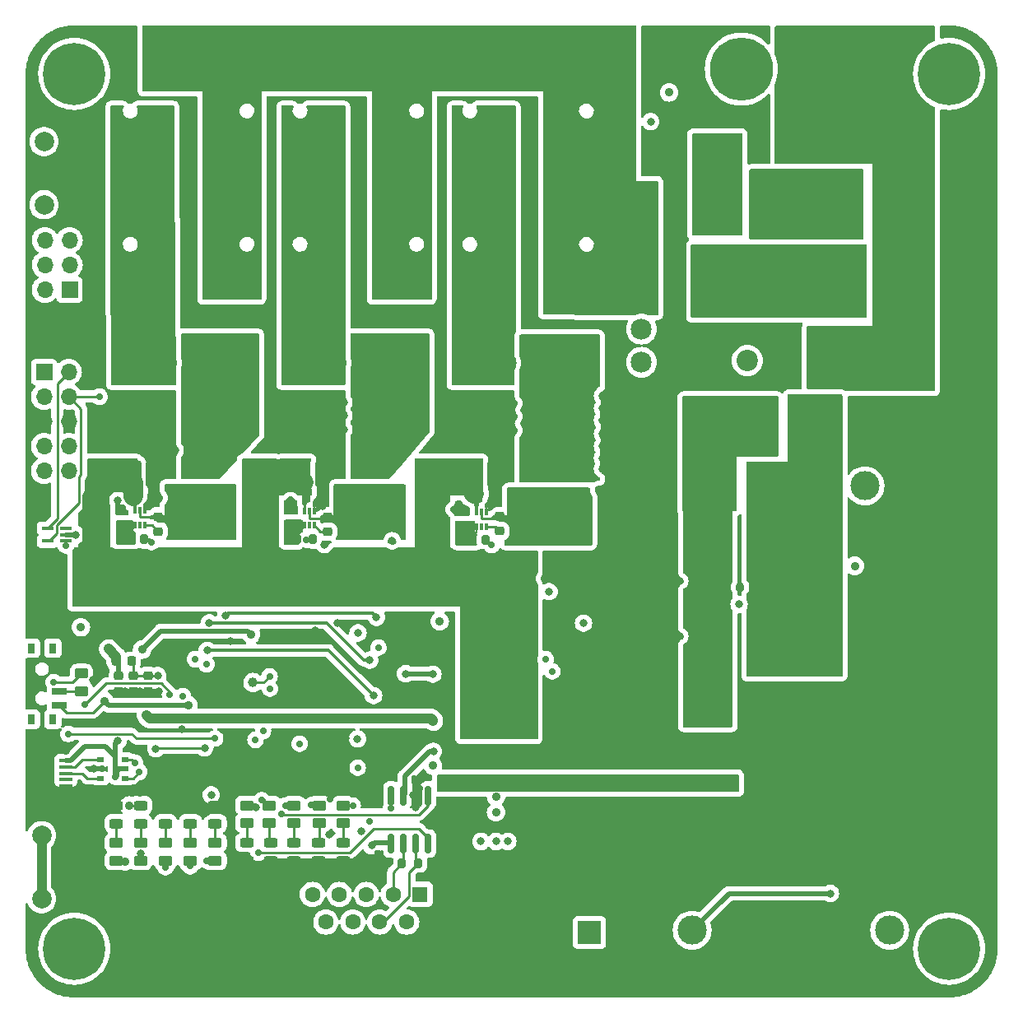
<source format=gbr>
%TF.GenerationSoftware,KiCad,Pcbnew,7.0.6*%
%TF.CreationDate,2024-02-06T22:27:34-07:00*%
%TF.ProjectId,Batt-Power-Prototype-2023_Lucy_V1,42617474-2d50-46f7-9765-722d50726f74,rev?*%
%TF.SameCoordinates,Original*%
%TF.FileFunction,Copper,L1,Top*%
%TF.FilePolarity,Positive*%
%FSLAX46Y46*%
G04 Gerber Fmt 4.6, Leading zero omitted, Abs format (unit mm)*
G04 Created by KiCad (PCBNEW 7.0.6) date 2024-02-06 22:27:34*
%MOMM*%
%LPD*%
G01*
G04 APERTURE LIST*
G04 Aperture macros list*
%AMRoundRect*
0 Rectangle with rounded corners*
0 $1 Rounding radius*
0 $2 $3 $4 $5 $6 $7 $8 $9 X,Y pos of 4 corners*
0 Add a 4 corners polygon primitive as box body*
4,1,4,$2,$3,$4,$5,$6,$7,$8,$9,$2,$3,0*
0 Add four circle primitives for the rounded corners*
1,1,$1+$1,$2,$3*
1,1,$1+$1,$4,$5*
1,1,$1+$1,$6,$7*
1,1,$1+$1,$8,$9*
0 Add four rect primitives between the rounded corners*
20,1,$1+$1,$2,$3,$4,$5,0*
20,1,$1+$1,$4,$5,$6,$7,0*
20,1,$1+$1,$6,$7,$8,$9,0*
20,1,$1+$1,$8,$9,$2,$3,0*%
G04 Aperture macros list end*
%TA.AperFunction,SMDPad,CuDef*%
%ADD10RoundRect,0.250000X0.450000X-0.262500X0.450000X0.262500X-0.450000X0.262500X-0.450000X-0.262500X0*%
%TD*%
%TA.AperFunction,SMDPad,CuDef*%
%ADD11RoundRect,0.250000X-0.450000X0.262500X-0.450000X-0.262500X0.450000X-0.262500X0.450000X0.262500X0*%
%TD*%
%TA.AperFunction,SMDPad,CuDef*%
%ADD12RoundRect,0.243750X0.456250X-0.243750X0.456250X0.243750X-0.456250X0.243750X-0.456250X-0.243750X0*%
%TD*%
%TA.AperFunction,SMDPad,CuDef*%
%ADD13RoundRect,0.140000X0.140000X0.170000X-0.140000X0.170000X-0.140000X-0.170000X0.140000X-0.170000X0*%
%TD*%
%TA.AperFunction,SMDPad,CuDef*%
%ADD14R,0.340000X0.700000*%
%TD*%
%TA.AperFunction,SMDPad,CuDef*%
%ADD15RoundRect,0.225000X-0.250000X0.225000X-0.250000X-0.225000X0.250000X-0.225000X0.250000X0.225000X0*%
%TD*%
%TA.AperFunction,SMDPad,CuDef*%
%ADD16RoundRect,0.200000X0.200000X0.275000X-0.200000X0.275000X-0.200000X-0.275000X0.200000X-0.275000X0*%
%TD*%
%TA.AperFunction,SMDPad,CuDef*%
%ADD17RoundRect,0.250000X-1.500000X-0.550000X1.500000X-0.550000X1.500000X0.550000X-1.500000X0.550000X0*%
%TD*%
%TA.AperFunction,SMDPad,CuDef*%
%ADD18RoundRect,0.250000X0.325000X1.100000X-0.325000X1.100000X-0.325000X-1.100000X0.325000X-1.100000X0*%
%TD*%
%TA.AperFunction,ComponentPad*%
%ADD19C,2.200000*%
%TD*%
%TA.AperFunction,ComponentPad*%
%ADD20C,2.000000*%
%TD*%
%TA.AperFunction,SMDPad,CuDef*%
%ADD21RoundRect,0.243750X-0.456250X0.243750X-0.456250X-0.243750X0.456250X-0.243750X0.456250X0.243750X0*%
%TD*%
%TA.AperFunction,ComponentPad*%
%ADD22R,1.520000X1.520000*%
%TD*%
%TA.AperFunction,ComponentPad*%
%ADD23C,1.520000*%
%TD*%
%TA.AperFunction,ComponentPad*%
%ADD24C,6.500000*%
%TD*%
%TA.AperFunction,ComponentPad*%
%ADD25R,1.700000X1.700000*%
%TD*%
%TA.AperFunction,ComponentPad*%
%ADD26O,1.700000X1.700000*%
%TD*%
%TA.AperFunction,SMDPad,CuDef*%
%ADD27RoundRect,0.225000X-0.225000X-0.250000X0.225000X-0.250000X0.225000X0.250000X-0.225000X0.250000X0*%
%TD*%
%TA.AperFunction,SMDPad,CuDef*%
%ADD28RoundRect,0.250000X-0.325000X-1.100000X0.325000X-1.100000X0.325000X1.100000X-0.325000X1.100000X0*%
%TD*%
%TA.AperFunction,SMDPad,CuDef*%
%ADD29R,2.200000X1.500000*%
%TD*%
%TA.AperFunction,SMDPad,CuDef*%
%ADD30RoundRect,0.140000X0.170000X-0.140000X0.170000X0.140000X-0.170000X0.140000X-0.170000X-0.140000X0*%
%TD*%
%TA.AperFunction,SMDPad,CuDef*%
%ADD31R,1.200000X0.400000*%
%TD*%
%TA.AperFunction,ComponentPad*%
%ADD32C,6.400000*%
%TD*%
%TA.AperFunction,SMDPad,CuDef*%
%ADD33RoundRect,0.250000X0.350000X-0.850000X0.350000X0.850000X-0.350000X0.850000X-0.350000X-0.850000X0*%
%TD*%
%TA.AperFunction,SMDPad,CuDef*%
%ADD34RoundRect,0.250000X1.125000X-1.275000X1.125000X1.275000X-1.125000X1.275000X-1.125000X-1.275000X0*%
%TD*%
%TA.AperFunction,SMDPad,CuDef*%
%ADD35RoundRect,0.249997X2.650003X-2.950003X2.650003X2.950003X-2.650003X2.950003X-2.650003X-2.950003X0*%
%TD*%
%TA.AperFunction,SMDPad,CuDef*%
%ADD36C,1.000000*%
%TD*%
%TA.AperFunction,SMDPad,CuDef*%
%ADD37RoundRect,0.200000X-0.275000X0.200000X-0.275000X-0.200000X0.275000X-0.200000X0.275000X0.200000X0*%
%TD*%
%TA.AperFunction,ComponentPad*%
%ADD38C,2.159000*%
%TD*%
%TA.AperFunction,SMDPad,CuDef*%
%ADD39R,1.350000X0.400000*%
%TD*%
%TA.AperFunction,ComponentPad*%
%ADD40O,1.550000X0.890000*%
%TD*%
%TA.AperFunction,SMDPad,CuDef*%
%ADD41R,1.550000X1.200000*%
%TD*%
%TA.AperFunction,ComponentPad*%
%ADD42O,0.950000X1.250000*%
%TD*%
%TA.AperFunction,SMDPad,CuDef*%
%ADD43R,1.550000X1.500000*%
%TD*%
%TA.AperFunction,SMDPad,CuDef*%
%ADD44R,0.774700X0.508000*%
%TD*%
%TA.AperFunction,SMDPad,CuDef*%
%ADD45RoundRect,0.150000X-0.150000X0.825000X-0.150000X-0.825000X0.150000X-0.825000X0.150000X0.825000X0*%
%TD*%
%TA.AperFunction,ComponentPad*%
%ADD46R,2.400000X2.400000*%
%TD*%
%TA.AperFunction,ComponentPad*%
%ADD47C,2.400000*%
%TD*%
%TA.AperFunction,ComponentPad*%
%ADD48RoundRect,0.750000X-0.750000X-0.750000X0.750000X-0.750000X0.750000X0.750000X-0.750000X0.750000X0*%
%TD*%
%TA.AperFunction,ComponentPad*%
%ADD49C,3.000000*%
%TD*%
%TA.AperFunction,SMDPad,CuDef*%
%ADD50RoundRect,0.250000X1.000000X-1.400000X1.000000X1.400000X-1.000000X1.400000X-1.000000X-1.400000X0*%
%TD*%
%TA.AperFunction,SMDPad,CuDef*%
%ADD51R,0.800000X1.000000*%
%TD*%
%TA.AperFunction,SMDPad,CuDef*%
%ADD52R,1.500000X0.700000*%
%TD*%
%TA.AperFunction,ComponentPad*%
%ADD53C,4.000000*%
%TD*%
%TA.AperFunction,ComponentPad*%
%ADD54R,1.600000X1.600000*%
%TD*%
%TA.AperFunction,ComponentPad*%
%ADD55C,1.600000*%
%TD*%
%TA.AperFunction,ComponentPad*%
%ADD56R,2.000000X2.000000*%
%TD*%
%TA.AperFunction,SMDPad,CuDef*%
%ADD57RoundRect,0.218750X0.218750X0.256250X-0.218750X0.256250X-0.218750X-0.256250X0.218750X-0.256250X0*%
%TD*%
%TA.AperFunction,ViaPad*%
%ADD58C,0.900000*%
%TD*%
%TA.AperFunction,ViaPad*%
%ADD59C,0.800000*%
%TD*%
%TA.AperFunction,ViaPad*%
%ADD60C,0.700000*%
%TD*%
%TA.AperFunction,Conductor*%
%ADD61C,1.000000*%
%TD*%
%TA.AperFunction,Conductor*%
%ADD62C,0.500000*%
%TD*%
%TA.AperFunction,Conductor*%
%ADD63C,0.254000*%
%TD*%
%TA.AperFunction,Conductor*%
%ADD64C,0.300000*%
%TD*%
%TA.AperFunction,Conductor*%
%ADD65C,0.200000*%
%TD*%
%TA.AperFunction,Conductor*%
%ADD66C,0.250000*%
%TD*%
%TA.AperFunction,Conductor*%
%ADD67C,2.000000*%
%TD*%
G04 APERTURE END LIST*
D10*
%TO.P,R1,1*%
%TO.N,Net-(SW2-B)*%
X100738000Y-127508500D03*
%TO.P,R1,2*%
%TO.N,/BOOT0*%
X100738000Y-125683500D03*
%TD*%
D11*
%TO.P,R5,1*%
%TO.N,Net-(D3-A)*%
X109393333Y-143087500D03*
%TO.P,R5,2*%
%TO.N,/GPLED1*%
X109393333Y-144912500D03*
%TD*%
D12*
%TO.P,D12,1,K*%
%TO.N,GND*%
X127664000Y-144955000D03*
%TO.P,D12,2,A*%
%TO.N,Net-(D12-A)*%
X127664000Y-143080000D03*
%TD*%
D13*
%TO.P,C15,1*%
%TO.N,GND*%
X134980000Y-136450000D03*
%TO.P,C15,2*%
%TO.N,+5V*%
X134020000Y-136450000D03*
%TD*%
D14*
%TO.P,U10,1,GND*%
%TO.N,GND*%
X142411250Y-109051000D03*
%TO.P,U10,2,SW*%
%TO.N,Net-(U10-SW)*%
X141911250Y-109051000D03*
%TO.P,U10,3,VIN*%
%TO.N,/Power/12V_Buck*%
X141411250Y-109051000D03*
%TO.P,U10,4,FB*%
%TO.N,Net-(U10-FB)*%
X141411250Y-110551000D03*
%TO.P,U10,5,EN*%
%TO.N,unconnected-(U10-EN-Pad5)*%
X141911250Y-110551000D03*
%TO.P,U10,6,BST*%
%TO.N,Net-(U10-BST)*%
X142411250Y-110551000D03*
%TD*%
D11*
%TO.P,R22,1*%
%TO.N,/Power/5V_1*%
X120084000Y-139245000D03*
%TO.P,R22,2*%
%TO.N,Net-(D13-A)*%
X120084000Y-141070000D03*
%TD*%
D15*
%TO.P,C13,1*%
%TO.N,+3.3VA*%
X106100000Y-125925000D03*
%TO.P,C13,2*%
%TO.N,GND*%
X106100000Y-127475000D03*
%TD*%
D10*
%TO.P,R12,1*%
%TO.N,+5V*%
X104300000Y-144912500D03*
%TO.P,R12,2*%
%TO.N,Net-(D11-A)*%
X104300000Y-143087500D03*
%TD*%
D11*
%TO.P,R23,1*%
%TO.N,/Power/5V_2*%
X122624000Y-139270000D03*
%TO.P,R23,2*%
%TO.N,Net-(D14-A)*%
X122624000Y-141095000D03*
%TD*%
D16*
%TO.P,R8,1*%
%TO.N,/CAN_H*%
X135375000Y-145200000D03*
%TO.P,R8,2*%
%TO.N,/CAN_L*%
X133725000Y-145200000D03*
%TD*%
D17*
%TO.P,C37,1*%
%TO.N,/Power/5V_1*%
X116600000Y-99900000D03*
%TO.P,C37,2*%
%TO.N,GND*%
X122000000Y-99900000D03*
%TD*%
D18*
%TO.P,C35,1*%
%TO.N,/Power/5V_2*%
X129200000Y-98500000D03*
%TO.P,C35,2*%
%TO.N,GND*%
X126250000Y-98500000D03*
%TD*%
D19*
%TO.P,FL1,1,1*%
%TO.N,/Power/Battery_Terminal_2*%
X176947000Y-93472000D03*
%TO.P,FL1,2,2*%
%TO.N,Net-(D10-K)*%
X169247000Y-93472000D03*
%TO.P,FL1,3,3*%
%TO.N,/Power/DCDC_V_{in}*%
X169247000Y-98472000D03*
%TO.P,FL1,4,4*%
%TO.N,Net-(JP2-B)*%
X176947000Y-98472000D03*
%TD*%
D20*
%TO.P,SW3,1,1*%
%TO.N,GND*%
X101400000Y-70950000D03*
X101400000Y-77450000D03*
%TO.P,SW3,2,2*%
%TO.N,/GPIO1*%
X96900000Y-70950000D03*
X96900000Y-77450000D03*
%TD*%
%TO.P,SW1,1,1*%
%TO.N,GND*%
X101150000Y-142350000D03*
X101150000Y-148850000D03*
%TO.P,SW1,2,2*%
%TO.N,/NRST*%
X96650000Y-142350000D03*
X96650000Y-148850000D03*
%TD*%
D21*
%TO.P,D11,1,K*%
%TO.N,GND*%
X104300000Y-139250000D03*
%TO.P,D11,2,A*%
%TO.N,Net-(D11-A)*%
X104300000Y-141125000D03*
%TD*%
D18*
%TO.P,C33,1*%
%TO.N,/Power/5V_3*%
X146688250Y-98613000D03*
%TO.P,C33,2*%
%TO.N,GND*%
X143738250Y-98613000D03*
%TD*%
D14*
%TO.P,U9,1,GND*%
%TO.N,GND*%
X124669000Y-108938000D03*
%TO.P,U9,2,SW*%
%TO.N,Net-(U9-SW)*%
X124169000Y-108938000D03*
%TO.P,U9,3,VIN*%
%TO.N,/Power/12V_Buck*%
X123669000Y-108938000D03*
%TO.P,U9,4,FB*%
%TO.N,Net-(U9-FB)*%
X123669000Y-110438000D03*
%TO.P,U9,5,EN*%
%TO.N,unconnected-(U9-EN-Pad5)*%
X124169000Y-110438000D03*
%TO.P,U9,6,BST*%
%TO.N,Net-(U9-BST)*%
X124669000Y-110438000D03*
%TD*%
D22*
%TO.P,J9,1,12V*%
%TO.N,/Power/outputs/12V_PCBs*%
X149692104Y-85468500D03*
D23*
%TO.P,J9,2,GND*%
%TO.N,GND*%
X146692105Y-85468500D03*
%TO.P,J9,3,5V*%
%TO.N,/Power/outputs/5V_3*%
X143692106Y-85468500D03*
%TO.P,J9,4,12V*%
%TO.N,/Power/outputs/12V_PCBs*%
X149692104Y-82468501D03*
%TO.P,J9,5,GND*%
%TO.N,GND*%
X146692105Y-82468501D03*
%TO.P,J9,6,5V*%
%TO.N,/Power/outputs/5V_3*%
X143692106Y-82468501D03*
%TD*%
D18*
%TO.P,C32,1*%
%TO.N,/Power/5V_2*%
X129211750Y-101714750D03*
%TO.P,C32,2*%
%TO.N,GND*%
X126261750Y-101714750D03*
%TD*%
D11*
%TO.P,R6,1*%
%TO.N,Net-(D4-A)*%
X111946666Y-143087500D03*
%TO.P,R6,2*%
%TO.N,/GPLED2*%
X111946666Y-144912500D03*
%TD*%
D24*
%TO.P,J6,1,Pin_1*%
%TO.N,/Power/Battery_Terminal_1_Unsensed*%
X168631400Y-63500000D03*
%TO.P,J6,2,Pin_2*%
%TO.N,/Power/Battery_Terminal_2*%
X175581400Y-63500000D03*
%TD*%
D22*
%TO.P,J12,1,12V*%
%TO.N,/Power/outputs/12V_PCBs*%
X149695117Y-71751000D03*
D23*
%TO.P,J12,2,GND*%
%TO.N,GND*%
X146695118Y-71751000D03*
%TO.P,J12,3,5V*%
%TO.N,/Power/outputs/5V_3*%
X143695119Y-71751000D03*
%TO.P,J12,4,12V*%
%TO.N,/Power/outputs/12V_PCBs*%
X149695117Y-68751001D03*
%TO.P,J12,5,GND*%
%TO.N,GND*%
X146695118Y-68751001D03*
%TO.P,J12,6,5V*%
%TO.N,/Power/outputs/5V_3*%
X143695119Y-68751001D03*
%TD*%
D25*
%TO.P,J5,1,Pin_1*%
%TO.N,unconnected-(J5-Pin_1-Pad1)*%
X96900000Y-94650000D03*
D26*
%TO.P,J5,2,Pin_2*%
%TO.N,/DEBUG_SWCLK*%
X99440000Y-94650000D03*
%TO.P,J5,3,Pin_3*%
%TO.N,unconnected-(J5-Pin_3-Pad3)*%
X96900000Y-97190000D03*
%TO.P,J5,4,Pin_4*%
%TO.N,/DEBUG_SWDIO*%
X99440000Y-97190000D03*
%TO.P,J5,5,Pin_5*%
%TO.N,GND*%
X96900000Y-99730000D03*
%TO.P,J5,6,Pin_6*%
X99440000Y-99730000D03*
%TO.P,J5,7,Pin_7*%
%TO.N,+3V3*%
X96900000Y-102270000D03*
%TO.P,J5,8,Pin_8*%
X99440000Y-102270000D03*
%TO.P,J5,9,Pin_9*%
%TO.N,+5V*%
X96900000Y-104810000D03*
%TO.P,J5,10,Pin_10*%
X99440000Y-104810000D03*
%TD*%
D15*
%TO.P,C29,1*%
%TO.N,Net-(U9-SW)*%
X126100000Y-109536000D03*
%TO.P,C29,2*%
%TO.N,Net-(U9-BST)*%
X126100000Y-111086000D03*
%TD*%
%TO.P,C12,1*%
%TO.N,+3.3VA*%
X107601000Y-125925000D03*
%TO.P,C12,2*%
%TO.N,GND*%
X107601000Y-127475000D03*
%TD*%
D11*
%TO.P,R15,1*%
%TO.N,/Power/12V_Unsensed*%
X127664000Y-139270000D03*
%TO.P,R15,2*%
%TO.N,Net-(D12-A)*%
X127664000Y-141095000D03*
%TD*%
D16*
%TO.P,R18,1*%
%TO.N,/Power/5V_2*%
X124575000Y-111850000D03*
%TO.P,R18,2*%
%TO.N,Net-(U9-FB)*%
X122925000Y-111850000D03*
%TD*%
D27*
%TO.P,C51,1*%
%TO.N,/Power/12V_Buck*%
X106412250Y-107573000D03*
%TO.P,C51,2*%
%TO.N,GND*%
X107962250Y-107573000D03*
%TD*%
D28*
%TO.P,C25,1*%
%TO.N,/Power/12V_Buck*%
X105028250Y-105173000D03*
%TO.P,C25,2*%
%TO.N,GND*%
X107978250Y-105173000D03*
%TD*%
D29*
%TO.P,L3,1,1*%
%TO.N,Net-(U10-SW)*%
X148600000Y-111000000D03*
%TO.P,L3,2,2*%
%TO.N,/Power/5V_3*%
X148600000Y-104600000D03*
%TD*%
D30*
%TO.P,C16,1*%
%TO.N,GND*%
X131250000Y-144080000D03*
%TO.P,C16,2*%
%TO.N,+3V3*%
X131250000Y-143120000D03*
%TD*%
D31*
%TO.P,IC1,1,I/01*%
%TO.N,/NRST*%
X99150000Y-112050000D03*
%TO.P,IC1,2,GND*%
%TO.N,GND*%
X99150000Y-111400000D03*
%TO.P,IC1,3,I/02*%
%TO.N,/DEBUG_SWO*%
X99150000Y-110750000D03*
%TO.P,IC1,4,I/03*%
%TO.N,/DEBUG_SWCLK*%
X97250000Y-110750000D03*
%TO.P,IC1,5,I/04*%
%TO.N,/DEBUG_SWDIO*%
X97250000Y-112050000D03*
%TD*%
D32*
%TO.P,H7,1,1*%
%TO.N,unconnected-(H7-Pad1)*%
X190000000Y-154000000D03*
%TD*%
D11*
%TO.P,R9,1*%
%TO.N,+3V3*%
X117750000Y-139237500D03*
%TO.P,R9,2*%
%TO.N,Net-(D8-A)*%
X117750000Y-141062500D03*
%TD*%
D33*
%TO.P,D10,1,A*%
%TO.N,Net-(D9-K)*%
X170176000Y-83873000D03*
D34*
%TO.P,D10,2,K*%
%TO.N,Net-(D10-K)*%
X170931000Y-79248000D03*
X173981000Y-79248000D03*
D35*
X172456000Y-77573000D03*
D34*
X170931000Y-75898000D03*
X173981000Y-75898000D03*
D33*
%TO.P,D10,3,A*%
%TO.N,Net-(D9-K)*%
X174736000Y-83873000D03*
%TD*%
D11*
%TO.P,R7,1*%
%TO.N,Net-(D5-A)*%
X114500000Y-143087500D03*
%TO.P,R7,2*%
%TO.N,/GPLED3*%
X114500000Y-144912500D03*
%TD*%
D14*
%TO.P,U17,1,GND*%
%TO.N,GND*%
X107257250Y-108923250D03*
%TO.P,U17,2,SW*%
%TO.N,Net-(U17-SW)*%
X106757250Y-108923250D03*
%TO.P,U17,3,VIN*%
%TO.N,/Power/12V_Buck*%
X106257250Y-108923250D03*
%TO.P,U17,4,FB*%
%TO.N,Net-(U17-FB)*%
X106257250Y-110423250D03*
%TO.P,U17,5,EN*%
%TO.N,unconnected-(U17-EN-Pad5)*%
X106757250Y-110423250D03*
%TO.P,U17,6,BST*%
%TO.N,Net-(U17-BST)*%
X107257250Y-110423250D03*
%TD*%
D36*
%TO.P,TP1,1,1*%
%TO.N,Net-(U3-PA8)*%
X118400000Y-126600000D03*
%TD*%
D37*
%TO.P,R19,1*%
%TO.N,GND*%
X122250000Y-108725000D03*
%TO.P,R19,2*%
%TO.N,Net-(U9-FB)*%
X122250000Y-110375000D03*
%TD*%
D38*
%TO.P,F5,1*%
%TO.N,/Power/Battery_Terminal_1*%
X166366000Y-75188449D03*
%TO.P,F5,2*%
X166366000Y-78594450D03*
%TO.P,F5,3*%
%TO.N,Net-(D9-K)*%
X166366000Y-83064451D03*
%TO.P,F5,4*%
X166366000Y-86470453D03*
%TD*%
D37*
%TO.P,R21,1*%
%TO.N,GND*%
X140000000Y-108775000D03*
%TO.P,R21,2*%
%TO.N,Net-(U10-FB)*%
X140000000Y-110425000D03*
%TD*%
D25*
%TO.P,J1,1,Pin_1*%
%TO.N,unconnected-(J1-Pin_1-Pad1)*%
X99525000Y-86175000D03*
D26*
%TO.P,J1,2,Pin_2*%
%TO.N,unconnected-(J1-Pin_2-Pad2)*%
X96985000Y-86175000D03*
%TO.P,J1,3,Pin_3*%
%TO.N,unconnected-(J1-Pin_3-Pad3)*%
X99525000Y-83635000D03*
%TO.P,J1,4,Pin_4*%
%TO.N,unconnected-(J1-Pin_4-Pad4)*%
X96985000Y-83635000D03*
%TO.P,J1,5,Pin_5*%
%TO.N,unconnected-(J1-Pin_5-Pad5)*%
X99525000Y-81095000D03*
%TO.P,J1,6,Pin_6*%
%TO.N,/GPIO1*%
X96985000Y-81095000D03*
%TD*%
D38*
%TO.P,F2,1*%
%TO.N,/Power/5V_2*%
X134819504Y-93726000D03*
%TO.P,F2,2*%
X131413503Y-93726000D03*
%TO.P,F2,3*%
%TO.N,/Power/outputs/5V_2*%
X126943502Y-93726000D03*
%TO.P,F2,4*%
X123537500Y-93726000D03*
%TD*%
D28*
%TO.P,C26,1*%
%TO.N,/Power/12V_Buck*%
X122440000Y-105187750D03*
%TO.P,C26,2*%
%TO.N,GND*%
X125390000Y-105187750D03*
%TD*%
D18*
%TO.P,C31,1*%
%TO.N,/Power/5V_1*%
X111800000Y-101700000D03*
%TO.P,C31,2*%
%TO.N,GND*%
X108850000Y-101700000D03*
%TD*%
D32*
%TO.P,H6,1,1*%
%TO.N,unconnected-(H6-Pad1)*%
X190000000Y-64000000D03*
%TD*%
D39*
%TO.P,J2,1,VBUS*%
%TO.N,VBUS_UP*%
X99133000Y-134650000D03*
%TO.P,J2,2,D-*%
%TO.N,Net-(J2-D-)*%
X99133000Y-135300000D03*
%TO.P,J2,3,D+*%
%TO.N,Net-(J2-D+)*%
X99133000Y-135950000D03*
%TO.P,J2,4,ID*%
%TO.N,unconnected-(J2-ID-Pad4)*%
X99133000Y-136600000D03*
%TO.P,J2,5,GND*%
%TO.N,GND*%
X99133000Y-137250000D03*
D40*
%TO.P,J2,6,Shield*%
X96433000Y-132450000D03*
D41*
X96433000Y-133050000D03*
D42*
X99133000Y-133450000D03*
D43*
X96433000Y-134950000D03*
X96433000Y-136950000D03*
D42*
X99133000Y-138450000D03*
D41*
X96433000Y-138850000D03*
D40*
X96433000Y-139450000D03*
%TD*%
D12*
%TO.P,D13,1,K*%
%TO.N,GND*%
X120200000Y-144937500D03*
%TO.P,D13,2,A*%
%TO.N,Net-(D13-A)*%
X120200000Y-143062500D03*
%TD*%
D44*
%TO.P,D2,1*%
%TO.N,Net-(J2-D-)*%
X102672700Y-134549998D03*
%TO.P,D2,2*%
%TO.N,GND*%
X102672700Y-135499999D03*
%TO.P,D2,3*%
%TO.N,Net-(J2-D+)*%
X102672700Y-136450000D03*
%TO.P,D2,4*%
%TO.N,Net-(C9-Pad2)*%
X105200000Y-136450000D03*
%TO.P,D2,5*%
%TO.N,VBUS_UP*%
X105200000Y-135499999D03*
%TO.P,D2,6*%
%TO.N,Net-(C10-Pad2)*%
X105200000Y-134549998D03*
%TD*%
D21*
%TO.P,D4,1,K*%
%TO.N,GND*%
X111946666Y-139252500D03*
%TO.P,D4,2,A*%
%TO.N,Net-(D4-A)*%
X111946666Y-141127500D03*
%TD*%
D29*
%TO.P,L2,1,1*%
%TO.N,Net-(U9-SW)*%
X130800000Y-110850000D03*
%TO.P,L2,2,2*%
%TO.N,/Power/5V_2*%
X130800000Y-104450000D03*
%TD*%
D28*
%TO.P,C27,1*%
%TO.N,/Power/12V_Buck*%
X140175000Y-105200000D03*
%TO.P,C27,2*%
%TO.N,GND*%
X143125000Y-105200000D03*
%TD*%
D32*
%TO.P,H5,1,1*%
%TO.N,unconnected-(H5-Pad1)*%
X100000000Y-64000000D03*
%TD*%
D12*
%TO.P,D15,1,K*%
%TO.N,GND*%
X125150000Y-144955000D03*
%TO.P,D15,2,A*%
%TO.N,Net-(D15-A)*%
X125150000Y-143080000D03*
%TD*%
D15*
%TO.P,C14,1*%
%TO.N,+3V3*%
X104553000Y-125925000D03*
%TO.P,C14,2*%
%TO.N,GND*%
X104553000Y-127475000D03*
%TD*%
D37*
%TO.P,R17,1*%
%TO.N,GND*%
X104850000Y-108725000D03*
%TO.P,R17,2*%
%TO.N,Net-(U17-FB)*%
X104850000Y-110375000D03*
%TD*%
D29*
%TO.P,L1,1,1*%
%TO.N,Net-(U17-SW)*%
X113350000Y-111000000D03*
%TO.P,L1,2,2*%
%TO.N,/Power/5V_1*%
X113350000Y-104600000D03*
%TD*%
D27*
%TO.P,C53,1*%
%TO.N,/Power/12V_Buck*%
X141525000Y-107650000D03*
%TO.P,C53,2*%
%TO.N,GND*%
X143075000Y-107650000D03*
%TD*%
D16*
%TO.P,R16,1*%
%TO.N,/Power/5V_1*%
X107225000Y-111850000D03*
%TO.P,R16,2*%
%TO.N,Net-(U17-FB)*%
X105575000Y-111850000D03*
%TD*%
D22*
%TO.P,J11,1,12V*%
%TO.N,/Power/outputs/12V_PCBs*%
X132231110Y-71751000D03*
D23*
%TO.P,J11,2,GND*%
%TO.N,GND*%
X129231111Y-71751000D03*
%TO.P,J11,3,5V*%
%TO.N,/Power/outputs/5V_2*%
X126231112Y-71751000D03*
%TO.P,J11,4,12V*%
%TO.N,/Power/outputs/12V_PCBs*%
X132231110Y-68751001D03*
%TO.P,J11,5,GND*%
%TO.N,GND*%
X129231111Y-68751001D03*
%TO.P,J11,6,5V*%
%TO.N,/Power/outputs/5V_2*%
X126231112Y-68751001D03*
%TD*%
D38*
%TO.P,F1,1*%
%TO.N,/Power/5V_1*%
X117357004Y-93726000D03*
%TO.P,F1,2*%
X113951003Y-93726000D03*
%TO.P,F1,3*%
%TO.N,/Power/outputs/5V_1*%
X109481002Y-93726000D03*
%TO.P,F1,4*%
X106075000Y-93726000D03*
%TD*%
D22*
%TO.P,J8,1,12V*%
%TO.N,/Power/outputs/12V_PCBs*%
X132229604Y-85450000D03*
D23*
%TO.P,J8,2,GND*%
%TO.N,GND*%
X129229605Y-85450000D03*
%TO.P,J8,3,5V*%
%TO.N,/Power/outputs/5V_2*%
X126229606Y-85450000D03*
%TO.P,J8,4,12V*%
%TO.N,/Power/outputs/12V_PCBs*%
X132229604Y-82450001D03*
%TO.P,J8,5,GND*%
%TO.N,GND*%
X129229605Y-82450001D03*
%TO.P,J8,6,5V*%
%TO.N,/Power/outputs/5V_2*%
X126229606Y-82450001D03*
%TD*%
D45*
%TO.P,U4,1,TXD*%
%TO.N,/CAN_TX*%
X136405000Y-138225000D03*
%TO.P,U4,2,VSS*%
%TO.N,GND*%
X135135000Y-138225000D03*
%TO.P,U4,3,VDD*%
%TO.N,+5V*%
X133865000Y-138225000D03*
%TO.P,U4,4,RXD*%
%TO.N,/CAN_RX*%
X132595000Y-138225000D03*
%TO.P,U4,5,VIO*%
%TO.N,+3V3*%
X132595000Y-143175000D03*
%TO.P,U4,6,CANL*%
%TO.N,/CAN_L*%
X133865000Y-143175000D03*
%TO.P,U4,7,CANH*%
%TO.N,/CAN_H*%
X135135000Y-143175000D03*
%TO.P,U4,8,STBY*%
%TO.N,/CAN_STBY*%
X136405000Y-143175000D03*
%TD*%
D15*
%TO.P,C28,1*%
%TO.N,Net-(U17-SW)*%
X108650000Y-109525000D03*
%TO.P,C28,2*%
%TO.N,Net-(U17-BST)*%
X108650000Y-111075000D03*
%TD*%
D32*
%TO.P,H8,1,1*%
%TO.N,unconnected-(H8-Pad1)*%
X100000000Y-154000000D03*
%TD*%
D10*
%TO.P,R2,1*%
%TO.N,Net-(U2-CBUS0)*%
X106840000Y-144912500D03*
%TO.P,R2,2*%
%TO.N,Net-(D1-K)*%
X106840000Y-143087500D03*
%TD*%
D17*
%TO.P,C38,1*%
%TO.N,/Power/5V_2*%
X134000000Y-99900000D03*
%TO.P,C38,2*%
%TO.N,GND*%
X139400000Y-99900000D03*
%TD*%
D22*
%TO.P,J7,1,12V*%
%TO.N,/Power/outputs/12V_PCBs*%
X114767104Y-85450500D03*
D23*
%TO.P,J7,2,GND*%
%TO.N,GND*%
X111767105Y-85450500D03*
%TO.P,J7,3,5V*%
%TO.N,/Power/outputs/5V_1*%
X108767106Y-85450500D03*
%TO.P,J7,4,12V*%
%TO.N,/Power/outputs/12V_PCBs*%
X114767104Y-82450501D03*
%TO.P,J7,5,GND*%
%TO.N,GND*%
X111767105Y-82450501D03*
%TO.P,J7,6,5V*%
%TO.N,/Power/outputs/5V_1*%
X108767106Y-82450501D03*
%TD*%
D27*
%TO.P,C52,1*%
%TO.N,/Power/12V_Buck*%
X123896750Y-107587750D03*
%TO.P,C52,2*%
%TO.N,GND*%
X125446750Y-107587750D03*
%TD*%
D46*
%TO.P,C24,1*%
%TO.N,/Power/12V_Unsensed*%
X153000000Y-152323959D03*
D47*
%TO.P,C24,2*%
%TO.N,GND*%
X153000000Y-147323959D03*
%TD*%
D18*
%TO.P,C34,1*%
%TO.N,/Power/5V_1*%
X111800000Y-98358250D03*
%TO.P,C34,2*%
%TO.N,GND*%
X108850000Y-98358250D03*
%TD*%
D48*
%TO.P,U7,1,+VIN*%
%TO.N,/Power/DCDC_V_{in}*%
X166112000Y-106375200D03*
D49*
%TO.P,U7,2,-VIN*%
%TO.N,Net-(JP2-B)*%
X171192000Y-106375200D03*
%TO.P,U7,3,CTRL*%
%TO.N,/Power/DCDC_CTRL*%
X181352000Y-106375200D03*
%TO.P,U7,4,Trim*%
%TO.N,Net-(U7-Trim)*%
X183892000Y-152095200D03*
%TO.P,U7,5,-VOUT*%
%TO.N,GND*%
X173732000Y-152095200D03*
%TO.P,U7,6,+VOUT*%
%TO.N,/Power/12V_Unsensed*%
X163572000Y-152095200D03*
%TD*%
D21*
%TO.P,D3,1,K*%
%TO.N,GND*%
X109393333Y-139252500D03*
%TO.P,D3,2,A*%
%TO.N,Net-(D3-A)*%
X109393333Y-141127500D03*
%TD*%
D17*
%TO.P,C39,1*%
%TO.N,/Power/5V_3*%
X151542000Y-100049750D03*
%TO.P,C39,2*%
%TO.N,GND*%
X156942000Y-100049750D03*
%TD*%
D50*
%TO.P,D9,1,K*%
%TO.N,Net-(D9-K)*%
X177698000Y-85471000D03*
%TO.P,D9,2,A*%
%TO.N,/Power/Battery_Terminal_2*%
X184498000Y-85471000D03*
%TD*%
D51*
%TO.P,SW2,*%
%TO.N,*%
X97815000Y-123074000D03*
X95605000Y-123074000D03*
X97815000Y-130374000D03*
X95605000Y-130374000D03*
D52*
%TO.P,SW2,1,A*%
%TO.N,GND*%
X98465000Y-124474000D03*
%TO.P,SW2,2,B*%
%TO.N,Net-(SW2-B)*%
X98465000Y-127474000D03*
%TO.P,SW2,3,C*%
%TO.N,+3V3*%
X98465000Y-128974000D03*
%TD*%
D53*
%TO.P,J4,0,PAD*%
%TO.N,GND*%
X117550000Y-149820000D03*
X142550000Y-149820000D03*
D54*
%TO.P,J4,1,1*%
%TO.N,unconnected-(J4-Pad1)*%
X135590000Y-148400000D03*
D55*
%TO.P,J4,2,2*%
%TO.N,/CAN_L*%
X132820000Y-148400000D03*
%TO.P,J4,3,3*%
%TO.N,unconnected-(J4-Pad3)*%
X130050000Y-148400000D03*
%TO.P,J4,4,4*%
%TO.N,unconnected-(J4-Pad4)*%
X127280000Y-148400000D03*
%TO.P,J4,5,5*%
%TO.N,Net-(JP1-A)*%
X124510000Y-148400000D03*
%TO.P,J4,6,6*%
%TO.N,unconnected-(J4-Pad6)*%
X134205000Y-151240000D03*
%TO.P,J4,7,7*%
%TO.N,/CAN_H*%
X131435000Y-151240000D03*
%TO.P,J4,8,8*%
%TO.N,unconnected-(J4-Pad8)*%
X128665000Y-151240000D03*
%TO.P,J4,9,9*%
%TO.N,unconnected-(J4-Pad9)*%
X125895000Y-151240000D03*
%TD*%
D15*
%TO.P,C30,1*%
%TO.N,Net-(U10-SW)*%
X143800000Y-109475000D03*
%TO.P,C30,2*%
%TO.N,Net-(U10-BST)*%
X143800000Y-111025000D03*
%TD*%
D22*
%TO.P,J10,1,12V*%
%TO.N,/Power/outputs/12V_PCBs*%
X114767104Y-71751000D03*
D23*
%TO.P,J10,2,GND*%
%TO.N,GND*%
X111767105Y-71751000D03*
%TO.P,J10,3,5V*%
%TO.N,/Power/outputs/5V_1*%
X108767106Y-71751000D03*
%TO.P,J10,4,12V*%
%TO.N,/Power/outputs/12V_PCBs*%
X114767104Y-68751001D03*
%TO.P,J10,5,GND*%
%TO.N,GND*%
X111767105Y-68751001D03*
%TO.P,J10,6,5V*%
%TO.N,/Power/outputs/5V_1*%
X108767106Y-68751001D03*
%TD*%
D56*
%TO.P,C19,1*%
%TO.N,Net-(D10-K)*%
X179492323Y-76327000D03*
D20*
%TO.P,C19,2*%
%TO.N,/Power/Battery_Terminal_2*%
X184492323Y-76327000D03*
%TD*%
D57*
%TO.P,FB1,1*%
%TO.N,+3.3VA*%
X105887500Y-124414000D03*
%TO.P,FB1,2*%
%TO.N,+3V3*%
X104312500Y-124414000D03*
%TD*%
D12*
%TO.P,D8,1,K*%
%TO.N,GND*%
X117750000Y-144945000D03*
%TO.P,D8,2,A*%
%TO.N,Net-(D8-A)*%
X117750000Y-143070000D03*
%TD*%
D38*
%TO.P,F4,1*%
%TO.N,/Power/12V_PCBs*%
X158365500Y-93656001D03*
%TO.P,F4,2*%
X158365500Y-90250000D03*
%TO.P,F4,3*%
%TO.N,/Power/outputs/12V_PCBs*%
X158365500Y-85779999D03*
%TO.P,F4,4*%
X158365500Y-82373997D03*
%TD*%
D16*
%TO.P,R20,1*%
%TO.N,/Power/5V_3*%
X142325000Y-111900000D03*
%TO.P,R20,2*%
%TO.N,Net-(U10-FB)*%
X140675000Y-111900000D03*
%TD*%
D12*
%TO.P,D14,1,K*%
%TO.N,GND*%
X122624000Y-144955000D03*
%TO.P,D14,2,A*%
%TO.N,Net-(D14-A)*%
X122624000Y-143080000D03*
%TD*%
D18*
%TO.P,C36,1*%
%TO.N,/Power/5V_3*%
X146700000Y-101827750D03*
%TO.P,C36,2*%
%TO.N,GND*%
X143750000Y-101827750D03*
%TD*%
D11*
%TO.P,R24,1*%
%TO.N,/Power/5V_3*%
X125200000Y-139270000D03*
%TO.P,R24,2*%
%TO.N,Net-(D15-A)*%
X125200000Y-141095000D03*
%TD*%
D38*
%TO.P,F3,1*%
%TO.N,/Power/5V_3*%
X152282004Y-93726000D03*
%TO.P,F3,2*%
X148876003Y-93726000D03*
%TO.P,F3,3*%
%TO.N,/Power/outputs/5V_3*%
X144406002Y-93726000D03*
%TO.P,F3,4*%
X141000000Y-93726000D03*
%TD*%
D21*
%TO.P,D5,1,K*%
%TO.N,GND*%
X114500000Y-139252500D03*
%TO.P,D5,2,A*%
%TO.N,Net-(D5-A)*%
X114500000Y-141127500D03*
%TD*%
D12*
%TO.P,D1,1,K*%
%TO.N,Net-(D1-K)*%
X106840000Y-141125000D03*
%TO.P,D1,2,A*%
%TO.N,+3V3*%
X106840000Y-139250000D03*
%TD*%
D58*
%TO.N,+3V3*%
X105649500Y-139250000D03*
X106986500Y-123213500D03*
X103100000Y-128500000D03*
X118194814Y-121651477D03*
D59*
X118669185Y-139409667D03*
X130606183Y-143372234D03*
D58*
X103550000Y-123150000D03*
D59*
X114100000Y-138165500D03*
D58*
X111750000Y-128920000D03*
D59*
%TO.N,GND*%
X163411430Y-141316000D03*
X108750000Y-107600000D03*
X144523179Y-101602223D03*
X120050000Y-145550000D03*
X160871430Y-62576000D03*
X152400000Y-122000000D03*
X107150000Y-97850000D03*
X115175500Y-137000000D03*
X193891430Y-136236000D03*
X181191430Y-131156000D03*
X113400000Y-140150000D03*
X181191430Y-128616000D03*
X178651430Y-146396000D03*
X188811430Y-146396000D03*
X186271430Y-136236000D03*
X188811430Y-131156000D03*
X178651430Y-138776000D03*
X193891430Y-113376000D03*
X104991430Y-154016000D03*
X107531430Y-156556000D03*
X168491430Y-143856000D03*
X137750000Y-93050000D03*
X125311430Y-156556000D03*
X191351430Y-105756000D03*
X191351430Y-141316000D03*
X176111430Y-143856000D03*
X115151430Y-154016000D03*
X155791430Y-156556000D03*
X145631430Y-154016000D03*
X132931430Y-154016000D03*
X181191430Y-143856000D03*
D60*
X110777487Y-135856203D03*
D59*
X127851430Y-156556000D03*
D60*
X124850000Y-128400000D03*
D59*
X102451430Y-60036000D03*
X188811430Y-128616000D03*
X117691430Y-156556000D03*
X191351430Y-143856000D03*
X186271430Y-110836000D03*
D58*
X146750000Y-80950000D03*
D59*
X171031430Y-136236000D03*
X116100000Y-122350000D03*
X186271430Y-138776000D03*
X137800000Y-80450000D03*
X150711430Y-156556000D03*
X193891430Y-105756000D03*
D58*
X154002345Y-106802345D03*
D59*
X171031430Y-133696000D03*
X120231430Y-93056000D03*
X186271430Y-131156000D03*
X102451430Y-80356000D03*
X176111430Y-138776000D03*
X98386500Y-124913500D03*
X163411430Y-133696000D03*
X163411430Y-93056000D03*
X120231430Y-72736000D03*
X191351430Y-108296000D03*
X171031430Y-156556000D03*
X107531430Y-151476000D03*
X148171430Y-141316000D03*
X193891430Y-141316000D03*
X107150000Y-100650000D03*
D58*
X146750000Y-75750000D03*
D59*
X100200000Y-111400000D03*
X193891430Y-148936000D03*
X183731430Y-98136000D03*
X102451430Y-93056000D03*
X191351430Y-98136000D03*
X122650000Y-145550000D03*
X176111430Y-146396000D03*
X193891430Y-133696000D03*
X116900000Y-126200000D03*
X148171430Y-148936000D03*
X191351430Y-100676000D03*
X131250000Y-144700000D03*
X145800000Y-140150000D03*
X188811430Y-126076000D03*
X193891430Y-143856000D03*
X176111430Y-156556000D03*
X115400000Y-126200000D03*
X183731430Y-100676000D03*
X183731430Y-103216000D03*
X188811430Y-100676000D03*
X122300000Y-133800000D03*
X102451430Y-82896000D03*
X145225000Y-100677750D03*
X140550000Y-101450000D03*
X160871430Y-156556000D03*
X139200000Y-101400000D03*
X138050000Y-97000000D03*
X165951430Y-146396000D03*
D60*
X106775500Y-138000000D03*
D59*
X124500000Y-101950000D03*
D60*
X102900000Y-135500000D03*
D59*
X168491430Y-154016000D03*
X127736750Y-97764750D03*
X121500000Y-97000000D03*
X110424500Y-124750000D03*
X178651430Y-136236000D03*
X181191430Y-98136000D03*
X165951430Y-141316000D03*
X188811430Y-113376000D03*
X148171430Y-143856000D03*
X191351430Y-75276000D03*
D58*
X146750000Y-73450000D03*
D59*
X183731430Y-115916000D03*
X138011430Y-148936000D03*
D58*
X131650000Y-89100000D03*
D59*
X193891430Y-80356000D03*
X188811430Y-123536000D03*
D58*
X111900000Y-89100000D03*
D59*
X191351430Y-128616000D03*
X176111430Y-154016000D03*
X137800000Y-88000000D03*
X191351430Y-77816000D03*
X140550000Y-97000000D03*
X99900000Y-142200000D03*
X173571430Y-146396000D03*
X121500000Y-98150000D03*
X186271430Y-98136000D03*
X148171430Y-146396000D03*
X191351430Y-72736000D03*
X102451430Y-85436000D03*
X138000000Y-101400000D03*
D58*
X136650000Y-89100000D03*
D59*
X110071430Y-156556000D03*
X193891430Y-131156000D03*
X112611430Y-154016000D03*
X105200000Y-127475000D03*
D60*
X113900000Y-134900000D03*
D59*
X97371430Y-118456000D03*
X183731430Y-148936000D03*
X163411430Y-156556000D03*
X183731430Y-136236000D03*
D60*
X126324500Y-138574500D03*
D59*
X140550000Y-98150000D03*
X193891430Y-70196000D03*
X120231430Y-156556000D03*
X188811430Y-120996000D03*
X104991430Y-148936000D03*
X193891430Y-98136000D03*
X186271430Y-146396000D03*
X181191430Y-138776000D03*
X127851430Y-154016000D03*
D58*
X129250000Y-80850000D03*
D59*
X99911430Y-90516000D03*
X171031430Y-138776000D03*
X186271430Y-148936000D03*
X120231430Y-77816000D03*
X186271430Y-108296000D03*
X191351430Y-131156000D03*
X122250000Y-107850000D03*
X181191430Y-126076000D03*
D58*
X111750000Y-80900000D03*
D59*
X148171430Y-156556000D03*
X138011430Y-156556000D03*
X181191430Y-123536000D03*
X104991430Y-65116000D03*
X163411430Y-146396000D03*
X183731430Y-138776000D03*
D58*
X111750000Y-78600000D03*
D59*
X132931430Y-156556000D03*
X191351430Y-120996000D03*
X165951430Y-156556000D03*
X181191430Y-136236000D03*
D58*
X168500000Y-116800000D03*
D59*
X193891430Y-103216000D03*
X142300000Y-97000000D03*
X163411430Y-148936000D03*
X110071430Y-151476000D03*
X173571430Y-133696000D03*
X188811430Y-133696000D03*
X144500000Y-100200000D03*
X173571430Y-143856000D03*
X191351430Y-70196000D03*
X127900000Y-132300000D03*
X124824500Y-124400000D03*
X121000000Y-102700000D03*
D58*
X147200000Y-89750000D03*
D59*
X140551430Y-156556000D03*
X134857942Y-138209657D03*
X183731430Y-128616000D03*
X118900000Y-135100000D03*
X104991430Y-100676000D03*
X168491430Y-146396000D03*
X191351430Y-93056000D03*
D58*
X134147905Y-120247405D03*
D59*
X112611430Y-151476000D03*
X171031430Y-154016000D03*
X112550000Y-119700000D03*
D58*
X146750000Y-78450000D03*
D59*
X191351430Y-123536000D03*
X137750000Y-82900000D03*
X186271430Y-113376000D03*
X110100000Y-100650000D03*
X186271430Y-123536000D03*
X99911430Y-87976000D03*
X122771430Y-156556000D03*
X183731430Y-126076000D03*
X108700000Y-127500000D03*
X193891430Y-95596000D03*
X183731430Y-120996000D03*
X176111430Y-141316000D03*
X168491430Y-141316000D03*
X153251430Y-156556000D03*
X188811430Y-136236000D03*
X193891430Y-77816000D03*
X110400000Y-102700000D03*
D58*
X149700000Y-89750000D03*
D59*
X191351430Y-80356000D03*
X178651430Y-141316000D03*
X176111430Y-136236000D03*
D58*
X154400000Y-98400000D03*
D59*
X139300000Y-98150000D03*
X171031430Y-141316000D03*
X127736750Y-100564750D03*
X117691430Y-154016000D03*
X183731430Y-133696000D03*
X188811430Y-110836000D03*
X127350000Y-127150000D03*
X150711430Y-148936000D03*
X150711430Y-143856000D03*
X102451430Y-90516000D03*
X186271430Y-156556000D03*
X97371430Y-115916000D03*
X188811430Y-108296000D03*
X171031430Y-72736000D03*
X191351430Y-103216000D03*
X183731430Y-156556000D03*
D58*
X114400000Y-89100000D03*
D59*
X145225000Y-97877750D03*
X193891430Y-151476000D03*
X193891430Y-126076000D03*
X186271430Y-126076000D03*
X153251430Y-141316000D03*
X188811430Y-141316000D03*
X193891430Y-120996000D03*
X191351430Y-118456000D03*
X137800000Y-90600000D03*
X186271430Y-133696000D03*
D58*
X111750000Y-75900000D03*
D59*
X186271430Y-115916000D03*
X181191430Y-118456000D03*
X173571430Y-136236000D03*
X137750000Y-75250000D03*
X188811430Y-98136000D03*
X104991430Y-151476000D03*
X173571430Y-141316000D03*
X188811430Y-138776000D03*
X186271430Y-103216000D03*
X191351430Y-126076000D03*
X124824500Y-137175500D03*
X191351430Y-113376000D03*
X107150000Y-101800000D03*
X137750000Y-95600000D03*
X178651430Y-143856000D03*
X193891430Y-128616000D03*
X183731430Y-131156000D03*
X145631430Y-151476000D03*
D58*
X119400000Y-89100000D03*
D59*
X135471430Y-156556000D03*
X102000500Y-135500000D03*
X116900000Y-127800000D03*
X163411430Y-90516000D03*
X120231430Y-85436000D03*
X188811430Y-115916000D03*
X193891430Y-72736000D03*
X104991430Y-156556000D03*
X165951430Y-143856000D03*
X99911430Y-75276000D03*
X191351430Y-82896000D03*
X120250000Y-97000000D03*
X115400000Y-127800000D03*
X97086500Y-121613500D03*
X124500000Y-97000000D03*
X193891430Y-115916000D03*
D60*
X113950000Y-135900000D03*
X110773637Y-135050527D03*
D59*
X132700000Y-112025500D03*
X162300000Y-121850000D03*
X104991430Y-60036000D03*
X127100000Y-120524150D03*
X153251430Y-143856000D03*
X188811430Y-103216000D03*
D60*
X107100000Y-133650000D03*
D59*
X181191430Y-133696000D03*
X137800000Y-70250000D03*
X193891430Y-108296000D03*
X107150000Y-103000000D03*
X97371430Y-67656000D03*
X183731430Y-123536000D03*
D58*
X154700000Y-89750000D03*
D59*
X107150000Y-99200000D03*
X125600000Y-108500000D03*
X191351430Y-133696000D03*
X122750000Y-98200000D03*
D58*
X129250000Y-73350000D03*
D59*
X122750000Y-97000000D03*
X135162701Y-139462701D03*
X191351430Y-85436000D03*
X163411430Y-143856000D03*
X135471430Y-154016000D03*
X120231430Y-82896000D03*
D58*
X154400000Y-104600000D03*
D59*
X120231430Y-154016000D03*
X125750000Y-112400000D03*
X137800000Y-67650000D03*
X145631430Y-146396000D03*
X186271430Y-120996000D03*
X143091430Y-154016000D03*
X193891430Y-146396000D03*
X181191430Y-103216000D03*
X193891430Y-123536000D03*
X178651430Y-156556000D03*
X165951430Y-133696000D03*
X110071430Y-148936000D03*
X183731430Y-141316000D03*
X127700000Y-145550000D03*
X110071430Y-154016000D03*
X191351430Y-148936000D03*
X109350000Y-138500000D03*
X125250000Y-145550000D03*
D58*
X129150000Y-89100000D03*
D59*
X140551430Y-154016000D03*
X101958395Y-126303970D03*
X186271430Y-118456000D03*
X193891430Y-82896000D03*
X138011430Y-154016000D03*
X121000000Y-101600000D03*
X104497122Y-107837742D03*
X140600000Y-134900000D03*
X141050000Y-138799500D03*
X104991430Y-62576000D03*
D58*
X134350000Y-89100000D03*
D59*
X110100000Y-97850000D03*
X181191430Y-100676000D03*
X130391430Y-154016000D03*
X183731430Y-146396000D03*
X99911430Y-72736000D03*
X112611430Y-156556000D03*
D58*
X122150000Y-150450000D03*
D59*
X111712701Y-138537299D03*
X132600000Y-127300000D03*
X150711430Y-141316000D03*
X193891430Y-138776000D03*
X178651430Y-133696000D03*
X193891430Y-100676000D03*
X193891430Y-118456000D03*
X122050000Y-101600000D03*
D58*
X152400000Y-89750000D03*
D59*
X122771430Y-154016000D03*
X191351430Y-110836000D03*
D58*
X117100000Y-89100000D03*
D59*
X112611430Y-148936000D03*
X178651430Y-131156000D03*
X137750000Y-72700000D03*
X181191430Y-120996000D03*
X143091430Y-156556000D03*
X120231430Y-80356000D03*
X158331430Y-156556000D03*
X126250000Y-142250000D03*
X137750000Y-85450000D03*
X97100000Y-107800000D03*
X142300000Y-98150000D03*
X173571430Y-138776000D03*
X163411430Y-95596000D03*
X107531430Y-154016000D03*
X191351430Y-146396000D03*
X191351430Y-95596000D03*
X124500000Y-98150000D03*
X186271430Y-141316000D03*
X115151430Y-156556000D03*
X178651430Y-154016000D03*
X150711430Y-146396000D03*
X191351430Y-115916000D03*
X145631430Y-156556000D03*
X191351430Y-136236000D03*
X162300000Y-116150000D03*
X171031430Y-143856000D03*
X137800000Y-77850000D03*
X149000000Y-123000000D03*
X181191430Y-141316000D03*
X168491430Y-156556000D03*
X186271430Y-143856000D03*
X127736750Y-99114750D03*
D58*
X129250000Y-75650000D03*
D59*
X123050000Y-101600000D03*
D58*
X154400000Y-97100000D03*
D59*
X145225000Y-99227750D03*
D58*
X154400000Y-99600000D03*
D59*
X183731430Y-118456000D03*
X171031430Y-151476000D03*
X148400000Y-115900000D03*
X160871430Y-60036000D03*
X181191430Y-154016000D03*
X117750000Y-145550000D03*
X168491430Y-151476000D03*
X139300000Y-97000000D03*
X186271430Y-100676000D03*
X120231430Y-75276000D03*
X144400000Y-133600000D03*
X188811430Y-105756000D03*
X110100000Y-99200000D03*
X138150000Y-98150000D03*
X193891430Y-87976000D03*
X191351430Y-90516000D03*
D58*
X154400000Y-101000000D03*
D59*
X193891430Y-110836000D03*
X188811430Y-148936000D03*
X103150000Y-139200000D03*
D58*
X129250000Y-78350000D03*
D59*
X124925500Y-133600000D03*
X183731430Y-143856000D03*
X193891430Y-75276000D03*
X107531430Y-148936000D03*
X193891430Y-67656000D03*
X176111430Y-133696000D03*
X193891430Y-85436000D03*
X103400000Y-98900000D03*
X191351430Y-87976000D03*
X193891430Y-93056000D03*
D60*
X135555500Y-137500000D03*
D59*
X181191430Y-146396000D03*
X186271430Y-128616000D03*
X188811430Y-143856000D03*
D58*
X154250000Y-109400000D03*
D59*
X173571430Y-156556000D03*
X124824500Y-121213500D03*
D58*
X154400000Y-103500000D03*
D59*
X106800000Y-127475000D03*
X130391430Y-156556000D03*
D58*
X111750000Y-73400000D03*
D59*
X120250000Y-98250000D03*
X125311430Y-154016000D03*
X97371430Y-113376000D03*
X181191430Y-148936000D03*
X188811430Y-118456000D03*
X181191430Y-156556000D03*
X111100000Y-131425500D03*
X138011430Y-151476000D03*
X145631430Y-148936000D03*
X193891430Y-90516000D03*
X191351430Y-138776000D03*
X171031430Y-146396000D03*
X102451430Y-87976000D03*
X186271430Y-105756000D03*
D60*
X139050000Y-108800000D03*
D59*
X120231430Y-70196000D03*
D58*
X154400000Y-102300000D03*
D59*
X135100000Y-121100000D03*
D60*
%TO.N,/NRST*%
X109845758Y-127854242D03*
X99150000Y-112500000D03*
X101115332Y-128884668D03*
D59*
%TO.N,+5V*%
X136950000Y-133700000D03*
D58*
X107450000Y-130000000D03*
D59*
X143400000Y-142950000D03*
X136900000Y-125750000D03*
D58*
X143400000Y-137000000D03*
D59*
X152400000Y-120500000D03*
X144600000Y-142950000D03*
D58*
X100686500Y-120913500D03*
X167800000Y-136900000D03*
X161200000Y-65900000D03*
X143400000Y-138350000D03*
X105250000Y-145000000D03*
X136900000Y-135150000D03*
X136935002Y-130585002D03*
X137600000Y-120300000D03*
D59*
X141850000Y-142950000D03*
D58*
X143400000Y-139950000D03*
D59*
X134100000Y-125700000D03*
D60*
%TO.N,Net-(C9-Pad2)*%
X106700000Y-135800000D03*
%TO.N,Net-(C10-Pad2)*%
X106251396Y-134852370D03*
D59*
%TO.N,VBUS_UP*%
X104493778Y-132624500D03*
D60*
X104263148Y-136300000D03*
D59*
%TO.N,+3.3VA*%
X108600000Y-125900000D03*
D58*
%TO.N,Net-(D10-K)*%
X174748000Y-75946000D03*
X173859000Y-75311000D03*
X170176000Y-78740000D03*
X173859000Y-77597000D03*
X170176000Y-77470000D03*
X171954000Y-80137000D03*
X172843000Y-79629000D03*
X170176000Y-75184000D03*
X171954000Y-77597000D03*
X171065000Y-78232000D03*
X173859000Y-78867000D03*
X172843000Y-75946000D03*
X170176000Y-76327000D03*
X173859000Y-76454000D03*
X171065000Y-76962000D03*
X171065000Y-79502000D03*
X172843000Y-77089000D03*
X171065000Y-75819000D03*
X174748000Y-77089000D03*
X172843000Y-78359000D03*
X173859000Y-80137000D03*
X171954000Y-75311000D03*
X174748000Y-78359000D03*
X171954000Y-78867000D03*
X174748000Y-79629000D03*
X170176000Y-80010000D03*
X171954000Y-76454000D03*
%TO.N,/Power/DCDC_V_{in}*%
X164900000Y-129800000D03*
D59*
X167400000Y-100200000D03*
X165600000Y-104400000D03*
D58*
X164900000Y-127800000D03*
X164900000Y-125800000D03*
X166700000Y-126800000D03*
X180300000Y-114600000D03*
D59*
X167400000Y-103000000D03*
X167400000Y-104400000D03*
X163600000Y-98800000D03*
X163600000Y-103000000D03*
X167400000Y-101700000D03*
D58*
X164900000Y-128800000D03*
D59*
X165600000Y-98800000D03*
X165600000Y-100200000D03*
X163600000Y-100200000D03*
X165600000Y-103000000D03*
D58*
X164900000Y-126800000D03*
D59*
X163600000Y-101700000D03*
D58*
X166700000Y-128800000D03*
X166700000Y-129800000D03*
X166700000Y-125800000D03*
D59*
X167400000Y-98800000D03*
X165600000Y-101700000D03*
X163600000Y-104400000D03*
D58*
X166700000Y-127800000D03*
D60*
%TO.N,/Power/12V_Unsensed*%
X148500000Y-124200000D03*
X131300000Y-123000000D03*
X149200000Y-125450000D03*
D59*
X177800000Y-148300000D03*
D60*
X128650000Y-139270000D03*
D59*
%TO.N,Net-(JP2-B)*%
X178300000Y-102100000D03*
X174300000Y-123200000D03*
X178300000Y-105000000D03*
X172300000Y-116800000D03*
X176300000Y-100700000D03*
X174300000Y-100700000D03*
X178300000Y-100700000D03*
X174300000Y-116800000D03*
X174300000Y-105000000D03*
X172300000Y-120100000D03*
X178300000Y-107700000D03*
X176300000Y-107700000D03*
X174300000Y-102100000D03*
X174300000Y-106300000D03*
X174300000Y-120100000D03*
X178300000Y-106300000D03*
X172300000Y-123200000D03*
X174300000Y-113500000D03*
X174300000Y-109900000D03*
X170300000Y-120100000D03*
X178300000Y-103500000D03*
X174300000Y-107700000D03*
X176300000Y-105000000D03*
X172300000Y-113500000D03*
X176300000Y-106300000D03*
X170300000Y-113500000D03*
X170300000Y-123200000D03*
X172300000Y-109900000D03*
X176300000Y-102100000D03*
X170300000Y-116800000D03*
X174300000Y-103500000D03*
X176300000Y-103500000D03*
D58*
%TO.N,/Power/12V_Buck*%
X144950000Y-127800000D03*
X146500000Y-131800000D03*
X141450000Y-128600000D03*
X142950000Y-131000000D03*
X141450000Y-131800000D03*
X145450000Y-130200000D03*
X142950000Y-127800000D03*
X145450000Y-128600000D03*
X147050000Y-129400000D03*
X146500000Y-127000000D03*
X145950000Y-129400000D03*
X146500000Y-130200000D03*
X144950000Y-131000000D03*
X141450000Y-130200000D03*
X140450000Y-130200000D03*
X140950000Y-127800000D03*
X147050000Y-127800000D03*
X147050000Y-131000000D03*
X144450000Y-130200000D03*
X140450000Y-127000000D03*
X145450000Y-131800000D03*
X144450000Y-131800000D03*
X145450000Y-127000000D03*
X144950000Y-129400000D03*
X140450000Y-131800000D03*
X142450000Y-131800000D03*
X142000000Y-129400000D03*
X140950000Y-129400000D03*
X146500000Y-128600000D03*
X144450000Y-127000000D03*
X142450000Y-128600000D03*
X141450000Y-127000000D03*
X142450000Y-130200000D03*
X144450000Y-128600000D03*
X140950000Y-131000000D03*
X140450000Y-128600000D03*
X142450000Y-127000000D03*
X142950000Y-129400000D03*
%TO.N,/Power/5V_1*%
X116971430Y-91296000D03*
X116971430Y-101796000D03*
X118471430Y-97296000D03*
X113971430Y-91296000D03*
X112471430Y-91296000D03*
D60*
X113600000Y-102800000D03*
D58*
X115471430Y-91296000D03*
X116971430Y-95796000D03*
X115471430Y-101796000D03*
X112471430Y-95796000D03*
D60*
X119300000Y-138700000D03*
D58*
X113971430Y-97296000D03*
X113971430Y-95796000D03*
X118471430Y-95796000D03*
X115471430Y-97296000D03*
X115471430Y-95796000D03*
D60*
X112600000Y-101700000D03*
D58*
X118471430Y-91296000D03*
X116971430Y-97296000D03*
D60*
X107951944Y-112148056D03*
D58*
%TO.N,/Power/5V_2*%
X133471430Y-97296000D03*
X134971430Y-91296000D03*
X131971430Y-97296000D03*
D60*
X121750000Y-139250000D03*
D58*
X130471430Y-91296000D03*
X133471430Y-101796000D03*
X134971430Y-97296000D03*
X131971430Y-101796000D03*
X134971430Y-101796000D03*
D60*
X130100000Y-101700000D03*
D58*
X131971430Y-95796000D03*
D60*
X123874500Y-111900000D03*
D58*
X130471430Y-95796000D03*
X131971430Y-91296000D03*
X134971430Y-95796000D03*
X133471430Y-95796000D03*
X133471430Y-91296000D03*
%TO.N,/Power/5V_3*%
X149971430Y-97296000D03*
X151471430Y-97296000D03*
X148471430Y-98796000D03*
X148471430Y-95796000D03*
D60*
X124369622Y-139230378D03*
X142950000Y-112450000D03*
D58*
X148471430Y-97296000D03*
X151471430Y-104796000D03*
X151471430Y-95796000D03*
X149971430Y-95796000D03*
X151471430Y-103296000D03*
D60*
X147650000Y-101800000D03*
D59*
%TO.N,Net-(D18-K)*%
X168400000Y-118550000D03*
X129150000Y-132400000D03*
%TO.N,Net-(D19-K)*%
X159300000Y-68900000D03*
X129556098Y-141900000D03*
%TO.N,Net-(D21-K)*%
X129200000Y-121500000D03*
X148850000Y-117250000D03*
D58*
%TO.N,/Power/outputs/5V_1*%
X105971430Y-76796000D03*
X107971430Y-76796000D03*
X105971430Y-90796000D03*
X105971430Y-72796000D03*
X107971430Y-88796000D03*
X105971430Y-70796000D03*
X105971430Y-88796000D03*
X107971430Y-90796000D03*
X105971430Y-84796000D03*
X105971430Y-74796000D03*
X107971430Y-74796000D03*
X107971430Y-78796000D03*
X105971430Y-78796000D03*
X105971430Y-86796000D03*
%TO.N,/Power/outputs/5V_2*%
X125971430Y-90796000D03*
X123971430Y-86796000D03*
X123971430Y-84796000D03*
X125971430Y-88796000D03*
X123971430Y-72796000D03*
X123971430Y-90796000D03*
X123971430Y-76796000D03*
X125971430Y-74796000D03*
X125971430Y-76796000D03*
X123971430Y-78796000D03*
X125971430Y-78796000D03*
X123971430Y-88796000D03*
X123971430Y-74796000D03*
X123971430Y-70796000D03*
%TO.N,/Power/outputs/5V_3*%
X139971430Y-86796000D03*
X141971430Y-76796000D03*
X139971430Y-90796000D03*
X139971430Y-84796000D03*
X141971430Y-70796000D03*
X139971430Y-74796000D03*
X141971430Y-84796000D03*
X143971430Y-90796000D03*
X141971430Y-90796000D03*
X143971430Y-78796000D03*
X143971430Y-76796000D03*
X143971430Y-74796000D03*
X141971430Y-72796000D03*
X141971430Y-74796000D03*
X141971430Y-88796000D03*
X139971430Y-72796000D03*
X143971430Y-88796000D03*
X139971430Y-70796000D03*
X139971430Y-76796000D03*
X139971430Y-88796000D03*
X139971430Y-78796000D03*
X141971430Y-78796000D03*
X141971430Y-86796000D03*
D59*
%TO.N,/Power/outputs/12V_PCBs*%
X117691430Y-75276000D03*
X158331430Y-80356000D03*
X115151430Y-80356000D03*
X153251430Y-75276000D03*
X132931430Y-77816000D03*
X127851430Y-62576000D03*
X153251430Y-87976000D03*
X135471430Y-75276000D03*
X143091430Y-62576000D03*
D58*
X153425004Y-82931000D03*
D59*
X148171430Y-60036000D03*
D58*
X153425004Y-71628000D03*
X151647004Y-70485000D03*
X117357004Y-70993000D03*
X134883004Y-69596000D03*
D59*
X138011430Y-65116000D03*
X110071430Y-62576000D03*
D58*
X135772004Y-69088000D03*
D59*
X150711430Y-80356000D03*
X138011430Y-60036000D03*
X140551430Y-62576000D03*
D58*
X118246004Y-69342000D03*
X135772004Y-83058000D03*
D59*
X130391430Y-62576000D03*
D58*
X151647004Y-82931000D03*
X118246004Y-85090000D03*
D59*
X132931430Y-65116000D03*
D58*
X133994004Y-85344000D03*
X118246004Y-82804000D03*
D59*
X115151430Y-62576000D03*
D58*
X152536004Y-83439000D03*
D59*
X107531430Y-62576000D03*
X125311430Y-65116000D03*
X148171430Y-62576000D03*
X150711430Y-65116000D03*
X122771430Y-60036000D03*
X115151430Y-75276000D03*
X132931430Y-60036000D03*
X120231430Y-60036000D03*
X132931430Y-80356000D03*
X132931430Y-75276000D03*
X155791430Y-60036000D03*
D58*
X133994004Y-83058000D03*
X118246004Y-70485000D03*
D59*
X140551430Y-65116000D03*
D58*
X133994004Y-70231000D03*
X135772004Y-71374000D03*
D59*
X122771430Y-62576000D03*
X145631430Y-60036000D03*
X125311430Y-62576000D03*
X120231430Y-62576000D03*
D58*
X134883004Y-84709000D03*
X116468004Y-83947000D03*
X133994004Y-71374000D03*
X133994004Y-69088000D03*
D59*
X110071430Y-65116000D03*
X155791430Y-62576000D03*
X158331430Y-87976000D03*
D58*
X151647004Y-85217000D03*
D59*
X135471430Y-60036000D03*
D58*
X151647004Y-69342000D03*
D59*
X153251430Y-62576000D03*
X112611430Y-62576000D03*
X127851430Y-60036000D03*
X115151430Y-77816000D03*
D58*
X134883004Y-70739000D03*
D59*
X150711430Y-75276000D03*
X143091430Y-60036000D03*
D58*
X153425004Y-84074000D03*
X135772004Y-84201000D03*
X116468004Y-69342000D03*
D59*
X135471430Y-62576000D03*
X138011430Y-62576000D03*
X148171430Y-65116000D03*
X117691430Y-65116000D03*
D58*
X153425004Y-85217000D03*
D59*
X117691430Y-62576000D03*
X145631430Y-65116000D03*
D58*
X151647004Y-71628000D03*
D59*
X150711430Y-60036000D03*
X130391430Y-60036000D03*
D58*
X153425004Y-69342000D03*
D59*
X110071430Y-60036000D03*
X143091430Y-65116000D03*
D58*
X116468004Y-71628000D03*
D59*
X150711430Y-77816000D03*
X117691430Y-77816000D03*
X153251430Y-60036000D03*
X158331430Y-77816000D03*
D58*
X118246004Y-83947000D03*
D59*
X125311430Y-60036000D03*
X117691430Y-60036000D03*
D58*
X117357004Y-83312000D03*
D59*
X155791430Y-65116000D03*
X135471430Y-65116000D03*
X150711430Y-87976000D03*
X107531430Y-65116000D03*
D58*
X116468004Y-85090000D03*
D59*
X155791430Y-67656000D03*
X150711430Y-62576000D03*
D58*
X152536004Y-69850000D03*
D59*
X132931430Y-62576000D03*
D58*
X133994004Y-84201000D03*
X152536004Y-84582000D03*
D59*
X112611430Y-65116000D03*
D58*
X135772004Y-70231000D03*
X151647004Y-84074000D03*
D59*
X120231430Y-65116000D03*
D58*
X135772004Y-85344000D03*
D59*
X112611430Y-60036000D03*
X145631430Y-62576000D03*
D58*
X153425004Y-70485000D03*
D59*
X153251430Y-77816000D03*
D58*
X117357004Y-84455000D03*
D59*
X127851430Y-65116000D03*
X115151430Y-60036000D03*
D58*
X116468004Y-70485000D03*
X118246004Y-71628000D03*
D59*
X140551430Y-60036000D03*
D58*
X152536004Y-70993000D03*
X134883004Y-83566000D03*
X116468004Y-82804000D03*
X117357004Y-69850000D03*
D59*
X115151430Y-65116000D03*
X130391430Y-65116000D03*
X135471430Y-77816000D03*
X107531430Y-60036000D03*
X153251430Y-65116000D03*
X122771430Y-65116000D03*
D58*
%TO.N,/Power/Battery_Terminal_1*%
X167001000Y-73787000D03*
X164080000Y-77089000D03*
X168144000Y-77216000D03*
X164715000Y-73787000D03*
X164207000Y-72898000D03*
X168144000Y-78359000D03*
X166493000Y-72898000D03*
X165858000Y-73787000D03*
X164080000Y-75946000D03*
X165350000Y-72898000D03*
X168144000Y-73787000D03*
X164969000Y-77724000D03*
X168144000Y-76073000D03*
X164080000Y-78232000D03*
X164969000Y-76581000D03*
X167636000Y-72898000D03*
D60*
%TO.N,/DEBUG_SWCLK*%
X118650000Y-132500000D03*
%TO.N,/DEBUG_SWDIO*%
X102600000Y-97200000D03*
X119426000Y-131600000D03*
%TO.N,/GPIO1*%
X111200000Y-128000000D03*
%TO.N,/Power/Battery_Terminal_1_Unsensed*%
X123200000Y-132900000D03*
%TO.N,/BOOT0*%
X97900000Y-126574498D03*
X99400000Y-131900000D03*
X114500000Y-132350000D03*
D59*
%TO.N,Net-(U2-CBUS0)*%
X108400000Y-133400000D03*
X106850000Y-144199500D03*
X113417811Y-133324211D03*
D60*
%TO.N,/GPLED1*%
X109400000Y-145600500D03*
%TO.N,/GPLED2*%
X111950000Y-145500000D03*
%TO.N,/GPLED3*%
X113650000Y-144925500D03*
%TO.N,Net-(U3-PA8)*%
X120100500Y-125956758D03*
%TO.N,/ADC_Battery_Voltage*%
X112450000Y-124200000D03*
X129165000Y-135351827D03*
%TO.N,/Battery_Curr*%
X113600000Y-124749500D03*
X130400000Y-140874500D03*
D59*
%TO.N,/12V_Current_Out*%
X130799750Y-127950250D03*
X113700000Y-123300500D03*
%TO.N,/ADC_12V_Voltage_Out*%
X113900000Y-120464000D03*
X130400000Y-124300000D03*
%TO.N,/12V_Current_Buck*%
X115600000Y-119700000D03*
X131100000Y-119900000D03*
D60*
%TO.N,/CAN_RX*%
X132600000Y-139525500D03*
X120121357Y-127223304D03*
%TO.N,/CAN_TX*%
X121350000Y-140150000D03*
%TO.N,/CAN_STBY*%
X118950000Y-144100000D03*
%TD*%
D61*
%TO.N,+3V3*%
X104312500Y-124414000D02*
X104312500Y-123912500D01*
D62*
X118669185Y-139409667D02*
X118497018Y-139237500D01*
X117857337Y-121314000D02*
X118194814Y-121651477D01*
D63*
X99191000Y-129700000D02*
X98465000Y-128974000D01*
D62*
X132540000Y-143120000D02*
X132595000Y-143175000D01*
X130858417Y-143120000D02*
X131250000Y-143120000D01*
D63*
X103100000Y-128500000D02*
X101900000Y-129700000D01*
D61*
X104312500Y-123912500D02*
X103550000Y-123150000D01*
D62*
X130606183Y-143372234D02*
X130858417Y-143120000D01*
X131250000Y-143120000D02*
X132540000Y-143120000D01*
X108886000Y-121314000D02*
X117857337Y-121314000D01*
X111750000Y-128920000D02*
X111720000Y-128950000D01*
D63*
X101900000Y-129700000D02*
X99191000Y-129700000D01*
D62*
X118497018Y-139237500D02*
X117750000Y-139237500D01*
D63*
X105649500Y-139250000D02*
X106840000Y-139250000D01*
D62*
X104553000Y-125925000D02*
X104553000Y-124654500D01*
X104553000Y-124654500D02*
X104312500Y-124414000D01*
X111720000Y-128950000D02*
X103550000Y-128950000D01*
X103550000Y-128950000D02*
X103100000Y-128500000D01*
X106986500Y-123213500D02*
X108886000Y-121314000D01*
%TO.N,GND*%
X122755000Y-144955000D02*
X122800000Y-145000000D01*
X126261750Y-98511750D02*
X126250000Y-98500000D01*
D63*
X104300000Y-139250000D02*
X103200000Y-139250000D01*
D62*
X107978250Y-102571750D02*
X108850000Y-101700000D01*
X104553000Y-127475000D02*
X105200000Y-127475000D01*
X104497122Y-107837742D02*
X104497122Y-108372122D01*
D64*
X142411250Y-108550000D02*
X142411250Y-108313750D01*
D62*
X135555500Y-137500000D02*
X134980000Y-136924500D01*
D65*
X142411250Y-109051000D02*
X142411250Y-108550000D01*
D62*
X109350000Y-138500000D02*
X109350000Y-139209167D01*
D61*
X96433000Y-133050000D02*
X96433000Y-134950000D01*
D62*
X102000500Y-135500000D02*
X102672699Y-135500000D01*
X108850000Y-101700000D02*
X108850000Y-98358250D01*
X127704000Y-144955000D02*
X125164000Y-144955000D01*
D64*
X124789000Y-108053000D02*
X124669000Y-108173000D01*
D62*
X120050000Y-145550000D02*
X120200000Y-145400000D01*
X143738250Y-101816000D02*
X143750000Y-101827750D01*
X108675000Y-127475000D02*
X108700000Y-127500000D01*
X127664000Y-145514000D02*
X127664000Y-144955000D01*
X143075000Y-107650000D02*
X143075000Y-105250000D01*
X127700000Y-145550000D02*
X127664000Y-145514000D01*
D65*
X107257250Y-108923250D02*
X107257250Y-108450000D01*
D62*
X113400000Y-140150000D02*
X113602500Y-140150000D01*
X104497122Y-108372122D02*
X104850000Y-108725000D01*
X134980000Y-136924500D02*
X134980000Y-136450000D01*
D61*
X129231111Y-68836002D02*
X129231111Y-71836001D01*
D62*
X131250000Y-144700000D02*
X131250000Y-144080000D01*
X111946666Y-138771264D02*
X111946666Y-139252500D01*
X125452000Y-107390000D02*
X124789000Y-108053000D01*
X101400000Y-70950000D02*
X101400000Y-70750000D01*
D64*
X107257250Y-108278000D02*
X107257250Y-108450000D01*
D61*
X96433000Y-134950000D02*
X96433000Y-136950000D01*
D62*
X120200000Y-145400000D02*
X120200000Y-144937500D01*
X143125000Y-102452750D02*
X143750000Y-101827750D01*
X126261750Y-101714750D02*
X126261750Y-98511750D01*
X135162701Y-139462701D02*
X135555500Y-139069902D01*
X139975000Y-108800000D02*
X139050000Y-108800000D01*
D63*
X103200000Y-139250000D02*
X103150000Y-139200000D01*
D62*
X125390000Y-104977000D02*
X125390000Y-102586500D01*
D64*
X107962250Y-107573000D02*
X107257250Y-108278000D01*
D62*
X100200000Y-111400000D02*
X99150000Y-111400000D01*
D63*
X111946666Y-139252500D02*
X114500000Y-139252500D01*
D62*
X125452000Y-107390000D02*
X125452000Y-105039000D01*
D61*
X111767105Y-71733000D02*
X111767105Y-68733001D01*
D62*
X143738250Y-98613000D02*
X143738250Y-101816000D01*
X101400000Y-70950000D02*
X101400000Y-77450000D01*
X143075000Y-105250000D02*
X143125000Y-105200000D01*
X122624000Y-144955000D02*
X125164000Y-144955000D01*
D61*
X96833000Y-138450000D02*
X96433000Y-138850000D01*
D62*
X122250000Y-107850000D02*
X122250000Y-108725000D01*
D61*
X96433000Y-136950000D02*
X96433000Y-138850000D01*
X101150000Y-148850000D02*
X101150000Y-142350000D01*
D62*
X107962250Y-105189000D02*
X107978250Y-105173000D01*
X125390000Y-102586500D02*
X126261750Y-101714750D01*
D61*
X99133000Y-138450000D02*
X96833000Y-138450000D01*
D62*
X135555500Y-139069902D02*
X135555500Y-137500000D01*
D64*
X124669000Y-108173000D02*
X124669000Y-108450000D01*
D62*
X113602500Y-140150000D02*
X114500000Y-139252500D01*
X102672699Y-135500000D02*
X102672700Y-135499999D01*
X122650000Y-145550000D02*
X122624000Y-145524000D01*
X120217500Y-144955000D02*
X120200000Y-144937500D01*
X107962250Y-107573000D02*
X107962250Y-105189000D01*
D63*
X109393333Y-139252500D02*
X111946666Y-139252500D01*
D62*
X106100000Y-127475000D02*
X106800000Y-127475000D01*
X143125000Y-105200000D02*
X143125000Y-102452750D01*
X102900000Y-135500000D02*
X102000500Y-135500000D01*
X122624000Y-144955000D02*
X120217500Y-144955000D01*
X109350000Y-139209167D02*
X109393333Y-139252500D01*
X125452000Y-105039000D02*
X125390000Y-104977000D01*
X105200000Y-127475000D02*
X106100000Y-127475000D01*
X107601000Y-127475000D02*
X108675000Y-127475000D01*
X140000000Y-108775000D02*
X139975000Y-108800000D01*
X111712701Y-138537299D02*
X111946666Y-138771264D01*
X107978250Y-105173000D02*
X107978250Y-102571750D01*
X120192500Y-144945000D02*
X120200000Y-144937500D01*
X107601000Y-127475000D02*
X106800000Y-127475000D01*
X125150000Y-145450000D02*
X125150000Y-144955000D01*
X117750000Y-145550000D02*
X117750000Y-144945000D01*
X122624000Y-145524000D02*
X122624000Y-144955000D01*
X125250000Y-145550000D02*
X125150000Y-145450000D01*
D65*
X124669000Y-108938000D02*
X124669000Y-108450000D01*
D64*
X142411250Y-108313750D02*
X143075000Y-107650000D01*
D66*
%TO.N,/NRST*%
X108925305Y-126700000D02*
X103300000Y-126700000D01*
X109845758Y-127620453D02*
X108925305Y-126700000D01*
D61*
X96650000Y-148850000D02*
X96650000Y-142350000D01*
D66*
X109845758Y-127854242D02*
X109845758Y-127620453D01*
X99150000Y-112050000D02*
X99150000Y-112500000D01*
X103300000Y-126700000D02*
X101115332Y-128884668D01*
D62*
%TO.N,+5V*%
X134020000Y-138070000D02*
X133865000Y-138225000D01*
D61*
X107450000Y-130000000D02*
X107750000Y-130300000D01*
D62*
X136585614Y-133700000D02*
X136950000Y-133700000D01*
X136900000Y-125750000D02*
X136850000Y-125700000D01*
X134020000Y-136450000D02*
X134020000Y-138070000D01*
X104387500Y-145000000D02*
X104300000Y-144912500D01*
D61*
X167700000Y-137000000D02*
X143400000Y-137000000D01*
D62*
X136850000Y-125700000D02*
X134100000Y-125700000D01*
X134020000Y-136265614D02*
X136585614Y-133700000D01*
D61*
X107750000Y-130300000D02*
X136750000Y-130300000D01*
X136935002Y-130485002D02*
X136935002Y-130585002D01*
D62*
X105250000Y-145000000D02*
X104387500Y-145000000D01*
X134020000Y-136450000D02*
X134020000Y-136265614D01*
D61*
X136750000Y-130300000D02*
X136935002Y-130485002D01*
X167800000Y-136900000D02*
X167700000Y-137000000D01*
D66*
%TO.N,Net-(C9-Pad2)*%
X106700000Y-135800000D02*
X106050000Y-136450000D01*
X106050000Y-136450000D02*
X105200000Y-136450000D01*
%TO.N,Net-(C10-Pad2)*%
X106251396Y-134852370D02*
X105949024Y-134549998D01*
X105949024Y-134549998D02*
X105200000Y-134549998D01*
D62*
%TO.N,VBUS_UP*%
X103225000Y-133150000D02*
X101108000Y-133150000D01*
X104250000Y-134425300D02*
X104250000Y-134175000D01*
X104250000Y-134175000D02*
X103225000Y-133150000D01*
X104362650Y-136200498D02*
X104362650Y-135746000D01*
X104250000Y-132868278D02*
X104250000Y-134425300D01*
X99608000Y-134650000D02*
X99133000Y-134650000D01*
X101108000Y-133150000D02*
X99608000Y-134650000D01*
X104263148Y-136300000D02*
X104250000Y-136286852D01*
X104250000Y-135387348D02*
X104250000Y-134900000D01*
X105200000Y-135499999D02*
X104362651Y-135499999D01*
X104493778Y-132624500D02*
X104250000Y-132868278D01*
X104362650Y-135746000D02*
X104608651Y-135499999D01*
X104250000Y-136286852D02*
X104250000Y-134900000D01*
X104263148Y-136300000D02*
X104362650Y-136200498D01*
X104362651Y-135499999D02*
X104250000Y-135387348D01*
X104608651Y-135499999D02*
X105200000Y-135499999D01*
X104250000Y-134900000D02*
X104250000Y-134425300D01*
D66*
%TO.N,+3.3VA*%
X107601000Y-125925000D02*
X106100000Y-125925000D01*
X107626000Y-125900000D02*
X107601000Y-125925000D01*
X106100000Y-124626500D02*
X105887500Y-124414000D01*
X106100000Y-125925000D02*
X106100000Y-124626500D01*
X108600000Y-125900000D02*
X107626000Y-125900000D01*
%TO.N,/Power/12V_Unsensed*%
X128650000Y-139270000D02*
X127664000Y-139270000D01*
D62*
X177800000Y-148300000D02*
X167367200Y-148300000D01*
X167367200Y-148300000D02*
X163572000Y-152095200D01*
D64*
%TO.N,/Power/12V_Buck*%
X106237250Y-107550250D02*
X106237250Y-108923250D01*
D67*
X141069250Y-106094250D02*
X138355750Y-106094250D01*
D62*
X141525000Y-107650000D02*
X141391250Y-107783750D01*
D67*
X140175000Y-105200000D02*
X141069250Y-106094250D01*
X141069250Y-106094250D02*
X141069250Y-107069250D01*
X101830750Y-107551375D02*
X101830750Y-115801375D01*
X120855750Y-105969250D02*
X119350000Y-107475000D01*
X122675000Y-105075000D02*
X123569250Y-105969250D01*
X138355750Y-106094250D02*
X136850000Y-107600000D01*
D62*
X123569250Y-107260250D02*
X123569250Y-105969250D01*
X141391250Y-107783750D02*
X141391250Y-108350000D01*
D66*
X122440000Y-106131000D02*
X122440000Y-105187750D01*
D67*
X106050000Y-106045625D02*
X103336500Y-106045625D01*
D64*
X141391250Y-108350000D02*
X141391250Y-109051000D01*
D62*
X141312250Y-107503000D02*
X141291250Y-107524000D01*
X123896750Y-107587750D02*
X123569250Y-107260250D01*
X123896750Y-107587750D02*
X123669000Y-107815500D01*
X123669000Y-107815500D02*
X123669000Y-108200000D01*
D64*
X141391250Y-107582000D02*
X141391250Y-108350000D01*
D67*
X105155750Y-105151375D02*
X106050000Y-106045625D01*
X106050000Y-106045625D02*
X106050000Y-107454375D01*
X119350000Y-107475000D02*
X119350000Y-115725000D01*
D66*
X106257250Y-107530250D02*
X106257250Y-108923250D01*
D67*
X141069250Y-107069250D02*
X141150000Y-107150000D01*
X123569250Y-105969250D02*
X120855750Y-105969250D01*
X136850000Y-107600000D02*
X136850000Y-115850000D01*
X103336500Y-106045625D02*
X101830750Y-107551375D01*
D66*
X123896750Y-107587750D02*
X122440000Y-106131000D01*
D64*
X141312250Y-107503000D02*
X141391250Y-107582000D01*
D66*
X123669000Y-108938000D02*
X123669000Y-108200000D01*
%TO.N,Net-(U17-SW)*%
X111875000Y-109525000D02*
X113350000Y-111000000D01*
X108650000Y-109525000D02*
X111875000Y-109525000D01*
X107679000Y-109598250D02*
X107752250Y-109525000D01*
X107752250Y-109525000D02*
X111875000Y-109525000D01*
X106757250Y-108923250D02*
X106757250Y-109593250D01*
X107752250Y-109525000D02*
X108650000Y-109525000D01*
X106757250Y-109593250D02*
X106762250Y-109598250D01*
X106762250Y-109598250D02*
X107679000Y-109598250D01*
%TO.N,Net-(U17-BST)*%
X107257250Y-110423250D02*
X107998250Y-110423250D01*
X107998250Y-110423250D02*
X108650000Y-111075000D01*
%TO.N,Net-(U9-SW)*%
X124169000Y-108938000D02*
X124169000Y-109669000D01*
X125200000Y-109700000D02*
X125936000Y-109700000D01*
X124169000Y-109669000D02*
X124200000Y-109700000D01*
X125200000Y-109700000D02*
X125640000Y-109700000D01*
X125640000Y-109700000D02*
X125771000Y-109831000D01*
X126395000Y-109831000D02*
X129781000Y-109831000D01*
X126100000Y-109536000D02*
X126395000Y-109831000D01*
X125771000Y-109831000D02*
X129781000Y-109831000D01*
X129781000Y-109831000D02*
X130800000Y-110850000D01*
X124200000Y-109700000D02*
X125200000Y-109700000D01*
X125936000Y-109700000D02*
X126100000Y-109536000D01*
%TO.N,Net-(U9-BST)*%
X126100000Y-111086000D02*
X125317000Y-111086000D01*
X125317000Y-111086000D02*
X124669000Y-110438000D01*
%TO.N,Net-(U10-SW)*%
X143157250Y-109475000D02*
X147075000Y-109475000D01*
X142862250Y-109770000D02*
X143157250Y-109475000D01*
X141911250Y-109051000D02*
X141911250Y-109721000D01*
X141960250Y-109770000D02*
X143505000Y-109770000D01*
X143505000Y-109770000D02*
X143800000Y-109475000D01*
X147370000Y-109770000D02*
X148600000Y-111000000D01*
X147075000Y-109475000D02*
X147370000Y-109770000D01*
X141911250Y-109721000D02*
X141960250Y-109770000D01*
X143800000Y-109475000D02*
X147075000Y-109475000D01*
X141960250Y-109770000D02*
X142862250Y-109770000D01*
%TO.N,Net-(U10-BST)*%
X143326000Y-110551000D02*
X143800000Y-111025000D01*
X142411250Y-110551000D02*
X143326000Y-110551000D01*
%TO.N,/Power/5V_1*%
X119300000Y-138700000D02*
X119539000Y-138700000D01*
D61*
X113600000Y-104350000D02*
X113350000Y-104600000D01*
D66*
X119539000Y-138700000D02*
X120084000Y-139245000D01*
D61*
X113600000Y-102800000D02*
X113600000Y-104350000D01*
D66*
X107653888Y-111850000D02*
X107225000Y-111850000D01*
X112600000Y-101700000D02*
X111800000Y-101700000D01*
X107951944Y-112148056D02*
X107653888Y-111850000D01*
%TO.N,/Power/5V_2*%
X123874500Y-111900000D02*
X124525000Y-111900000D01*
X121770000Y-139270000D02*
X122624000Y-139270000D01*
X124525000Y-111900000D02*
X124575000Y-111850000D01*
X129226500Y-101700000D02*
X129211750Y-101714750D01*
X121750000Y-139250000D02*
X121770000Y-139270000D01*
X130100000Y-101700000D02*
X129226500Y-101700000D01*
%TO.N,/Power/5V_3*%
X142950000Y-112450000D02*
X142400000Y-111900000D01*
X124409244Y-139270000D02*
X125200000Y-139270000D01*
X124369622Y-139230378D02*
X124409244Y-139270000D01*
X146727750Y-101800000D02*
X146700000Y-101827750D01*
X147650000Y-101800000D02*
X146727750Y-101800000D01*
X142400000Y-111900000D02*
X142325000Y-111900000D01*
%TO.N,Net-(D1-K)*%
X106840000Y-143087500D02*
X106840000Y-141125000D01*
%TO.N,Net-(J2-D-)*%
X100050000Y-135300000D02*
X100800002Y-134549998D01*
X99133000Y-135300000D02*
X100050000Y-135300000D01*
X100800002Y-134549998D02*
X102672700Y-134549998D01*
%TO.N,Net-(J2-D+)*%
X99133000Y-135950000D02*
X100850000Y-135950000D01*
X101350000Y-136450000D02*
X102672700Y-136450000D01*
X100850000Y-135950000D02*
X101350000Y-136450000D01*
%TO.N,Net-(D3-A)*%
X109393333Y-143087500D02*
X109393333Y-141127500D01*
%TO.N,Net-(D4-A)*%
X111946666Y-143087500D02*
X111946666Y-141127500D01*
%TO.N,Net-(D5-A)*%
X114500000Y-143087500D02*
X114500000Y-141127500D01*
%TO.N,Net-(D8-A)*%
X117750000Y-143070000D02*
X117750000Y-141062500D01*
D63*
%TO.N,Net-(D11-A)*%
X104300000Y-141125000D02*
X104300000Y-143087500D01*
D66*
%TO.N,Net-(D12-A)*%
X127664000Y-143080000D02*
X127664000Y-141095000D01*
%TO.N,Net-(D13-A)*%
X120200000Y-143062500D02*
X120084000Y-142946500D01*
X120084000Y-142946500D02*
X120084000Y-141070000D01*
%TO.N,Net-(D14-A)*%
X122624000Y-141095000D02*
X122605000Y-141095000D01*
X122600000Y-143056000D02*
X122624000Y-143080000D01*
X122605000Y-141095000D02*
X122600000Y-141100000D01*
X122600000Y-141100000D02*
X122600000Y-143056000D01*
%TO.N,Net-(D15-A)*%
X125200000Y-141095000D02*
X125200000Y-143030000D01*
X125200000Y-143030000D02*
X125150000Y-143080000D01*
%TO.N,/DEBUG_SWCLK*%
X97250000Y-110750000D02*
X98265000Y-109735000D01*
X98265000Y-95825000D02*
X99440000Y-94650000D01*
X98265000Y-109735000D02*
X98265000Y-95825000D01*
%TO.N,/DEBUG_SWDIO*%
X98225000Y-110411396D02*
X100500000Y-108136396D01*
X100700000Y-98450000D02*
X99440000Y-97190000D01*
X100500000Y-108136396D02*
X100500000Y-105411701D01*
X102590000Y-97190000D02*
X99440000Y-97190000D01*
X97250000Y-112050000D02*
X97450000Y-112050000D01*
X102600000Y-97200000D02*
X102590000Y-97190000D01*
X100500000Y-105411701D02*
X100700000Y-105211701D01*
X100700000Y-105211701D02*
X100700000Y-98450000D01*
X98225000Y-111275000D02*
X98225000Y-110411396D01*
X97450000Y-112050000D02*
X98225000Y-111275000D01*
%TO.N,/CAN_L*%
X133865000Y-145060000D02*
X133725000Y-145200000D01*
X133725000Y-145200000D02*
X132820000Y-146105000D01*
X133865000Y-143175000D02*
X133865000Y-145060000D01*
X132820000Y-146105000D02*
X132820000Y-148400000D01*
%TO.N,/CAN_H*%
X135135000Y-143175000D02*
X135135000Y-144960000D01*
X135135000Y-144960000D02*
X135375000Y-145200000D01*
X135375000Y-145200000D02*
X134465000Y-146110000D01*
X134465000Y-146110000D02*
X134465000Y-148635000D01*
X131860000Y-151240000D02*
X131435000Y-151240000D01*
X134465000Y-148635000D02*
X131860000Y-151240000D01*
%TO.N,Net-(SW2-B)*%
X98465000Y-127474000D02*
X100703500Y-127474000D01*
X100703500Y-127474000D02*
X100738000Y-127508500D01*
%TO.N,/BOOT0*%
X105937652Y-131900000D02*
X99400000Y-131900000D01*
X97900000Y-126574498D02*
X99847002Y-126574498D01*
X106387652Y-132350000D02*
X105937652Y-131900000D01*
X114500000Y-132350000D02*
X106387652Y-132350000D01*
X99847002Y-126574498D02*
X100738000Y-125683500D01*
%TO.N,Net-(U2-CBUS0)*%
X106850000Y-144199500D02*
X106850000Y-144902500D01*
X113417811Y-133324211D02*
X113417022Y-133325000D01*
X106850000Y-144902500D02*
X106840000Y-144912500D01*
X113417022Y-133325000D02*
X108475000Y-133325000D01*
X108475000Y-133325000D02*
X108400000Y-133400000D01*
%TO.N,/GPLED1*%
X109400000Y-145600500D02*
X109393333Y-145593833D01*
X109393333Y-145593833D02*
X109393333Y-144912500D01*
%TO.N,/GPLED2*%
X111950000Y-145500000D02*
X111946666Y-145496666D01*
X111946666Y-145496666D02*
X111946666Y-144912500D01*
%TO.N,/GPLED3*%
X113663000Y-144912500D02*
X114500000Y-144912500D01*
X113650000Y-144925500D02*
X113663000Y-144912500D01*
%TO.N,Net-(U17-FB)*%
X105575000Y-111850000D02*
X105575000Y-111100000D01*
X105575000Y-111100000D02*
X104850000Y-110375000D01*
X104850000Y-110375000D02*
X106209000Y-110375000D01*
X106209000Y-110375000D02*
X106257250Y-110423250D01*
X105575000Y-111850000D02*
X105575000Y-111105500D01*
X105575000Y-111105500D02*
X106257250Y-110423250D01*
%TO.N,Net-(U9-FB)*%
X122250000Y-110375000D02*
X122313000Y-110438000D01*
X122313000Y-110438000D02*
X123669000Y-110438000D01*
X122925000Y-111850000D02*
X122925000Y-111182000D01*
X122925000Y-111182000D02*
X123669000Y-110438000D01*
D65*
%TO.N,Net-(U10-FB)*%
X141411250Y-110551000D02*
X141411250Y-111163750D01*
X141411250Y-111163750D02*
X140675000Y-111900000D01*
X140000000Y-110425000D02*
X140126000Y-110551000D01*
X140126000Y-110551000D02*
X141411250Y-110551000D01*
D66*
%TO.N,Net-(U3-PA8)*%
X120100500Y-125956758D02*
X119457258Y-126600000D01*
X119457258Y-126600000D02*
X118400000Y-126600000D01*
D64*
%TO.N,/12V_Current_Out*%
X126149500Y-123300000D02*
X130799750Y-127950250D01*
X113700500Y-123300000D02*
X126149500Y-123300000D01*
X113700000Y-123300500D02*
X113700500Y-123300000D01*
%TO.N,/ADC_12V_Voltage_Out*%
X129800000Y-124300000D02*
X130400000Y-124300000D01*
X113900000Y-120464000D02*
X125964000Y-120464000D01*
X125964000Y-120464000D02*
X129800000Y-124300000D01*
%TO.N,/12V_Current_Buck*%
X115800000Y-119500000D02*
X115600000Y-119700000D01*
X131100000Y-119900000D02*
X130700000Y-119500000D01*
X130700000Y-119500000D02*
X115800000Y-119500000D01*
D66*
%TO.N,/CAN_RX*%
X132600000Y-139525500D02*
X132600000Y-138230000D01*
X132600000Y-138230000D02*
X132595000Y-138225000D01*
%TO.N,/CAN_TX*%
X136405000Y-139245000D02*
X136405000Y-138225000D01*
X135450000Y-140200000D02*
X136405000Y-139245000D01*
X121350000Y-140150000D02*
X121400000Y-140200000D01*
X121400000Y-140200000D02*
X135450000Y-140200000D01*
%TO.N,/CAN_STBY*%
X135450000Y-141650000D02*
X136405000Y-142605000D01*
X118950000Y-144100000D02*
X128381403Y-144100000D01*
X128381403Y-144100000D02*
X130831403Y-141650000D01*
X130831403Y-141650000D02*
X135450000Y-141650000D01*
X136405000Y-142605000D02*
X136405000Y-143175000D01*
%TD*%
%TA.AperFunction,Conductor*%
%TO.N,/Power/DCDC_V_{in}*%
G36*
X167750000Y-108966000D02*
G01*
X167750000Y-116171226D01*
X167730315Y-116238265D01*
X167721855Y-116249889D01*
X167705863Y-116269374D01*
X167705862Y-116269376D01*
X167617604Y-116434497D01*
X167563253Y-116613666D01*
X167563252Y-116613668D01*
X167544901Y-116800000D01*
X167563252Y-116986331D01*
X167563253Y-116986333D01*
X167617604Y-117165502D01*
X167705859Y-117330618D01*
X167705861Y-117330621D01*
X167721853Y-117350107D01*
X167749166Y-117414417D01*
X167750000Y-117428772D01*
X167750000Y-117878522D01*
X167730315Y-117945561D01*
X167718151Y-117961494D01*
X167667464Y-118017787D01*
X167572821Y-118181715D01*
X167572818Y-118181722D01*
X167514327Y-118361740D01*
X167514326Y-118361744D01*
X167494540Y-118550000D01*
X167514326Y-118738256D01*
X167514327Y-118738259D01*
X167572818Y-118918277D01*
X167572821Y-118918284D01*
X167667467Y-119082216D01*
X167718149Y-119138504D01*
X167748379Y-119201494D01*
X167750000Y-119221476D01*
X167750000Y-131076000D01*
X167730315Y-131143039D01*
X167677511Y-131188794D01*
X167626000Y-131200000D01*
X162724000Y-131200000D01*
X162656961Y-131180315D01*
X162611206Y-131127511D01*
X162600000Y-131076000D01*
X162600000Y-122782677D01*
X162619685Y-122715638D01*
X162672489Y-122669883D01*
X162673359Y-122669489D01*
X162752730Y-122634151D01*
X162905871Y-122522888D01*
X163032533Y-122382216D01*
X163127179Y-122218284D01*
X163185674Y-122038256D01*
X163205460Y-121850000D01*
X163185674Y-121661744D01*
X163127179Y-121481716D01*
X163032533Y-121317784D01*
X162905871Y-121177112D01*
X162905870Y-121177111D01*
X162752730Y-121065848D01*
X162673564Y-121030601D01*
X162620327Y-120985351D01*
X162600006Y-120918502D01*
X162600000Y-120917322D01*
X162600000Y-117082677D01*
X162619685Y-117015638D01*
X162672489Y-116969883D01*
X162673359Y-116969489D01*
X162752730Y-116934151D01*
X162905871Y-116822888D01*
X163032533Y-116682216D01*
X163127179Y-116518284D01*
X163185674Y-116338256D01*
X163205460Y-116150000D01*
X163185674Y-115961744D01*
X163127179Y-115781716D01*
X163032533Y-115617784D01*
X162905871Y-115477112D01*
X162905870Y-115477111D01*
X162752730Y-115365848D01*
X162673564Y-115330601D01*
X162620327Y-115285351D01*
X162600006Y-115218502D01*
X162600000Y-115217322D01*
X162600000Y-108965999D01*
X162600000Y-108965998D01*
X162600000Y-103800000D01*
X167750000Y-103800000D01*
X167750000Y-108966000D01*
G37*
%TD.AperFunction*%
%TD*%
%TA.AperFunction,Conductor*%
%TO.N,/Power/12V_Buck*%
G36*
X142043039Y-103569685D02*
G01*
X142088794Y-103622489D01*
X142100000Y-103674000D01*
X142100000Y-103806484D01*
X142093706Y-103845488D01*
X142060001Y-103947203D01*
X142060000Y-103947204D01*
X142049500Y-104049983D01*
X142049500Y-106350001D01*
X142049501Y-106350018D01*
X142060000Y-106452796D01*
X142077955Y-106506979D01*
X142093706Y-106554513D01*
X142100000Y-106593515D01*
X142100000Y-107276000D01*
X142080315Y-107343039D01*
X142027511Y-107388794D01*
X141976000Y-107400000D01*
X138700000Y-107400000D01*
X138700000Y-107944315D01*
X138680315Y-108011354D01*
X138627511Y-108057109D01*
X138626438Y-108057593D01*
X138622410Y-108059386D01*
X138477768Y-108164475D01*
X138358140Y-108297336D01*
X138268750Y-108452164D01*
X138268747Y-108452170D01*
X138213504Y-108622192D01*
X138213503Y-108622194D01*
X138194815Y-108799999D01*
X138213503Y-108977805D01*
X138213504Y-108977807D01*
X138268747Y-109147829D01*
X138268750Y-109147835D01*
X138358141Y-109302665D01*
X138399812Y-109348946D01*
X138477764Y-109435521D01*
X138477767Y-109435523D01*
X138477770Y-109435526D01*
X138622407Y-109540612D01*
X138626430Y-109542403D01*
X138679668Y-109587649D01*
X138699994Y-109654497D01*
X138700000Y-109655685D01*
X138700000Y-116850000D01*
X135000000Y-116850000D01*
X135000000Y-103674000D01*
X135019685Y-103606961D01*
X135072489Y-103561206D01*
X135124000Y-103550000D01*
X141976000Y-103550000D01*
X142043039Y-103569685D01*
G37*
%TD.AperFunction*%
%TD*%
%TA.AperFunction,Conductor*%
%TO.N,Net-(U9-FB)*%
G36*
X123447934Y-109869685D02*
G01*
X123493689Y-109922489D01*
X123504184Y-109987253D01*
X123498500Y-110040127D01*
X123498500Y-110040133D01*
X123498500Y-110040134D01*
X123498500Y-110835870D01*
X123498501Y-110835876D01*
X123504908Y-110895483D01*
X123540330Y-110990453D01*
X123545314Y-111060145D01*
X123511829Y-111121468D01*
X123474585Y-111147065D01*
X123446908Y-111159387D01*
X123302268Y-111264475D01*
X123182640Y-111397336D01*
X123093250Y-111552164D01*
X123093247Y-111552170D01*
X123038004Y-111722192D01*
X123038003Y-111722194D01*
X123019315Y-111900000D01*
X123038003Y-112077805D01*
X123038004Y-112077807D01*
X123093247Y-112247829D01*
X123093249Y-112247832D01*
X123093250Y-112247835D01*
X123102584Y-112264002D01*
X123119056Y-112331901D01*
X123096203Y-112397928D01*
X123041281Y-112441118D01*
X122995196Y-112450000D01*
X121724000Y-112450000D01*
X121656961Y-112430315D01*
X121611206Y-112377511D01*
X121600000Y-112326000D01*
X121600000Y-109974000D01*
X121619685Y-109906961D01*
X121672489Y-109861206D01*
X121724000Y-109850000D01*
X123380895Y-109850000D01*
X123447934Y-109869685D01*
G37*
%TD.AperFunction*%
%TD*%
%TA.AperFunction,Conductor*%
%TO.N,Net-(U17-FB)*%
G36*
X106029789Y-109919685D02*
G01*
X106075544Y-109972489D01*
X106086750Y-110024000D01*
X106086750Y-110821120D01*
X106086751Y-110821126D01*
X106093158Y-110880733D01*
X106143452Y-111015578D01*
X106143456Y-111015585D01*
X106212608Y-111107959D01*
X106229704Y-111130796D01*
X106321727Y-111199685D01*
X106363598Y-111255618D01*
X106368582Y-111325310D01*
X106365802Y-111335840D01*
X106330914Y-111447805D01*
X106324500Y-111518386D01*
X106324500Y-112181613D01*
X106331508Y-112258730D01*
X106330207Y-112258848D01*
X106324610Y-112321401D01*
X106281746Y-112376578D01*
X106215857Y-112399822D01*
X106209220Y-112400000D01*
X104424000Y-112400000D01*
X104356961Y-112380315D01*
X104311206Y-112327511D01*
X104300000Y-112276000D01*
X104300000Y-110024000D01*
X104319685Y-109956961D01*
X104372489Y-109911206D01*
X104424000Y-109900000D01*
X105962750Y-109900000D01*
X106029789Y-109919685D01*
G37*
%TD.AperFunction*%
%TD*%
%TA.AperFunction,Conductor*%
%TO.N,Net-(U10-FB)*%
G36*
X141191582Y-109969685D02*
G01*
X141237337Y-110022489D01*
X141247832Y-110087255D01*
X141240751Y-110153116D01*
X141240750Y-110153135D01*
X141240750Y-110948870D01*
X141240751Y-110948876D01*
X141247158Y-111008483D01*
X141297452Y-111143328D01*
X141297453Y-111143329D01*
X141297454Y-111143331D01*
X141332252Y-111189815D01*
X141383702Y-111258543D01*
X141383704Y-111258546D01*
X141412297Y-111279951D01*
X141454168Y-111335886D01*
X141459151Y-111405577D01*
X141456371Y-111416105D01*
X141430914Y-111497803D01*
X141424500Y-111568386D01*
X141424500Y-112231613D01*
X141430914Y-112302196D01*
X141442417Y-112339112D01*
X141443567Y-112408972D01*
X141406765Y-112468364D01*
X141343696Y-112498431D01*
X141324031Y-112500000D01*
X139329500Y-112500000D01*
X139262461Y-112480315D01*
X139216706Y-112427511D01*
X139205500Y-112376000D01*
X139205500Y-110074000D01*
X139225185Y-110006961D01*
X139277989Y-109961206D01*
X139329500Y-109950000D01*
X141124543Y-109950000D01*
X141191582Y-109969685D01*
G37*
%TD.AperFunction*%
%TD*%
%TA.AperFunction,Conductor*%
%TO.N,Net-(D9-K)*%
G36*
X181498039Y-81553685D02*
G01*
X181543794Y-81606489D01*
X181555000Y-81658000D01*
X181555000Y-88972000D01*
X181535315Y-89039039D01*
X181482511Y-89084794D01*
X181431000Y-89096000D01*
X163569000Y-89096000D01*
X163501961Y-89076315D01*
X163456206Y-89023511D01*
X163445000Y-88972000D01*
X163445000Y-81658000D01*
X163464685Y-81590961D01*
X163517489Y-81545206D01*
X163569000Y-81534000D01*
X181431000Y-81534000D01*
X181498039Y-81553685D01*
G37*
%TD.AperFunction*%
%TD*%
%TA.AperFunction,Conductor*%
%TO.N,Net-(JP2-B)*%
G36*
X178976112Y-96981685D02*
G01*
X179021867Y-97034489D01*
X179033072Y-97085924D01*
X179037041Y-103864206D01*
X179049927Y-125875927D01*
X179030282Y-125942978D01*
X178977504Y-125988764D01*
X178925927Y-126000000D01*
X169274000Y-126000000D01*
X169206961Y-125980315D01*
X169161206Y-125927511D01*
X169150000Y-125876000D01*
X169150000Y-119085187D01*
X169166613Y-119023187D01*
X169227179Y-118918284D01*
X169285674Y-118738256D01*
X169305460Y-118550000D01*
X169285674Y-118361744D01*
X169227179Y-118181716D01*
X169227178Y-118181714D01*
X169166613Y-118076811D01*
X169150000Y-118014811D01*
X169150000Y-117550623D01*
X169169685Y-117483584D01*
X169178147Y-117471958D01*
X169294135Y-117330626D01*
X169294137Y-117330623D01*
X169382395Y-117165502D01*
X169382396Y-117165501D01*
X169436747Y-116986331D01*
X169455099Y-116800000D01*
X169436747Y-116613669D01*
X169382396Y-116434499D01*
X169294136Y-116269375D01*
X169294135Y-116269373D01*
X169178147Y-116128042D01*
X169150834Y-116063732D01*
X169150000Y-116049377D01*
X169150000Y-103977000D01*
X169167031Y-103919000D01*
X169183000Y-103919000D01*
X169200000Y-108950000D01*
X179000000Y-108950000D01*
X179000000Y-97155000D01*
X173412000Y-97155000D01*
X173397000Y-103919000D01*
X169183000Y-103919000D01*
X169167031Y-103919000D01*
X169169685Y-103909961D01*
X169222489Y-103864206D01*
X169274000Y-103853000D01*
X173364000Y-103853000D01*
X173364000Y-97086000D01*
X173383685Y-97018961D01*
X173436489Y-96973206D01*
X173488000Y-96962000D01*
X178909073Y-96962000D01*
X178976112Y-96981685D01*
G37*
%TD.AperFunction*%
%TD*%
%TA.AperFunction,Conductor*%
%TO.N,/Power/12V_Buck*%
G36*
X106445311Y-103569685D02*
G01*
X106470422Y-103591028D01*
X106544129Y-103672888D01*
X106697265Y-103784148D01*
X106697270Y-103784151D01*
X106835098Y-103845517D01*
X106888335Y-103890767D01*
X106908656Y-103957616D01*
X106908020Y-103971397D01*
X106902750Y-104022978D01*
X106902750Y-106323001D01*
X106902751Y-106323018D01*
X106913250Y-106425796D01*
X106913251Y-106425799D01*
X106968435Y-106592331D01*
X106968437Y-106592336D01*
X107060539Y-106741657D01*
X107104320Y-106785438D01*
X107137805Y-106846761D01*
X107132821Y-106916453D01*
X107122178Y-106938215D01*
X107075250Y-107014296D01*
X107075246Y-107014305D01*
X107021901Y-107175290D01*
X107011750Y-107274647D01*
X107011750Y-107276000D01*
X107011667Y-107276281D01*
X107011590Y-107277803D01*
X107011429Y-107277794D01*
X107011429Y-107277796D01*
X107011405Y-107277793D01*
X107011226Y-107277784D01*
X106992065Y-107343039D01*
X106939261Y-107388794D01*
X106887750Y-107400000D01*
X105355791Y-107400000D01*
X105288752Y-107380315D01*
X105248404Y-107338000D01*
X105244258Y-107330820D01*
X105229655Y-107305526D01*
X105102993Y-107164854D01*
X105102992Y-107164853D01*
X104949856Y-107053593D01*
X104949851Y-107053590D01*
X104776929Y-106976599D01*
X104776924Y-106976597D01*
X104631123Y-106945607D01*
X104591768Y-106937242D01*
X104402476Y-106937242D01*
X104370019Y-106944140D01*
X104217319Y-106976597D01*
X104217314Y-106976599D01*
X104044392Y-107053590D01*
X104044387Y-107053593D01*
X103891251Y-107164853D01*
X103764588Y-107305527D01*
X103669943Y-107469457D01*
X103669940Y-107469464D01*
X103611449Y-107649482D01*
X103611448Y-107649486D01*
X103599071Y-107767246D01*
X103592976Y-107825244D01*
X103591662Y-107837742D01*
X103611448Y-108025998D01*
X103611449Y-108026001D01*
X103669940Y-108206019D01*
X103669943Y-108206026D01*
X103704726Y-108266273D01*
X103726066Y-108303234D01*
X103742207Y-108354426D01*
X103743438Y-108368489D01*
X103746002Y-108397804D01*
X103746386Y-108402185D01*
X103746622Y-108407592D01*
X103746622Y-108415831D01*
X103749581Y-108441147D01*
X103750000Y-108448349D01*
X103750000Y-116850000D01*
X100450000Y-116850000D01*
X100450000Y-112354939D01*
X100469685Y-112287900D01*
X100522489Y-112242145D01*
X100523564Y-112241660D01*
X100652730Y-112184151D01*
X100805871Y-112072888D01*
X100932533Y-111932216D01*
X101027179Y-111768284D01*
X101085674Y-111588256D01*
X101105460Y-111400000D01*
X101085674Y-111211744D01*
X101027179Y-111031716D01*
X100932533Y-110867784D01*
X100805871Y-110727112D01*
X100802638Y-110724763D01*
X100652734Y-110615851D01*
X100652732Y-110615850D01*
X100523563Y-110558339D01*
X100470327Y-110513088D01*
X100450006Y-110446239D01*
X100450000Y-110445060D01*
X100450000Y-109122347D01*
X100469685Y-109055308D01*
X100486315Y-109034670D01*
X100883788Y-108637197D01*
X100896042Y-108627382D01*
X100895859Y-108627160D01*
X100901866Y-108622188D01*
X100901877Y-108622182D01*
X100932775Y-108589278D01*
X100949227Y-108571760D01*
X100959671Y-108561314D01*
X100970120Y-108550867D01*
X100974379Y-108545374D01*
X100978152Y-108540957D01*
X101010062Y-108506978D01*
X101019715Y-108489416D01*
X101030389Y-108473166D01*
X101042673Y-108457332D01*
X101061180Y-108414563D01*
X101063749Y-108409320D01*
X101066187Y-108404886D01*
X101086197Y-108368488D01*
X101091177Y-108349087D01*
X101097478Y-108330684D01*
X101105438Y-108312292D01*
X101112730Y-108266245D01*
X101113911Y-108260548D01*
X101125500Y-108215415D01*
X101125500Y-108195378D01*
X101127027Y-108175978D01*
X101130160Y-108156200D01*
X101125775Y-108109811D01*
X101125500Y-108103973D01*
X101125500Y-105722153D01*
X101145185Y-105655114D01*
X101161823Y-105634468D01*
X101170116Y-105626175D01*
X101170116Y-105626174D01*
X101170120Y-105626171D01*
X101174373Y-105620687D01*
X101178150Y-105616264D01*
X101210062Y-105582283D01*
X101219714Y-105564724D01*
X101230389Y-105548473D01*
X101242674Y-105532637D01*
X101261186Y-105489853D01*
X101263742Y-105484636D01*
X101286197Y-105443793D01*
X101291180Y-105424381D01*
X101297477Y-105405992D01*
X101305438Y-105387596D01*
X101312729Y-105341554D01*
X101313908Y-105335863D01*
X101325500Y-105290720D01*
X101325500Y-105270683D01*
X101327027Y-105251283D01*
X101330160Y-105231505D01*
X101325775Y-105185116D01*
X101325500Y-105179278D01*
X101325500Y-103674000D01*
X101345185Y-103606961D01*
X101397989Y-103561206D01*
X101449500Y-103550000D01*
X106378272Y-103550000D01*
X106445311Y-103569685D01*
G37*
%TD.AperFunction*%
%TD*%
%TA.AperFunction,Conductor*%
%TO.N,Net-(U17-SW)*%
G36*
X116643039Y-106219685D02*
G01*
X116688794Y-106272489D01*
X116700000Y-106324000D01*
X116700000Y-111826000D01*
X116680315Y-111893039D01*
X116627511Y-111938794D01*
X116576000Y-111950000D01*
X109573361Y-111950000D01*
X109506322Y-111930315D01*
X109460567Y-111877511D01*
X109450623Y-111808353D01*
X109471214Y-111760448D01*
X109469177Y-111759191D01*
X109561998Y-111608705D01*
X109561997Y-111608705D01*
X109562003Y-111608697D01*
X109615349Y-111447708D01*
X109625500Y-111348345D01*
X109625499Y-110801656D01*
X109615349Y-110702292D01*
X109562003Y-110541303D01*
X109561999Y-110541297D01*
X109561998Y-110541294D01*
X109472970Y-110396959D01*
X109472967Y-110396955D01*
X109353044Y-110277032D01*
X109353040Y-110277029D01*
X109208705Y-110188001D01*
X109208699Y-110187998D01*
X109208697Y-110187997D01*
X109208694Y-110187996D01*
X109047709Y-110134651D01*
X108948352Y-110124500D01*
X108948345Y-110124500D01*
X108635453Y-110124500D01*
X108568414Y-110104815D01*
X108547772Y-110088181D01*
X108499053Y-110039462D01*
X108489230Y-110027200D01*
X108489009Y-110027384D01*
X108484036Y-110021373D01*
X108484036Y-110021372D01*
X108433614Y-109974023D01*
X108423169Y-109963578D01*
X108412725Y-109953133D01*
X108407236Y-109948875D01*
X108402811Y-109945097D01*
X108368832Y-109913188D01*
X108368830Y-109913186D01*
X108368827Y-109913185D01*
X108351279Y-109903538D01*
X108335013Y-109892854D01*
X108319183Y-109880575D01*
X108276418Y-109862068D01*
X108271172Y-109859498D01*
X108230343Y-109837053D01*
X108230342Y-109837052D01*
X108210943Y-109832072D01*
X108192531Y-109825768D01*
X108174148Y-109817812D01*
X108174142Y-109817810D01*
X108128124Y-109810522D01*
X108122402Y-109809337D01*
X108077271Y-109797750D01*
X108077269Y-109797750D01*
X108057234Y-109797750D01*
X108037836Y-109796223D01*
X108030412Y-109795047D01*
X108018055Y-109793090D01*
X108018054Y-109793090D01*
X107971666Y-109797475D01*
X107965828Y-109797750D01*
X107908285Y-109797750D01*
X107841246Y-109778065D01*
X107808990Y-109748023D01*
X107808616Y-109747523D01*
X107784224Y-109682049D01*
X107799101Y-109613782D01*
X107808644Y-109598939D01*
X107871046Y-109515581D01*
X107902716Y-109430667D01*
X107944588Y-109374733D01*
X108010052Y-109350316D01*
X108018899Y-109350000D01*
X109300000Y-109350000D01*
X109300000Y-108376661D01*
X109319685Y-108309622D01*
X109351117Y-108276341D01*
X109355871Y-108272888D01*
X109482533Y-108132216D01*
X109577179Y-107968284D01*
X109635674Y-107788256D01*
X109655460Y-107600000D01*
X109635674Y-107411744D01*
X109577179Y-107231716D01*
X109482533Y-107067784D01*
X109432922Y-107012686D01*
X109355876Y-106927116D01*
X109355869Y-106927110D01*
X109351112Y-106923654D01*
X109308448Y-106868323D01*
X109300000Y-106823338D01*
X109300000Y-106324000D01*
X109319685Y-106256961D01*
X109372489Y-106211206D01*
X109424000Y-106200000D01*
X116576000Y-106200000D01*
X116643039Y-106219685D01*
G37*
%TD.AperFunction*%
%TD*%
%TA.AperFunction,Conductor*%
%TO.N,Net-(D10-K)*%
G36*
X181168039Y-73806685D02*
G01*
X181213794Y-73859489D01*
X181225000Y-73911000D01*
X181225000Y-80902000D01*
X181205315Y-80969039D01*
X181152511Y-81014794D01*
X181101000Y-81026000D01*
X169580000Y-81026000D01*
X169512961Y-81006315D01*
X169467206Y-80953511D01*
X169456000Y-80902000D01*
X169456000Y-73911000D01*
X169475685Y-73843961D01*
X169528489Y-73798206D01*
X169580000Y-73787000D01*
X181101000Y-73787000D01*
X181168039Y-73806685D01*
G37*
%TD.AperFunction*%
%TD*%
%TA.AperFunction,Conductor*%
%TO.N,/Power/12V_Buck*%
G36*
X120713870Y-103559577D02*
G01*
X120714014Y-103559135D01*
X120718220Y-103560501D01*
X120719241Y-103560718D01*
X120720197Y-103561144D01*
X120905354Y-103600500D01*
X120905355Y-103600500D01*
X121094644Y-103600500D01*
X121094646Y-103600500D01*
X121279803Y-103561144D01*
X121280758Y-103560718D01*
X121281779Y-103560501D01*
X121285986Y-103559135D01*
X121286129Y-103559577D01*
X121331190Y-103550000D01*
X124292731Y-103550000D01*
X124359770Y-103569685D01*
X124405525Y-103622489D01*
X124415469Y-103691647D01*
X124398270Y-103739096D01*
X124380187Y-103768412D01*
X124380186Y-103768416D01*
X124325001Y-103934953D01*
X124325001Y-103934954D01*
X124325000Y-103934954D01*
X124314500Y-104037733D01*
X124314500Y-106337751D01*
X124314501Y-106337768D01*
X124325000Y-106440546D01*
X124325001Y-106440549D01*
X124380186Y-106607083D01*
X124380186Y-106607084D01*
X124431538Y-106690340D01*
X124449999Y-106755436D01*
X124450000Y-107276000D01*
X124430316Y-107343039D01*
X124377512Y-107388794D01*
X124326000Y-107400000D01*
X123101592Y-107400000D01*
X123034553Y-107380315D01*
X122994205Y-107338000D01*
X122990129Y-107330942D01*
X122982533Y-107317784D01*
X122855871Y-107177112D01*
X122855870Y-107177111D01*
X122702734Y-107065851D01*
X122702729Y-107065848D01*
X122529807Y-106988857D01*
X122529802Y-106988855D01*
X122378049Y-106956600D01*
X122344646Y-106949500D01*
X122155354Y-106949500D01*
X122122897Y-106956398D01*
X121970197Y-106988855D01*
X121970192Y-106988857D01*
X121797270Y-107065848D01*
X121797265Y-107065851D01*
X121644129Y-107177111D01*
X121517466Y-107317785D01*
X121505795Y-107338000D01*
X121455228Y-107386216D01*
X121398408Y-107400000D01*
X121050000Y-107400000D01*
X121050000Y-116850000D01*
X117250000Y-116850000D01*
X117250000Y-103674000D01*
X117269685Y-103606961D01*
X117322489Y-103561206D01*
X117374000Y-103550000D01*
X120668810Y-103550000D01*
X120713870Y-103559577D01*
G37*
%TD.AperFunction*%
%TD*%
%TA.AperFunction,Conductor*%
%TO.N,Net-(U9-SW)*%
G36*
X134043039Y-106219685D02*
G01*
X134088794Y-106272489D01*
X134100000Y-106324000D01*
X134100000Y-111826000D01*
X134080315Y-111893039D01*
X134027511Y-111938794D01*
X133976000Y-111950000D01*
X133709175Y-111950000D01*
X133642136Y-111930315D01*
X133596381Y-111877511D01*
X133587114Y-111843577D01*
X133587024Y-111843597D01*
X133586687Y-111842013D01*
X133585855Y-111838965D01*
X133585674Y-111837245D01*
X133585673Y-111837242D01*
X133582020Y-111826000D01*
X133527179Y-111657216D01*
X133432533Y-111493284D01*
X133305871Y-111352612D01*
X133305870Y-111352611D01*
X133152734Y-111241351D01*
X133152729Y-111241348D01*
X132979807Y-111164357D01*
X132979802Y-111164355D01*
X132834001Y-111133365D01*
X132794646Y-111125000D01*
X132605354Y-111125000D01*
X132572897Y-111131898D01*
X132420197Y-111164355D01*
X132420192Y-111164357D01*
X132247270Y-111241348D01*
X132247265Y-111241351D01*
X132094129Y-111352611D01*
X131967466Y-111493285D01*
X131872821Y-111657215D01*
X131872818Y-111657222D01*
X131814326Y-111837242D01*
X131814325Y-111837245D01*
X131814145Y-111838965D01*
X131813763Y-111839892D01*
X131812976Y-111843597D01*
X131812298Y-111843452D01*
X131787559Y-111903579D01*
X131730261Y-111943562D01*
X131690825Y-111950000D01*
X127030444Y-111950000D01*
X126963405Y-111930315D01*
X126917650Y-111877511D01*
X126907706Y-111808353D01*
X126924906Y-111760903D01*
X127011998Y-111619705D01*
X127011997Y-111619705D01*
X127012003Y-111619697D01*
X127065349Y-111458708D01*
X127075500Y-111359345D01*
X127075499Y-110812656D01*
X127065349Y-110713292D01*
X127012003Y-110552303D01*
X127011999Y-110552297D01*
X127011998Y-110552294D01*
X126922970Y-110407959D01*
X126922967Y-110407955D01*
X126803044Y-110288032D01*
X126803040Y-110288029D01*
X126658705Y-110199001D01*
X126658699Y-110198998D01*
X126658697Y-110198997D01*
X126658694Y-110198996D01*
X126497709Y-110145651D01*
X126398346Y-110135500D01*
X125801662Y-110135500D01*
X125801644Y-110135501D01*
X125702292Y-110145650D01*
X125702289Y-110145651D01*
X125541305Y-110198996D01*
X125541296Y-110199001D01*
X125528595Y-110206835D01*
X125461202Y-110225275D01*
X125394539Y-110204352D01*
X125349770Y-110150709D01*
X125339499Y-110101296D01*
X125339499Y-110040129D01*
X125339498Y-110040123D01*
X125333091Y-109980516D01*
X125282797Y-109845671D01*
X125282796Y-109845669D01*
X125220394Y-109762311D01*
X125195977Y-109696847D01*
X125210828Y-109628574D01*
X125220394Y-109613689D01*
X125282796Y-109530331D01*
X125306643Y-109466392D01*
X125348511Y-109410461D01*
X125413975Y-109386043D01*
X125448600Y-109388436D01*
X125505354Y-109400500D01*
X125505355Y-109400500D01*
X125694644Y-109400500D01*
X125694646Y-109400500D01*
X125879803Y-109361144D01*
X125880758Y-109360718D01*
X125881779Y-109360501D01*
X125885986Y-109359135D01*
X125886129Y-109359577D01*
X125931190Y-109350000D01*
X126700000Y-109350000D01*
X126700000Y-106324000D01*
X126719685Y-106256961D01*
X126772489Y-106211206D01*
X126824000Y-106200000D01*
X133976000Y-106200000D01*
X134043039Y-106219685D01*
G37*
%TD.AperFunction*%
%TD*%
%TA.AperFunction,Conductor*%
%TO.N,+5V*%
G36*
X168343039Y-136069685D02*
G01*
X168388794Y-136122489D01*
X168400000Y-136174000D01*
X168400000Y-137726000D01*
X168380315Y-137793039D01*
X168327511Y-137838794D01*
X168276000Y-137850000D01*
X137424000Y-137850000D01*
X137356961Y-137830315D01*
X137311206Y-137777511D01*
X137300000Y-137726000D01*
X137300000Y-136174000D01*
X137319685Y-136106961D01*
X137372489Y-136061206D01*
X137424000Y-136050000D01*
X168276000Y-136050000D01*
X168343039Y-136069685D01*
G37*
%TD.AperFunction*%
%TD*%
%TA.AperFunction,Conductor*%
%TO.N,/Power/12V_Buck*%
G36*
X100450000Y-116850000D02*
G01*
X103750000Y-116850000D01*
X103750000Y-112700000D01*
X103915585Y-112700000D01*
X103982624Y-112719685D01*
X103996788Y-112730288D01*
X104083660Y-112805564D01*
X104083661Y-112805565D01*
X104083664Y-112805567D01*
X104083666Y-112805568D01*
X104083668Y-112805569D01*
X104193143Y-112855566D01*
X104214541Y-112865338D01*
X104252650Y-112876528D01*
X104281575Y-112885022D01*
X104281580Y-112885023D01*
X104281584Y-112885024D01*
X104424000Y-112905500D01*
X104424003Y-112905500D01*
X106215996Y-112905500D01*
X106215997Y-112905500D01*
X106222703Y-112905320D01*
X106229410Y-112905140D01*
X106231096Y-112905072D01*
X106242911Y-112904598D01*
X106384027Y-112876528D01*
X106429789Y-112860384D01*
X106449903Y-112853289D01*
X106449909Y-112853286D01*
X106449916Y-112853284D01*
X106577404Y-112786598D01*
X106581169Y-112782964D01*
X106643076Y-112750578D01*
X106712668Y-112756802D01*
X106731419Y-112766075D01*
X106735394Y-112768478D01*
X106897804Y-112819086D01*
X106968384Y-112825500D01*
X107397118Y-112825500D01*
X107464157Y-112845185D01*
X107470003Y-112849181D01*
X107524351Y-112888668D01*
X107687677Y-112961385D01*
X107862553Y-112998556D01*
X107862554Y-112998556D01*
X108041333Y-112998556D01*
X108041335Y-112998556D01*
X108216211Y-112961385D01*
X108379537Y-112888668D01*
X108524174Y-112783582D01*
X108562489Y-112741028D01*
X108621977Y-112704379D01*
X108654640Y-112700000D01*
X117250000Y-112700000D01*
X117250000Y-116850000D01*
X121050000Y-116850000D01*
X121050000Y-112700000D01*
X121165144Y-112700000D01*
X121232183Y-112719685D01*
X121258855Y-112742795D01*
X121274930Y-112761347D01*
X121383664Y-112855567D01*
X121383667Y-112855568D01*
X121383668Y-112855569D01*
X121493143Y-112905566D01*
X121514541Y-112915338D01*
X121559357Y-112928497D01*
X121581575Y-112935022D01*
X121581580Y-112935023D01*
X121581584Y-112935024D01*
X121724000Y-112955500D01*
X121724003Y-112955500D01*
X122995190Y-112955500D01*
X122995196Y-112955500D01*
X123090861Y-112946365D01*
X123136946Y-112937483D01*
X123229150Y-112910410D01*
X123353755Y-112838472D01*
X123408677Y-112795282D01*
X123408678Y-112795281D01*
X123420421Y-112782966D01*
X123449522Y-112752445D01*
X123475109Y-112731901D01*
X123494690Y-112720064D01*
X123562241Y-112702228D01*
X123603928Y-112711690D01*
X123604049Y-112711320D01*
X123608113Y-112712640D01*
X123609282Y-112712905D01*
X123610233Y-112713329D01*
X123785109Y-112750500D01*
X123785110Y-112750500D01*
X123963887Y-112750500D01*
X123963891Y-112750500D01*
X123983818Y-112746264D01*
X124053482Y-112751579D01*
X124073746Y-112761436D01*
X124085394Y-112768478D01*
X124247804Y-112819086D01*
X124318384Y-112825500D01*
X124318387Y-112825500D01*
X124831612Y-112825500D01*
X124831616Y-112825500D01*
X124870697Y-112821948D01*
X124939241Y-112835484D01*
X124989305Y-112883439D01*
X125017465Y-112932214D01*
X125144129Y-113072888D01*
X125297265Y-113184148D01*
X125297270Y-113184151D01*
X125470192Y-113261142D01*
X125470197Y-113261144D01*
X125655354Y-113300500D01*
X125655355Y-113300500D01*
X125844644Y-113300500D01*
X125844646Y-113300500D01*
X126029803Y-113261144D01*
X126202730Y-113184151D01*
X126355871Y-113072888D01*
X126482533Y-112932216D01*
X126577179Y-112768284D01*
X126577179Y-112768282D01*
X126580428Y-112762656D01*
X126582892Y-112764079D01*
X126620068Y-112720334D01*
X126686915Y-112700006D01*
X126688107Y-112700000D01*
X132056058Y-112700000D01*
X132123097Y-112719685D01*
X132128943Y-112723682D01*
X132247265Y-112809648D01*
X132247270Y-112809651D01*
X132420192Y-112886642D01*
X132420197Y-112886644D01*
X132605354Y-112926000D01*
X132605355Y-112926000D01*
X132794644Y-112926000D01*
X132794646Y-112926000D01*
X132979803Y-112886644D01*
X133152730Y-112809651D01*
X133219218Y-112761345D01*
X133271057Y-112723682D01*
X133336863Y-112700202D01*
X133343942Y-112700000D01*
X135000000Y-112700000D01*
X135000000Y-116850000D01*
X138700000Y-116850000D01*
X138700000Y-112700000D01*
X138729342Y-112700000D01*
X138796381Y-112719685D01*
X138831830Y-112755134D01*
X138832018Y-112754994D01*
X138832992Y-112756295D01*
X138833656Y-112756959D01*
X138834668Y-112758533D01*
X138834679Y-112758548D01*
X138880423Y-112811340D01*
X138880426Y-112811343D01*
X138880430Y-112811347D01*
X138989164Y-112905567D01*
X138989167Y-112905568D01*
X138989168Y-112905569D01*
X139096806Y-112954727D01*
X139120041Y-112965338D01*
X139164857Y-112978497D01*
X139187075Y-112985022D01*
X139187080Y-112985023D01*
X139187084Y-112985024D01*
X139329500Y-113005500D01*
X139329503Y-113005500D01*
X141334096Y-113005500D01*
X141354205Y-113004699D01*
X141383900Y-113002330D01*
X141423863Y-112997534D01*
X141561229Y-112954731D01*
X141624298Y-112924664D01*
X141744040Y-112844895D01*
X141744040Y-112844894D01*
X141750972Y-112840277D01*
X141817678Y-112819491D01*
X141856603Y-112825087D01*
X141997804Y-112869086D01*
X142068384Y-112875500D01*
X142141998Y-112875500D01*
X142209037Y-112895185D01*
X142249385Y-112937499D01*
X142258141Y-112952665D01*
X142377764Y-113085521D01*
X142377767Y-113085523D01*
X142377770Y-113085526D01*
X142522407Y-113190612D01*
X142685733Y-113263329D01*
X142860609Y-113300500D01*
X142860610Y-113300500D01*
X143039389Y-113300500D01*
X143039391Y-113300500D01*
X143214267Y-113263329D01*
X143377593Y-113190612D01*
X143522230Y-113085526D01*
X143529017Y-113077989D01*
X143562000Y-113041356D01*
X143641859Y-112952665D01*
X143716948Y-112822605D01*
X143767513Y-112774392D01*
X143836120Y-112761168D01*
X143900985Y-112787136D01*
X143918046Y-112803404D01*
X143924922Y-112811340D01*
X143924929Y-112811346D01*
X143924930Y-112811347D01*
X144033664Y-112905567D01*
X144033667Y-112905568D01*
X144033668Y-112905569D01*
X144141306Y-112954727D01*
X144164541Y-112965338D01*
X144209357Y-112978497D01*
X144231575Y-112985022D01*
X144231580Y-112985023D01*
X144231584Y-112985024D01*
X144374000Y-113005500D01*
X144374003Y-113005500D01*
X147576000Y-113005500D01*
X147643039Y-113025185D01*
X147688794Y-113077989D01*
X147700000Y-113129500D01*
X147700000Y-115284053D01*
X147680315Y-115351092D01*
X147668153Y-115367022D01*
X147667468Y-115367782D01*
X147667464Y-115367787D01*
X147572821Y-115531715D01*
X147572818Y-115531722D01*
X147514327Y-115711740D01*
X147514326Y-115711744D01*
X147494540Y-115900000D01*
X147514326Y-116088256D01*
X147514327Y-116088259D01*
X147572818Y-116268277D01*
X147572821Y-116268284D01*
X147667467Y-116432216D01*
X147668146Y-116432970D01*
X147668401Y-116433502D01*
X147671285Y-116437471D01*
X147670559Y-116437998D01*
X147698379Y-116495960D01*
X147700000Y-116515946D01*
X147700000Y-123890231D01*
X147693931Y-123928549D01*
X147663504Y-124022192D01*
X147663503Y-124022194D01*
X147644815Y-124200000D01*
X147655325Y-124300000D01*
X147663503Y-124377803D01*
X147693931Y-124471452D01*
X147700000Y-124509767D01*
X147700000Y-132326000D01*
X147680315Y-132393039D01*
X147627511Y-132438794D01*
X147576000Y-132450000D01*
X139824000Y-132450000D01*
X139756961Y-132430315D01*
X139711206Y-132377511D01*
X139700000Y-132326000D01*
X139700000Y-118800000D01*
X115702653Y-118800000D01*
X115696166Y-118799660D01*
X115694646Y-118799500D01*
X115505354Y-118799500D01*
X115505353Y-118799500D01*
X115503834Y-118799660D01*
X115497347Y-118800000D01*
X112652653Y-118800000D01*
X112646166Y-118799660D01*
X112644646Y-118799500D01*
X112455354Y-118799500D01*
X112455353Y-118799500D01*
X112453834Y-118799660D01*
X112447347Y-118800000D01*
X99924000Y-118800000D01*
X99856961Y-118780315D01*
X99811206Y-118727511D01*
X99800000Y-118676000D01*
X99800000Y-113096753D01*
X99819685Y-113029714D01*
X99831853Y-113013778D01*
X99839307Y-113005499D01*
X99841859Y-113002665D01*
X99931250Y-112847835D01*
X99951444Y-112785681D01*
X99990883Y-112728006D01*
X100055241Y-112700808D01*
X100069376Y-112700000D01*
X100450000Y-112700000D01*
X100450000Y-116850000D01*
G37*
%TD.AperFunction*%
%TD*%
%TA.AperFunction,Conductor*%
%TO.N,Net-(U10-SW)*%
G36*
X153002326Y-106569685D02*
G01*
X153048081Y-106622489D01*
X153058690Y-106686154D01*
X153047246Y-106802345D01*
X153065597Y-106988676D01*
X153065598Y-106988678D01*
X153119949Y-107167847D01*
X153208207Y-107332968D01*
X153208209Y-107332971D01*
X153271853Y-107410520D01*
X153299166Y-107474829D01*
X153300000Y-107489185D01*
X153300000Y-109345179D01*
X153299701Y-109351259D01*
X153294901Y-109399999D01*
X153299701Y-109448738D01*
X153300000Y-109454819D01*
X153300000Y-112376000D01*
X153280315Y-112443039D01*
X153227511Y-112488794D01*
X153176000Y-112500000D01*
X144374000Y-112500000D01*
X144306961Y-112480315D01*
X144261206Y-112427511D01*
X144250000Y-112376000D01*
X144250000Y-112037562D01*
X144269685Y-111970523D01*
X144322489Y-111924768D01*
X144334991Y-111919858D01*
X144358697Y-111912003D01*
X144503044Y-111822968D01*
X144622968Y-111703044D01*
X144712003Y-111558697D01*
X144765349Y-111397708D01*
X144775500Y-111298345D01*
X144775499Y-110751656D01*
X144765349Y-110652292D01*
X144712003Y-110491303D01*
X144711999Y-110491297D01*
X144711998Y-110491294D01*
X144622970Y-110346959D01*
X144622967Y-110346955D01*
X144503044Y-110227032D01*
X144503040Y-110227029D01*
X144358705Y-110138001D01*
X144358699Y-110137998D01*
X144358697Y-110137997D01*
X144358694Y-110137996D01*
X144197709Y-110084651D01*
X144098352Y-110074500D01*
X144098345Y-110074500D01*
X143781418Y-110074500D01*
X143714379Y-110054815D01*
X143696731Y-110041046D01*
X143696584Y-110040940D01*
X143696582Y-110040938D01*
X143679030Y-110031288D01*
X143662763Y-110020604D01*
X143646933Y-110008325D01*
X143604168Y-109989818D01*
X143598922Y-109987248D01*
X143558093Y-109964803D01*
X143558092Y-109964802D01*
X143538693Y-109959822D01*
X143520281Y-109953518D01*
X143501898Y-109945562D01*
X143501892Y-109945560D01*
X143455874Y-109938272D01*
X143450152Y-109937087D01*
X143405021Y-109925500D01*
X143405019Y-109925500D01*
X143384984Y-109925500D01*
X143365586Y-109923973D01*
X143358162Y-109922797D01*
X143345805Y-109920840D01*
X143345804Y-109920840D01*
X143299416Y-109925225D01*
X143293578Y-109925500D01*
X143062285Y-109925500D01*
X142995246Y-109905815D01*
X142962990Y-109875773D01*
X142962616Y-109875273D01*
X142938224Y-109809799D01*
X142953101Y-109741532D01*
X142962644Y-109726689D01*
X143025046Y-109643331D01*
X143075341Y-109508483D01*
X143075341Y-109508481D01*
X143077124Y-109500938D01*
X143078978Y-109501376D01*
X143101835Y-109446195D01*
X143159227Y-109406346D01*
X143198387Y-109400000D01*
X144500000Y-109400000D01*
X144500000Y-106674000D01*
X144519685Y-106606961D01*
X144572489Y-106561206D01*
X144624000Y-106550000D01*
X152935287Y-106550000D01*
X153002326Y-106569685D01*
G37*
%TD.AperFunction*%
%TD*%
%TA.AperFunction,Conductor*%
%TO.N,GND*%
G36*
X126511453Y-141660271D02*
G01*
X126537538Y-141690374D01*
X126549064Y-141709061D01*
X126605868Y-141801157D01*
X126621288Y-141826156D01*
X126745344Y-141950212D01*
X126814845Y-141993080D01*
X126861569Y-142045026D01*
X126872792Y-142113989D01*
X126844949Y-142178071D01*
X126814846Y-142204156D01*
X126742997Y-142248473D01*
X126619974Y-142371496D01*
X126619971Y-142371500D01*
X126528642Y-142519566D01*
X126528638Y-142519575D01*
X126524704Y-142531444D01*
X126484933Y-142588887D01*
X126420417Y-142615710D01*
X126351641Y-142603395D01*
X126300441Y-142555851D01*
X126289296Y-142531448D01*
X126285362Y-142519575D01*
X126285358Y-142519569D01*
X126285357Y-142519566D01*
X126194028Y-142371500D01*
X126194025Y-142371496D01*
X126071003Y-142248474D01*
X126071001Y-142248473D01*
X126070998Y-142248471D01*
X126024154Y-142219577D01*
X125977430Y-142167630D01*
X125966207Y-142098668D01*
X125994051Y-142034585D01*
X126024153Y-142008501D01*
X126118656Y-141950212D01*
X126242712Y-141826156D01*
X126326461Y-141690375D01*
X126378409Y-141643651D01*
X126447371Y-141632428D01*
X126511453Y-141660271D01*
G37*
%TD.AperFunction*%
%TA.AperFunction,Conductor*%
G36*
X135965562Y-135483931D02*
G01*
X136021495Y-135525803D01*
X136031586Y-135541660D01*
X136105862Y-135680623D01*
X136105864Y-135680626D01*
X136224642Y-135825357D01*
X136369373Y-135944135D01*
X136369376Y-135944137D01*
X136534494Y-136032394D01*
X136534496Y-136032394D01*
X136534499Y-136032396D01*
X136706497Y-136084571D01*
X136764934Y-136122868D01*
X136793390Y-136186680D01*
X136794500Y-136203231D01*
X136794500Y-136629035D01*
X136774815Y-136696074D01*
X136722011Y-136741829D01*
X136660775Y-136752653D01*
X136620698Y-136749500D01*
X136620694Y-136749500D01*
X136189306Y-136749500D01*
X136189304Y-136749500D01*
X136152432Y-136752401D01*
X136152426Y-136752402D01*
X135994606Y-136798254D01*
X135994603Y-136798255D01*
X135853137Y-136881917D01*
X135853129Y-136881923D01*
X135736923Y-136998129D01*
X135736917Y-136998137D01*
X135653255Y-137139603D01*
X135653254Y-137139606D01*
X135607402Y-137297426D01*
X135607401Y-137297432D01*
X135604500Y-137334304D01*
X135604500Y-139109547D01*
X135584815Y-139176586D01*
X135568181Y-139197228D01*
X135227228Y-139538181D01*
X135165905Y-139571666D01*
X135139547Y-139574500D01*
X134677950Y-139574500D01*
X134610911Y-139554815D01*
X134565156Y-139502011D01*
X134555212Y-139432853D01*
X134571218Y-139387380D01*
X134594690Y-139347690D01*
X134616744Y-139310398D01*
X134662598Y-139152569D01*
X134665500Y-139115694D01*
X134665500Y-138489043D01*
X134677117Y-138436639D01*
X134695575Y-138397057D01*
X134730040Y-138328433D01*
X134730042Y-138328421D01*
X134732509Y-138321646D01*
X134732567Y-138321667D01*
X134735043Y-138314546D01*
X134734986Y-138314527D01*
X134737255Y-138307678D01*
X134737255Y-138307676D01*
X134737257Y-138307673D01*
X134752788Y-138232449D01*
X134770500Y-138157721D01*
X134770500Y-138157718D01*
X134771339Y-138150548D01*
X134771397Y-138150554D01*
X134772164Y-138143056D01*
X134772104Y-138143051D01*
X134772733Y-138135860D01*
X134770500Y-138059103D01*
X134770500Y-136832065D01*
X134775424Y-136797469D01*
X134797643Y-136720993D01*
X134800500Y-136684690D01*
X134800500Y-136597842D01*
X134820185Y-136530803D01*
X134836814Y-136510165D01*
X135834549Y-135512430D01*
X135895870Y-135478947D01*
X135965562Y-135483931D01*
G37*
%TD.AperFunction*%
%TA.AperFunction,Conductor*%
G36*
X101972211Y-135195183D02*
G01*
X101979483Y-135200231D01*
X102043019Y-135247794D01*
X102043020Y-135247794D01*
X102043021Y-135247795D01*
X102177867Y-135298089D01*
X102177866Y-135298089D01*
X102184794Y-135298833D01*
X102237477Y-135304498D01*
X103107922Y-135304497D01*
X103167533Y-135298089D01*
X103302381Y-135247794D01*
X103302384Y-135247791D01*
X103310164Y-135243544D01*
X103311664Y-135246291D01*
X103362584Y-135227267D01*
X103430865Y-135242080D01*
X103480298Y-135291457D01*
X103494847Y-135358156D01*
X103494921Y-135358159D01*
X103494912Y-135358453D01*
X103495189Y-135359722D01*
X103494759Y-135363682D01*
X103494710Y-135365373D01*
X103497989Y-135402853D01*
X103498380Y-135407324D01*
X103499263Y-135417410D01*
X103499499Y-135422816D01*
X103499499Y-135652044D01*
X103479814Y-135719083D01*
X103427010Y-135764838D01*
X103357852Y-135774782D01*
X103310798Y-135755291D01*
X103310164Y-135756454D01*
X103302378Y-135752202D01*
X103167532Y-135701908D01*
X103167533Y-135701908D01*
X103107933Y-135695501D01*
X103107931Y-135695500D01*
X103107923Y-135695500D01*
X103107914Y-135695500D01*
X102237479Y-135695500D01*
X102237473Y-135695501D01*
X102177866Y-135701908D01*
X102043021Y-135752202D01*
X102043019Y-135752204D01*
X101979483Y-135799767D01*
X101914019Y-135824184D01*
X101905172Y-135824500D01*
X101660452Y-135824500D01*
X101593413Y-135804815D01*
X101572771Y-135788181D01*
X101350806Y-135566216D01*
X101340981Y-135553952D01*
X101340760Y-135554136D01*
X101335785Y-135548121D01*
X101309038Y-135523004D01*
X101285364Y-135500773D01*
X101274919Y-135490328D01*
X101264475Y-135479883D01*
X101258986Y-135475625D01*
X101254561Y-135471847D01*
X101220582Y-135439938D01*
X101220580Y-135439936D01*
X101220577Y-135439935D01*
X101203029Y-135430288D01*
X101186763Y-135419604D01*
X101170932Y-135407324D01*
X101169080Y-135406229D01*
X101167924Y-135404991D01*
X101164772Y-135402546D01*
X101165166Y-135402037D01*
X101121397Y-135355160D01*
X101108894Y-135286418D01*
X101135540Y-135221829D01*
X101192876Y-135181899D01*
X101232202Y-135175498D01*
X101905172Y-135175498D01*
X101972211Y-135195183D01*
G37*
%TD.AperFunction*%
%TA.AperFunction,Conductor*%
G36*
X103061118Y-129528813D02*
G01*
X103097489Y-129550006D01*
X103134786Y-129581302D01*
X103134790Y-129581304D01*
X103140824Y-129585273D01*
X103140790Y-129585323D01*
X103147147Y-129589372D01*
X103147179Y-129589321D01*
X103153319Y-129593108D01*
X103153323Y-129593111D01*
X103188132Y-129609342D01*
X103222941Y-129625575D01*
X103291565Y-129660039D01*
X103291567Y-129660040D01*
X103291569Y-129660040D01*
X103298357Y-129662511D01*
X103298336Y-129662567D01*
X103305455Y-129665042D01*
X103305474Y-129664986D01*
X103312323Y-129667256D01*
X103312326Y-129667256D01*
X103312327Y-129667257D01*
X103387549Y-129682788D01*
X103387550Y-129682788D01*
X103462279Y-129700500D01*
X103469452Y-129701339D01*
X103469445Y-129701397D01*
X103476946Y-129702163D01*
X103476952Y-129702104D01*
X103484140Y-129702733D01*
X103484143Y-129702732D01*
X103484144Y-129702733D01*
X103560898Y-129700500D01*
X106336344Y-129700500D01*
X106403383Y-129720185D01*
X106449138Y-129772989D01*
X106459082Y-129842147D01*
X106457134Y-129852530D01*
X106452396Y-129872944D01*
X106447242Y-130076358D01*
X106483140Y-130276648D01*
X106483142Y-130276654D01*
X106558623Y-130465616D01*
X106558629Y-130465628D01*
X106670596Y-130635517D01*
X106670599Y-130635521D01*
X107033549Y-130998469D01*
X107094940Y-131063052D01*
X107094947Y-131063058D01*
X107128873Y-131086670D01*
X107145303Y-131098106D01*
X107149044Y-131100926D01*
X107196593Y-131139698D01*
X107227045Y-131155604D01*
X107233758Y-131159672D01*
X107261951Y-131179295D01*
X107318329Y-131203489D01*
X107322578Y-131205507D01*
X107376951Y-131233909D01*
X107398452Y-131240061D01*
X107409974Y-131243358D01*
X107417368Y-131245990D01*
X107448942Y-131259540D01*
X107448945Y-131259540D01*
X107448946Y-131259541D01*
X107509022Y-131271887D01*
X107513600Y-131273010D01*
X107527501Y-131276987D01*
X107572582Y-131289887D01*
X107606839Y-131292495D01*
X107614614Y-131293586D01*
X107648255Y-131300500D01*
X107648259Y-131300500D01*
X107709598Y-131300500D01*
X107714304Y-131300678D01*
X107738456Y-131302518D01*
X107775475Y-131305337D01*
X107775475Y-131305336D01*
X107775476Y-131305337D01*
X107809559Y-131300996D01*
X107817389Y-131300500D01*
X114182807Y-131300500D01*
X114249846Y-131320185D01*
X114295601Y-131372989D01*
X114305545Y-131442147D01*
X114276520Y-131505703D01*
X114233243Y-131537779D01*
X114072408Y-131609387D01*
X113946566Y-131700818D01*
X113880759Y-131724298D01*
X113873680Y-131724500D01*
X106698104Y-131724500D01*
X106631065Y-131704815D01*
X106610423Y-131688181D01*
X106438458Y-131516216D01*
X106428633Y-131503952D01*
X106428412Y-131504136D01*
X106423437Y-131498121D01*
X106381295Y-131458548D01*
X106373016Y-131450773D01*
X106359705Y-131437462D01*
X106352127Y-131429883D01*
X106346638Y-131425625D01*
X106342213Y-131421847D01*
X106308234Y-131389938D01*
X106308232Y-131389936D01*
X106308229Y-131389935D01*
X106290681Y-131380288D01*
X106274415Y-131369604D01*
X106273291Y-131368732D01*
X106258588Y-131357327D01*
X106258587Y-131357326D01*
X106258585Y-131357325D01*
X106215820Y-131338818D01*
X106210574Y-131336248D01*
X106169745Y-131313803D01*
X106169744Y-131313802D01*
X106150345Y-131308822D01*
X106131933Y-131302518D01*
X106113550Y-131294562D01*
X106113544Y-131294560D01*
X106067526Y-131287272D01*
X106061804Y-131286087D01*
X106016673Y-131274500D01*
X106016671Y-131274500D01*
X105996636Y-131274500D01*
X105977238Y-131272973D01*
X105969814Y-131271797D01*
X105957457Y-131269840D01*
X105957456Y-131269840D01*
X105911068Y-131274225D01*
X105905230Y-131274500D01*
X100026321Y-131274500D01*
X99959282Y-131254815D01*
X99953435Y-131250818D01*
X99827594Y-131159389D01*
X99827593Y-131159388D01*
X99664267Y-131086671D01*
X99664265Y-131086670D01*
X99536594Y-131059533D01*
X99489391Y-131049500D01*
X99310609Y-131049500D01*
X99279954Y-131056015D01*
X99135733Y-131086670D01*
X99135728Y-131086672D01*
X98972408Y-131159387D01*
X98891151Y-131218425D01*
X98855345Y-131244440D01*
X98853035Y-131246118D01*
X98787228Y-131269598D01*
X98719174Y-131253773D01*
X98670479Y-131203667D01*
X98656604Y-131135189D01*
X98663967Y-131102467D01*
X98674938Y-131073051D01*
X98709091Y-130981483D01*
X98715500Y-130921873D01*
X98715499Y-130366736D01*
X98735183Y-130299699D01*
X98787987Y-130253944D01*
X98857146Y-130244000D01*
X98888745Y-130252936D01*
X98911943Y-130262975D01*
X98917192Y-130265547D01*
X98958161Y-130288070D01*
X98958164Y-130288071D01*
X98958166Y-130288072D01*
X98977659Y-130293076D01*
X98996067Y-130299379D01*
X99014541Y-130307374D01*
X99046890Y-130312497D01*
X99060723Y-130314688D01*
X99066438Y-130315871D01*
X99111728Y-130327500D01*
X99131858Y-130327500D01*
X99151255Y-130329026D01*
X99171133Y-130332175D01*
X99213779Y-130328143D01*
X99217679Y-130327775D01*
X99223517Y-130327500D01*
X101817033Y-130327500D01*
X101832681Y-130329227D01*
X101832708Y-130328946D01*
X101840475Y-130329680D01*
X101840476Y-130329679D01*
X101840477Y-130329680D01*
X101909860Y-130327500D01*
X101939476Y-130327500D01*
X101946378Y-130326627D01*
X101952190Y-130326169D01*
X101998943Y-130324701D01*
X102018272Y-130319084D01*
X102037328Y-130315137D01*
X102057293Y-130312616D01*
X102100770Y-130295401D01*
X102106276Y-130293516D01*
X102151191Y-130280468D01*
X102168515Y-130270221D01*
X102185983Y-130261663D01*
X102204703Y-130254253D01*
X102242542Y-130226759D01*
X102247391Y-130223574D01*
X102287656Y-130199763D01*
X102301897Y-130185520D01*
X102316678Y-130172897D01*
X102332967Y-130161063D01*
X102332969Y-130161059D01*
X102332971Y-130161059D01*
X102344845Y-130146703D01*
X102362776Y-130125028D01*
X102366689Y-130120728D01*
X102930105Y-129557312D01*
X102991426Y-129523829D01*
X103061118Y-129528813D01*
G37*
%TD.AperFunction*%
%TA.AperFunction,Conductor*%
G36*
X108681892Y-127345185D02*
G01*
X108702534Y-127361819D01*
X108968189Y-127627475D01*
X109001674Y-127688798D01*
X109003829Y-127728117D01*
X108990573Y-127854241D01*
X109009261Y-128032047D01*
X109009263Y-128032052D01*
X109010930Y-128037183D01*
X109012925Y-128107024D01*
X108976844Y-128166857D01*
X108914143Y-128197684D01*
X108892999Y-128199500D01*
X104091463Y-128199500D01*
X104024424Y-128179815D01*
X103982105Y-128133953D01*
X103894137Y-127969376D01*
X103894135Y-127969373D01*
X103775357Y-127824642D01*
X103630626Y-127705864D01*
X103630623Y-127705862D01*
X103483587Y-127627270D01*
X103433742Y-127578308D01*
X103418282Y-127510170D01*
X103442114Y-127444490D01*
X103454349Y-127430241D01*
X103522773Y-127361816D01*
X103584096Y-127328334D01*
X103610453Y-127325500D01*
X108614853Y-127325500D01*
X108681892Y-127345185D01*
G37*
%TD.AperFunction*%
%TA.AperFunction,Conductor*%
G36*
X125638494Y-112005208D02*
G01*
X125702292Y-112026349D01*
X125801655Y-112036500D01*
X126343342Y-112036499D01*
X126410381Y-112056183D01*
X126456136Y-112108987D01*
X126466080Y-112178146D01*
X126437055Y-112241702D01*
X126395935Y-112272793D01*
X126342705Y-112297722D01*
X126234869Y-112392991D01*
X126234861Y-112392999D01*
X126233811Y-112394234D01*
X126232651Y-112395464D01*
X126231166Y-112397348D01*
X126180285Y-112457221D01*
X126179800Y-112459563D01*
X126167876Y-112477829D01*
X126142659Y-112509896D01*
X126142655Y-112509902D01*
X126077838Y-112622167D01*
X126062601Y-112643138D01*
X126024487Y-112685468D01*
X126005221Y-112702815D01*
X125959125Y-112736305D01*
X125936677Y-112749265D01*
X125884639Y-112772434D01*
X125859986Y-112780445D01*
X125822790Y-112788352D01*
X125804263Y-112792290D01*
X125778482Y-112795000D01*
X125721516Y-112795000D01*
X125695736Y-112792290D01*
X125673984Y-112787666D01*
X125640010Y-112780445D01*
X125615356Y-112772434D01*
X125563325Y-112749268D01*
X125540876Y-112736307D01*
X125494775Y-112702813D01*
X125475510Y-112685467D01*
X125460525Y-112668825D01*
X125432645Y-112637861D01*
X125427345Y-112631083D01*
X125427091Y-112630706D01*
X125427082Y-112630691D01*
X125401312Y-112597845D01*
X125375419Y-112532951D01*
X125388721Y-112464359D01*
X125392734Y-112457189D01*
X125418478Y-112414606D01*
X125469086Y-112252196D01*
X125475500Y-112181616D01*
X125475499Y-112122916D01*
X125495182Y-112055879D01*
X125547986Y-112010123D01*
X125617144Y-112000179D01*
X125638494Y-112005208D01*
G37*
%TD.AperFunction*%
%TA.AperFunction,Conductor*%
G36*
X132754264Y-111633209D02*
G01*
X132809988Y-111645053D01*
X132834642Y-111653064D01*
X132843467Y-111656993D01*
X132886677Y-111676231D01*
X132909117Y-111689186D01*
X132955227Y-111722686D01*
X132974483Y-111740025D01*
X133012571Y-111782326D01*
X133012600Y-111782358D01*
X133027837Y-111803330D01*
X133056321Y-111852666D01*
X133066865Y-111876348D01*
X133098934Y-111975047D01*
X133099778Y-111977872D01*
X133108738Y-112010683D01*
X133108739Y-112010683D01*
X133136561Y-112087504D01*
X133138473Y-112091368D01*
X133150552Y-112160186D01*
X133123508Y-112224609D01*
X133085195Y-112256015D01*
X132973928Y-112314725D01*
X132909127Y-112361805D01*
X132886678Y-112374766D01*
X132834641Y-112397934D01*
X132809990Y-112405944D01*
X132777942Y-112412756D01*
X132754262Y-112417790D01*
X132728482Y-112420500D01*
X132671516Y-112420500D01*
X132645736Y-112417790D01*
X132623984Y-112413166D01*
X132590010Y-112405945D01*
X132565357Y-112397935D01*
X132559807Y-112395464D01*
X132513316Y-112374764D01*
X132490874Y-112361807D01*
X132441857Y-112326195D01*
X132420217Y-112310472D01*
X132408406Y-112302397D01*
X132404445Y-112299771D01*
X132396394Y-112294433D01*
X132317217Y-112258273D01*
X132264414Y-112212517D01*
X132244730Y-112145477D01*
X132254057Y-112098297D01*
X132255031Y-112095928D01*
X132255036Y-112095921D01*
X132279775Y-112035794D01*
X132279773Y-112035793D01*
X132280284Y-112034554D01*
X132282713Y-112031524D01*
X132286422Y-112020110D01*
X132288053Y-112015672D01*
X132291658Y-112006909D01*
X132294833Y-111994225D01*
X132295084Y-111993453D01*
X132333133Y-111876348D01*
X132343675Y-111852672D01*
X132343679Y-111852666D01*
X132372164Y-111803327D01*
X132387394Y-111782363D01*
X132425519Y-111740021D01*
X132444771Y-111722685D01*
X132490877Y-111689187D01*
X132513312Y-111676236D01*
X132565357Y-111653063D01*
X132589999Y-111645056D01*
X132645743Y-111633208D01*
X132671514Y-111630500D01*
X132728484Y-111630500D01*
X132754264Y-111633209D01*
G37*
%TD.AperFunction*%
%TA.AperFunction,Conductor*%
G36*
X139820717Y-107925185D02*
G01*
X139848296Y-107949354D01*
X139854788Y-107957018D01*
X139861542Y-107964992D01*
X139866136Y-107971153D01*
X139881085Y-107994034D01*
X139881087Y-107994036D01*
X139944283Y-108062685D01*
X139964350Y-108086379D01*
X139986299Y-108108328D01*
X140049507Y-108176989D01*
X140071072Y-108193774D01*
X140076829Y-108198857D01*
X140132872Y-108254900D01*
X140132871Y-108254900D01*
X140170966Y-108287164D01*
X140275106Y-108375366D01*
X140275110Y-108375368D01*
X140275115Y-108375372D01*
X140414907Y-108458669D01*
X140488727Y-108502656D01*
X140622277Y-108554767D01*
X140677572Y-108597472D01*
X140693722Y-108627873D01*
X140716012Y-108689115D01*
X140720349Y-108695709D01*
X140740743Y-108762536D01*
X140740750Y-108763851D01*
X140740750Y-109091925D01*
X140740750Y-109091929D01*
X140740750Y-109224570D01*
X140740751Y-109320499D01*
X140721067Y-109387539D01*
X140668263Y-109433294D01*
X140616751Y-109444500D01*
X139329500Y-109444500D01*
X139300370Y-109447631D01*
X139261021Y-109451862D01*
X139192262Y-109439455D01*
X139141125Y-109391844D01*
X139135472Y-109381160D01*
X139102288Y-109310301D01*
X139102287Y-109310300D01*
X139102286Y-109310297D01*
X139007028Y-109202466D01*
X139007025Y-109202463D01*
X139007022Y-109202460D01*
X138953881Y-109157296D01*
X138953020Y-109155984D01*
X138900708Y-109117977D01*
X138828420Y-109065456D01*
X138809159Y-109048113D01*
X138778071Y-109013587D01*
X138762836Y-108992618D01*
X138739605Y-108952380D01*
X138729063Y-108928702D01*
X138727053Y-108922517D01*
X138714707Y-108884518D01*
X138709319Y-108859172D01*
X138704461Y-108812953D01*
X138704461Y-108787034D01*
X138707036Y-108762536D01*
X138709318Y-108740822D01*
X138714704Y-108715483D01*
X138729063Y-108671291D01*
X138739600Y-108647625D01*
X138762836Y-108607378D01*
X138778062Y-108586422D01*
X138809165Y-108551878D01*
X138828423Y-108534541D01*
X138919536Y-108468344D01*
X138919535Y-108468343D01*
X138955177Y-108442448D01*
X138955385Y-108442257D01*
X138955196Y-108442039D01*
X138958537Y-108439143D01*
X138958543Y-108439140D01*
X139011347Y-108393385D01*
X139105567Y-108284651D01*
X139165338Y-108153774D01*
X139185023Y-108086735D01*
X139185024Y-108086731D01*
X139195789Y-108011852D01*
X139224813Y-107948298D01*
X139283591Y-107910523D01*
X139318527Y-107905500D01*
X139753678Y-107905500D01*
X139820717Y-107925185D01*
G37*
%TD.AperFunction*%
%TA.AperFunction,Conductor*%
G36*
X104504848Y-107565810D02*
G01*
X104550603Y-107618614D01*
X104561385Y-107659884D01*
X104564891Y-107702192D01*
X104625936Y-107943256D01*
X104725826Y-108170981D01*
X104861833Y-108379157D01*
X104861836Y-108379160D01*
X105030256Y-108562113D01*
X105226491Y-108714849D01*
X105445190Y-108833203D01*
X105503014Y-108853054D01*
X105560028Y-108893437D01*
X105586158Y-108958237D01*
X105586750Y-108970334D01*
X105586750Y-109134406D01*
X105586751Y-109270500D01*
X105567067Y-109337539D01*
X105514263Y-109383294D01*
X105462751Y-109394500D01*
X104424000Y-109394500D01*
X104392751Y-109397859D01*
X104323995Y-109385454D01*
X104272858Y-109337843D01*
X104255500Y-109274570D01*
X104255500Y-108441005D01*
X104255073Y-108426322D01*
X104253800Y-108404439D01*
X104252834Y-108393387D01*
X104252518Y-108389773D01*
X104251672Y-108382540D01*
X104251315Y-108378085D01*
X104250924Y-108369116D01*
X104245783Y-108310362D01*
X104224310Y-108202417D01*
X104223411Y-108199567D01*
X104214398Y-108170981D01*
X104208169Y-108151225D01*
X104163842Y-108050484D01*
X104140800Y-108010575D01*
X104130257Y-107986895D01*
X104112652Y-107932713D01*
X104107263Y-107907359D01*
X104105537Y-107890939D01*
X104101308Y-107850698D01*
X104101308Y-107824779D01*
X104107263Y-107768116D01*
X104112650Y-107742774D01*
X104130257Y-107688583D01*
X104140794Y-107664918D01*
X104169287Y-107615566D01*
X104184518Y-107594603D01*
X104191233Y-107587146D01*
X104250721Y-107550502D01*
X104283377Y-107546125D01*
X104437809Y-107546125D01*
X104504848Y-107565810D01*
G37*
%TD.AperFunction*%
%TA.AperFunction,Conductor*%
G36*
X122391167Y-107480469D02*
G01*
X122436681Y-107500733D01*
X122459120Y-107513688D01*
X122494434Y-107539345D01*
X122505222Y-107547183D01*
X122524486Y-107564529D01*
X122595644Y-107643558D01*
X122599201Y-107647887D01*
X122628361Y-107686838D01*
X122668709Y-107729153D01*
X122668710Y-107729154D01*
X122761253Y-107805565D01*
X122761258Y-107805568D01*
X122846012Y-107844275D01*
X122898816Y-107890030D01*
X122918500Y-107957068D01*
X122918500Y-108243709D01*
X122927769Y-108323006D01*
X122933759Y-108374256D01*
X122933760Y-108374259D01*
X122991022Y-108531586D01*
X122998500Y-108573996D01*
X122998500Y-108936838D01*
X122998501Y-109220500D01*
X122978817Y-109287539D01*
X122926013Y-109333294D01*
X122874501Y-109344500D01*
X121724000Y-109344500D01*
X121692751Y-109347859D01*
X121623995Y-109335454D01*
X121572858Y-109287843D01*
X121555500Y-109224570D01*
X121555500Y-108607386D01*
X121555500Y-107970607D01*
X121575184Y-107903572D01*
X121627987Y-107857817D01*
X121636137Y-107854441D01*
X121686864Y-107835521D01*
X121804065Y-107752062D01*
X121854632Y-107703846D01*
X121884823Y-107665453D01*
X121887462Y-107662318D01*
X121893124Y-107656028D01*
X121893126Y-107656030D01*
X121975519Y-107564520D01*
X121994771Y-107547185D01*
X122040877Y-107513687D01*
X122063309Y-107500737D01*
X122108831Y-107480469D01*
X122159264Y-107469750D01*
X122340736Y-107469750D01*
X122391167Y-107480469D01*
G37*
%TD.AperFunction*%
%TA.AperFunction,Conductor*%
G36*
X99046593Y-98482728D02*
G01*
X99072647Y-98489709D01*
X99204592Y-98525063D01*
X99392918Y-98541539D01*
X99439999Y-98545659D01*
X99440000Y-98545659D01*
X99440001Y-98545659D01*
X99479234Y-98542226D01*
X99675408Y-98525063D01*
X99775873Y-98498143D01*
X99845722Y-98499806D01*
X99895647Y-98530237D01*
X100038181Y-98672771D01*
X100071666Y-98734094D01*
X100074500Y-98760452D01*
X100074500Y-100881186D01*
X100054815Y-100948225D01*
X100002011Y-100993980D01*
X99932853Y-101003924D01*
X99908087Y-100997707D01*
X99903662Y-100996096D01*
X99675413Y-100934938D01*
X99675403Y-100934936D01*
X99440001Y-100914341D01*
X99439999Y-100914341D01*
X99204596Y-100934936D01*
X99204583Y-100934939D01*
X99046592Y-100977271D01*
X98976742Y-100975608D01*
X98918880Y-100936445D01*
X98891377Y-100872216D01*
X98890500Y-100857496D01*
X98890500Y-98602503D01*
X98910185Y-98535464D01*
X98962989Y-98489709D01*
X99032147Y-98479765D01*
X99046593Y-98482728D01*
G37*
%TD.AperFunction*%
%TA.AperFunction,Conductor*%
G36*
X106449539Y-59020185D02*
G01*
X106495294Y-59072989D01*
X106506500Y-59124499D01*
X106506500Y-59124500D01*
X106506500Y-65666000D01*
X106506501Y-65666009D01*
X106518052Y-65773450D01*
X106518054Y-65773462D01*
X106529260Y-65824972D01*
X106563383Y-65927497D01*
X106563386Y-65927503D01*
X106641171Y-66048537D01*
X106641179Y-66048548D01*
X106686923Y-66101340D01*
X106686926Y-66101343D01*
X106686930Y-66101347D01*
X106795664Y-66195567D01*
X106926541Y-66255338D01*
X106971357Y-66268497D01*
X106993575Y-66275022D01*
X106993580Y-66275023D01*
X106993584Y-66275024D01*
X107136000Y-66295500D01*
X112540504Y-66295500D01*
X112607543Y-66315185D01*
X112653298Y-66367989D01*
X112664504Y-66419500D01*
X112664504Y-67825926D01*
X112664504Y-81525426D01*
X112664504Y-87125000D01*
X112664505Y-87125009D01*
X112676056Y-87232450D01*
X112676058Y-87232462D01*
X112687264Y-87283972D01*
X112721387Y-87386497D01*
X112721390Y-87386503D01*
X112799175Y-87507537D01*
X112799183Y-87507548D01*
X112844927Y-87560340D01*
X112844930Y-87560343D01*
X112844934Y-87560347D01*
X112953668Y-87654567D01*
X112953671Y-87654568D01*
X112953672Y-87654569D01*
X113047929Y-87697616D01*
X113084545Y-87714338D01*
X113129361Y-87727497D01*
X113151579Y-87734022D01*
X113151584Y-87734023D01*
X113151588Y-87734024D01*
X113294004Y-87754500D01*
X113294007Y-87754500D01*
X119137994Y-87754500D01*
X119138004Y-87754500D01*
X119245460Y-87742947D01*
X119296971Y-87731741D01*
X119331201Y-87720347D01*
X119399501Y-87697616D01*
X119399505Y-87697613D01*
X119399508Y-87697613D01*
X119520547Y-87619825D01*
X119573351Y-87574070D01*
X119667571Y-87465336D01*
X119727342Y-87334459D01*
X119747027Y-87267420D01*
X119747028Y-87267416D01*
X119767504Y-87125000D01*
X119767504Y-66419499D01*
X119787189Y-66352461D01*
X119839993Y-66306706D01*
X119891504Y-66295500D01*
X129966504Y-66295500D01*
X130033543Y-66315185D01*
X130079298Y-66367989D01*
X130090504Y-66419500D01*
X130090504Y-67825926D01*
X130090504Y-81524926D01*
X130090504Y-87125000D01*
X130090505Y-87125009D01*
X130102056Y-87232450D01*
X130102058Y-87232462D01*
X130113264Y-87283972D01*
X130147387Y-87386497D01*
X130147390Y-87386503D01*
X130225175Y-87507537D01*
X130225183Y-87507548D01*
X130270927Y-87560340D01*
X130270930Y-87560343D01*
X130270934Y-87560347D01*
X130379668Y-87654567D01*
X130379671Y-87654568D01*
X130379672Y-87654569D01*
X130473929Y-87697616D01*
X130510545Y-87714338D01*
X130555361Y-87727497D01*
X130577579Y-87734022D01*
X130577584Y-87734023D01*
X130577588Y-87734024D01*
X130720004Y-87754500D01*
X130720007Y-87754500D01*
X136663994Y-87754500D01*
X136664004Y-87754500D01*
X136771460Y-87742947D01*
X136822971Y-87731741D01*
X136857201Y-87720347D01*
X136925501Y-87697616D01*
X136925505Y-87697613D01*
X136925508Y-87697613D01*
X137046547Y-87619825D01*
X137099351Y-87574070D01*
X137193571Y-87465336D01*
X137253342Y-87334459D01*
X137273027Y-87267420D01*
X137273028Y-87267416D01*
X137293504Y-87125000D01*
X137293504Y-66419500D01*
X137313189Y-66352461D01*
X137365993Y-66306706D01*
X137417504Y-66295500D01*
X147592504Y-66295500D01*
X147659543Y-66315185D01*
X147705298Y-66367989D01*
X147716504Y-66419500D01*
X147716504Y-88649519D01*
X147727832Y-88755937D01*
X147738820Y-88806962D01*
X147738825Y-88806981D01*
X147749993Y-88840892D01*
X147772295Y-88908610D01*
X147849572Y-89029976D01*
X147895104Y-89082972D01*
X147895106Y-89082974D01*
X147895109Y-89082977D01*
X147985385Y-89161870D01*
X148003442Y-89177650D01*
X148134067Y-89237971D01*
X148201023Y-89257938D01*
X148201026Y-89257939D01*
X148343354Y-89279015D01*
X154648894Y-89305557D01*
X154661825Y-89305280D01*
X154663273Y-89305211D01*
X154681080Y-89304376D01*
X154682682Y-89304259D01*
X154690317Y-89303704D01*
X154711703Y-89303999D01*
X154710530Y-89303880D01*
X154722243Y-89304756D01*
X154739919Y-89305662D01*
X154751785Y-89305991D01*
X156864577Y-89314884D01*
X156931531Y-89334851D01*
X156977063Y-89387847D01*
X156986715Y-89457046D01*
X156969782Y-89503670D01*
X156953355Y-89530476D01*
X156858184Y-89760240D01*
X156800127Y-90002065D01*
X156780614Y-90249999D01*
X156800127Y-90497934D01*
X156858184Y-90739759D01*
X156953355Y-90969523D01*
X157083296Y-91181568D01*
X157083297Y-91181570D01*
X157083300Y-91181573D01*
X157244816Y-91370684D01*
X157391206Y-91495713D01*
X157433929Y-91532202D01*
X157433931Y-91532203D01*
X157645976Y-91662144D01*
X157875740Y-91757315D01*
X157875741Y-91757315D01*
X157875743Y-91757316D01*
X158117569Y-91815373D01*
X158295579Y-91829383D01*
X158360865Y-91854266D01*
X158365590Y-91860672D01*
X158419659Y-91831649D01*
X158435408Y-91829383D01*
X158613431Y-91815373D01*
X158855257Y-91757316D01*
X159085023Y-91662144D01*
X159297073Y-91532200D01*
X159486184Y-91370684D01*
X159647700Y-91181573D01*
X159777644Y-90969523D01*
X159872816Y-90739757D01*
X159930873Y-90497931D01*
X159950386Y-90250000D01*
X159930873Y-90002069D01*
X159872816Y-89760243D01*
X159865735Y-89743147D01*
X159777646Y-89530481D01*
X159777643Y-89530476D01*
X159768983Y-89516344D01*
X159750740Y-89448900D01*
X159771857Y-89382297D01*
X159825629Y-89337684D01*
X159875230Y-89327557D01*
X159973350Y-89327971D01*
X160081895Y-89316647D01*
X160133928Y-89305442D01*
X160237504Y-89271089D01*
X160257968Y-89257938D01*
X160358537Y-89193305D01*
X160358537Y-89193304D01*
X160358543Y-89193301D01*
X160411347Y-89147546D01*
X160505567Y-89038812D01*
X160565338Y-88907935D01*
X160585023Y-88840896D01*
X160585024Y-88840892D01*
X160605500Y-88698476D01*
X160605500Y-75124000D01*
X160593947Y-75016544D01*
X160582741Y-74965033D01*
X160582637Y-74964722D01*
X160548616Y-74862502D01*
X160548613Y-74862496D01*
X160470828Y-74741462D01*
X160470825Y-74741457D01*
X160470820Y-74741451D01*
X160425076Y-74688659D01*
X160425072Y-74688656D01*
X160425070Y-74688653D01*
X160316336Y-74594433D01*
X160316333Y-74594431D01*
X160316331Y-74594430D01*
X160185465Y-74534664D01*
X160185460Y-74534662D01*
X160185459Y-74534662D01*
X160162858Y-74528025D01*
X160118425Y-74514978D01*
X160118419Y-74514976D01*
X160032966Y-74502690D01*
X159976000Y-74494500D01*
X159975998Y-74494500D01*
X158429500Y-74494500D01*
X158362461Y-74474815D01*
X158316706Y-74422011D01*
X158305500Y-74370500D01*
X158305500Y-69441249D01*
X158325185Y-69374210D01*
X158377989Y-69328455D01*
X158447147Y-69318511D01*
X158510703Y-69347536D01*
X158536885Y-69379246D01*
X158567466Y-69432214D01*
X158567467Y-69432216D01*
X158694129Y-69572888D01*
X158847265Y-69684148D01*
X158847270Y-69684151D01*
X159020192Y-69761142D01*
X159020197Y-69761144D01*
X159205354Y-69800500D01*
X159205355Y-69800500D01*
X159394644Y-69800500D01*
X159394646Y-69800500D01*
X159579803Y-69761144D01*
X159752730Y-69684151D01*
X159905871Y-69572888D01*
X160032533Y-69432216D01*
X160127179Y-69268284D01*
X160185674Y-69088256D01*
X160205460Y-68900000D01*
X160185674Y-68711744D01*
X160127179Y-68531716D01*
X160032533Y-68367784D01*
X159905871Y-68227112D01*
X159905870Y-68227111D01*
X159752734Y-68115851D01*
X159752729Y-68115848D01*
X159579807Y-68038857D01*
X159579802Y-68038855D01*
X159434001Y-68007865D01*
X159394646Y-67999500D01*
X159205354Y-67999500D01*
X159172897Y-68006398D01*
X159020197Y-68038855D01*
X159020192Y-68038857D01*
X158847270Y-68115848D01*
X158847265Y-68115851D01*
X158694129Y-68227111D01*
X158567466Y-68367785D01*
X158536887Y-68420750D01*
X158486320Y-68468965D01*
X158417713Y-68482189D01*
X158352849Y-68456221D01*
X158312320Y-68399307D01*
X158305500Y-68358750D01*
X158305500Y-65939807D01*
X158310523Y-65904870D01*
X158311336Y-65902101D01*
X158311338Y-65902097D01*
X158311954Y-65900000D01*
X160244901Y-65900000D01*
X160263252Y-66086331D01*
X160263253Y-66086333D01*
X160317604Y-66265502D01*
X160405862Y-66430623D01*
X160405864Y-66430626D01*
X160524642Y-66575357D01*
X160669373Y-66694135D01*
X160669376Y-66694137D01*
X160802776Y-66765440D01*
X160834499Y-66782396D01*
X161013666Y-66836746D01*
X161013668Y-66836747D01*
X161030374Y-66838392D01*
X161200000Y-66855099D01*
X161386331Y-66836747D01*
X161565501Y-66782396D01*
X161730625Y-66694136D01*
X161875357Y-66575357D01*
X161994136Y-66430625D01*
X162082396Y-66265501D01*
X162136747Y-66086331D01*
X162155099Y-65900000D01*
X162136747Y-65713669D01*
X162082396Y-65534499D01*
X161994136Y-65369375D01*
X161994135Y-65369373D01*
X161875357Y-65224642D01*
X161730626Y-65105864D01*
X161730623Y-65105862D01*
X161565502Y-65017604D01*
X161386333Y-64963253D01*
X161386331Y-64963252D01*
X161200000Y-64944901D01*
X161013668Y-64963252D01*
X161013666Y-64963253D01*
X160834497Y-65017604D01*
X160669376Y-65105862D01*
X160669373Y-65105864D01*
X160524642Y-65224642D01*
X160405864Y-65369373D01*
X160405862Y-65369376D01*
X160317604Y-65534497D01*
X160263253Y-65713666D01*
X160263252Y-65713668D01*
X160244901Y-65900000D01*
X158311954Y-65900000D01*
X158323143Y-65861891D01*
X158331022Y-65835063D01*
X158331023Y-65835057D01*
X158331024Y-65835054D01*
X158351500Y-65692638D01*
X158351500Y-59124500D01*
X158371185Y-59057461D01*
X158423989Y-59011706D01*
X158475500Y-59000500D01*
X171458061Y-59000500D01*
X171525100Y-59020185D01*
X171570855Y-59072989D01*
X171580798Y-59142145D01*
X171575500Y-59179000D01*
X171575500Y-59179001D01*
X171575500Y-60843106D01*
X171555815Y-60910145D01*
X171503011Y-60955900D01*
X171433853Y-60965844D01*
X171370297Y-60936819D01*
X171361626Y-60928538D01*
X171218690Y-60778170D01*
X170930056Y-60530385D01*
X170617829Y-60313069D01*
X170617824Y-60313066D01*
X170285220Y-60128456D01*
X169935633Y-59978437D01*
X169572690Y-59864563D01*
X169572684Y-59864562D01*
X169572681Y-59864561D01*
X169572680Y-59864561D01*
X169200060Y-59787985D01*
X169200059Y-59787984D01*
X169200055Y-59787984D01*
X168821605Y-59749500D01*
X168821604Y-59749500D01*
X168441196Y-59749500D01*
X168441195Y-59749500D01*
X168062744Y-59787984D01*
X167690115Y-59864562D01*
X167690109Y-59864563D01*
X167327166Y-59978437D01*
X166977579Y-60128456D01*
X166644975Y-60313066D01*
X166644970Y-60313069D01*
X166332743Y-60530385D01*
X166044109Y-60778170D01*
X165782015Y-61053893D01*
X165549171Y-61354704D01*
X165347953Y-61677527D01*
X165347948Y-61677536D01*
X165180422Y-62019059D01*
X165180416Y-62019074D01*
X165048304Y-62375787D01*
X164952951Y-62744064D01*
X164895346Y-63120081D01*
X164876080Y-63499999D01*
X164895346Y-63879918D01*
X164952951Y-64255935D01*
X165048304Y-64624212D01*
X165180416Y-64980925D01*
X165180422Y-64980940D01*
X165347948Y-65322463D01*
X165347953Y-65322472D01*
X165549171Y-65645295D01*
X165777139Y-65939807D01*
X165782020Y-65946112D01*
X165929582Y-66101347D01*
X166044109Y-66221829D01*
X166332743Y-66469614D01*
X166346970Y-66479516D01*
X166644971Y-66686931D01*
X166977579Y-66871543D01*
X167327158Y-67021559D01*
X167327161Y-67021560D01*
X167327166Y-67021562D01*
X167690109Y-67135436D01*
X167690112Y-67135436D01*
X167690120Y-67135439D01*
X168062740Y-67212015D01*
X168365504Y-67242803D01*
X168441195Y-67250500D01*
X168441196Y-67250500D01*
X168821605Y-67250500D01*
X168884679Y-67244085D01*
X169200060Y-67212015D01*
X169572680Y-67135439D01*
X169652160Y-67110502D01*
X169935633Y-67021562D01*
X169935634Y-67021561D01*
X169935642Y-67021559D01*
X170285221Y-66871543D01*
X170617829Y-66686931D01*
X170930054Y-66469616D01*
X171218691Y-66221829D01*
X171361627Y-66071460D01*
X171422081Y-66036433D01*
X171491876Y-66039651D01*
X171548853Y-66080092D01*
X171574920Y-66144917D01*
X171575500Y-66156893D01*
X171575500Y-73154321D01*
X171574670Y-73154321D01*
X171559437Y-73218840D01*
X171509167Y-73267365D01*
X171451671Y-73281500D01*
X169580000Y-73281500D01*
X169579991Y-73281500D01*
X169579990Y-73281501D01*
X169472549Y-73293052D01*
X169472537Y-73293054D01*
X169434859Y-73301251D01*
X169365167Y-73296267D01*
X169309233Y-73254396D01*
X169284816Y-73188932D01*
X169284500Y-73180085D01*
X169284500Y-70228010D01*
X169284500Y-70228000D01*
X169272947Y-70120544D01*
X169261741Y-70069033D01*
X169261637Y-70068722D01*
X169227616Y-69966502D01*
X169227613Y-69966496D01*
X169149828Y-69845462D01*
X169149825Y-69845457D01*
X169147056Y-69842261D01*
X169104076Y-69792659D01*
X169104072Y-69792656D01*
X169104070Y-69792653D01*
X168995336Y-69698433D01*
X168995333Y-69698431D01*
X168995331Y-69698430D01*
X168864465Y-69638664D01*
X168864460Y-69638662D01*
X168864459Y-69638662D01*
X168841858Y-69632025D01*
X168797425Y-69618978D01*
X168797419Y-69618976D01*
X168711966Y-69606690D01*
X168655000Y-69598500D01*
X163696000Y-69598500D01*
X163695991Y-69598500D01*
X163695990Y-69598501D01*
X163588549Y-69610052D01*
X163588537Y-69610054D01*
X163537027Y-69621260D01*
X163434502Y-69655383D01*
X163434496Y-69655386D01*
X163313462Y-69733171D01*
X163313451Y-69733179D01*
X163260659Y-69778923D01*
X163166433Y-69887664D01*
X163166430Y-69887668D01*
X163106664Y-70018534D01*
X163086978Y-70085575D01*
X163086976Y-70085580D01*
X163070595Y-70199516D01*
X163066500Y-70228000D01*
X163066500Y-80521000D01*
X163066501Y-80521009D01*
X163078052Y-80628450D01*
X163078054Y-80628462D01*
X163089260Y-80679972D01*
X163123383Y-80782497D01*
X163123386Y-80782503D01*
X163201171Y-80903537D01*
X163201173Y-80903541D01*
X163246700Y-80956081D01*
X163275725Y-81019636D01*
X163265782Y-81088795D01*
X163220029Y-81141598D01*
X163186460Y-81163172D01*
X163186451Y-81163179D01*
X163133659Y-81208923D01*
X163039433Y-81317664D01*
X163039430Y-81317668D01*
X162979664Y-81448534D01*
X162959978Y-81515575D01*
X162959976Y-81515580D01*
X162953783Y-81558655D01*
X162939500Y-81658000D01*
X162939500Y-88972000D01*
X162939501Y-88972009D01*
X162951052Y-89079450D01*
X162951054Y-89079462D01*
X162962260Y-89130972D01*
X162996383Y-89233497D01*
X162996386Y-89233503D01*
X163074171Y-89354537D01*
X163074179Y-89354548D01*
X163119923Y-89407340D01*
X163119926Y-89407343D01*
X163119930Y-89407347D01*
X163228664Y-89501567D01*
X163228667Y-89501568D01*
X163228668Y-89501569D01*
X163291966Y-89530477D01*
X163359541Y-89561338D01*
X163404357Y-89574497D01*
X163426575Y-89581022D01*
X163426580Y-89581023D01*
X163426584Y-89581024D01*
X163569000Y-89601500D01*
X174821314Y-89601500D01*
X174888353Y-89621185D01*
X174934108Y-89673989D01*
X174944052Y-89743147D01*
X174934108Y-89777012D01*
X174909664Y-89830534D01*
X174889978Y-89897575D01*
X174889976Y-89897580D01*
X174869500Y-90040001D01*
X174869500Y-96332500D01*
X174849815Y-96399539D01*
X174797011Y-96445294D01*
X174745500Y-96456500D01*
X173488000Y-96456500D01*
X173487991Y-96456500D01*
X173487990Y-96456501D01*
X173380549Y-96468052D01*
X173380537Y-96468054D01*
X173329027Y-96479260D01*
X173226502Y-96513383D01*
X173226496Y-96513386D01*
X173105462Y-96591171D01*
X173105451Y-96591179D01*
X173052659Y-96636923D01*
X172958433Y-96745664D01*
X172958430Y-96745667D01*
X172946594Y-96771585D01*
X172900838Y-96824387D01*
X172833798Y-96844070D01*
X172766759Y-96824384D01*
X172752601Y-96813785D01*
X172678336Y-96749433D01*
X172678333Y-96749431D01*
X172678331Y-96749430D01*
X172547465Y-96689664D01*
X172547460Y-96689662D01*
X172547459Y-96689662D01*
X172524858Y-96683025D01*
X172480425Y-96669978D01*
X172480419Y-96669976D01*
X172394966Y-96657690D01*
X172338000Y-96649500D01*
X162680000Y-96649500D01*
X162679991Y-96649500D01*
X162679990Y-96649501D01*
X162572549Y-96661052D01*
X162572537Y-96661054D01*
X162521027Y-96672260D01*
X162418502Y-96706383D01*
X162418496Y-96706386D01*
X162297462Y-96784171D01*
X162297451Y-96784179D01*
X162244659Y-96829923D01*
X162150433Y-96938664D01*
X162150430Y-96938668D01*
X162090664Y-97069534D01*
X162070978Y-97136575D01*
X162070976Y-97136580D01*
X162063296Y-97189999D01*
X162050500Y-97279000D01*
X162050500Y-108884177D01*
X162051916Y-108910602D01*
X162051950Y-108911227D01*
X162051950Y-108911228D01*
X162056231Y-108951036D01*
X162064884Y-109004443D01*
X162064886Y-109004449D01*
X162086681Y-109062881D01*
X162094500Y-109106216D01*
X162094500Y-115218614D01*
X162094513Y-115221080D01*
X162094528Y-115223306D01*
X162103853Y-115284053D01*
X162114433Y-115352984D01*
X162116359Y-115365528D01*
X162134887Y-115426478D01*
X162136679Y-115432372D01*
X162136681Y-115432378D01*
X162197694Y-115562681D01*
X162268395Y-115642722D01*
X162292950Y-115670520D01*
X162346180Y-115715764D01*
X162346181Y-115715765D01*
X162467957Y-115792397D01*
X162486678Y-115800732D01*
X162509125Y-115813691D01*
X162555221Y-115847182D01*
X162574482Y-115864525D01*
X162612598Y-115906856D01*
X162627836Y-115927829D01*
X162656320Y-115977165D01*
X162666864Y-116000847D01*
X162684468Y-116055027D01*
X162689858Y-116080385D01*
X162695812Y-116137039D01*
X162695812Y-116162959D01*
X162689858Y-116219613D01*
X162684468Y-116244971D01*
X162666864Y-116299151D01*
X162656320Y-116322833D01*
X162627836Y-116372169D01*
X162612599Y-116393141D01*
X162574485Y-116435471D01*
X162555220Y-116452817D01*
X162509130Y-116486303D01*
X162486684Y-116499263D01*
X162466283Y-116508347D01*
X162463946Y-116509405D01*
X162462496Y-116510063D01*
X162462492Y-116510066D01*
X162341468Y-116587843D01*
X162341451Y-116587856D01*
X162288659Y-116633600D01*
X162194433Y-116742341D01*
X162194430Y-116742345D01*
X162134664Y-116873211D01*
X162114978Y-116940252D01*
X162114976Y-116940257D01*
X162094500Y-117082678D01*
X162094500Y-120918614D01*
X162094513Y-120921080D01*
X162094528Y-120923306D01*
X162116359Y-121065528D01*
X162136481Y-121131722D01*
X162136679Y-121132372D01*
X162136681Y-121132378D01*
X162197694Y-121262681D01*
X162241028Y-121311740D01*
X162292950Y-121370520D01*
X162346180Y-121415764D01*
X162346181Y-121415765D01*
X162424652Y-121465146D01*
X162467959Y-121492398D01*
X162485031Y-121499999D01*
X162486678Y-121500732D01*
X162509125Y-121513691D01*
X162555221Y-121547182D01*
X162574482Y-121564525D01*
X162612598Y-121606856D01*
X162627836Y-121627829D01*
X162656320Y-121677165D01*
X162666864Y-121700847D01*
X162684468Y-121755027D01*
X162689858Y-121780385D01*
X162695812Y-121837039D01*
X162695812Y-121862959D01*
X162689858Y-121919613D01*
X162684468Y-121944971D01*
X162666864Y-121999151D01*
X162656320Y-122022833D01*
X162627836Y-122072169D01*
X162612599Y-122093141D01*
X162574485Y-122135471D01*
X162555220Y-122152817D01*
X162509130Y-122186303D01*
X162486684Y-122199263D01*
X162466283Y-122208347D01*
X162463946Y-122209405D01*
X162462496Y-122210063D01*
X162462492Y-122210066D01*
X162341468Y-122287843D01*
X162341451Y-122287856D01*
X162288659Y-122333600D01*
X162194433Y-122442341D01*
X162194430Y-122442345D01*
X162134664Y-122573211D01*
X162114978Y-122640252D01*
X162114976Y-122640257D01*
X162101263Y-122735637D01*
X162094500Y-122782677D01*
X162094500Y-131076000D01*
X162094501Y-131076009D01*
X162106052Y-131183450D01*
X162106054Y-131183462D01*
X162117260Y-131234972D01*
X162151383Y-131337497D01*
X162151386Y-131337503D01*
X162229171Y-131458537D01*
X162229179Y-131458548D01*
X162274923Y-131511340D01*
X162274926Y-131511343D01*
X162274930Y-131511347D01*
X162383664Y-131605567D01*
X162383667Y-131605568D01*
X162383668Y-131605569D01*
X162477925Y-131648616D01*
X162514541Y-131665338D01*
X162559357Y-131678497D01*
X162581575Y-131685022D01*
X162581580Y-131685023D01*
X162581584Y-131685024D01*
X162724000Y-131705500D01*
X162724003Y-131705500D01*
X167625990Y-131705500D01*
X167626000Y-131705500D01*
X167733456Y-131693947D01*
X167784967Y-131682741D01*
X167831831Y-131667143D01*
X167887497Y-131648616D01*
X167887501Y-131648613D01*
X167887504Y-131648613D01*
X168008543Y-131570825D01*
X168061347Y-131525070D01*
X168155567Y-131416336D01*
X168215338Y-131285459D01*
X168230475Y-131233908D01*
X168235022Y-131218425D01*
X168235023Y-131218419D01*
X168235024Y-131218416D01*
X168255500Y-131076000D01*
X168255500Y-119574500D01*
X168275185Y-119507461D01*
X168327989Y-119461706D01*
X168379500Y-119450500D01*
X168494644Y-119450500D01*
X168494646Y-119450500D01*
X168494711Y-119450486D01*
X168494750Y-119450489D01*
X168501105Y-119449821D01*
X168501227Y-119450982D01*
X168564378Y-119455797D01*
X168620114Y-119497930D01*
X168644224Y-119563508D01*
X168644500Y-119571774D01*
X168644500Y-125876000D01*
X168644501Y-125876009D01*
X168656052Y-125983450D01*
X168656054Y-125983462D01*
X168667260Y-126034972D01*
X168701383Y-126137497D01*
X168701386Y-126137503D01*
X168779171Y-126258537D01*
X168779179Y-126258548D01*
X168824923Y-126311340D01*
X168824926Y-126311343D01*
X168824930Y-126311347D01*
X168933664Y-126405567D01*
X168933667Y-126405568D01*
X168933668Y-126405569D01*
X169051584Y-126459421D01*
X169064541Y-126465338D01*
X169109357Y-126478497D01*
X169131575Y-126485022D01*
X169131580Y-126485023D01*
X169131584Y-126485024D01*
X169274000Y-126505500D01*
X169274003Y-126505500D01*
X178925928Y-126505500D01*
X178941298Y-126503845D01*
X179033526Y-126493916D01*
X179085103Y-126482680D01*
X179187763Y-126448461D01*
X179308758Y-126370603D01*
X179342397Y-126341420D01*
X179361530Y-126324823D01*
X179361533Y-126324820D01*
X179361536Y-126324817D01*
X179361539Y-126324814D01*
X179455697Y-126216021D01*
X179515390Y-126085108D01*
X179535035Y-126018057D01*
X179535035Y-126018054D01*
X179535037Y-126018047D01*
X179553619Y-125888256D01*
X179555427Y-125875631D01*
X179549338Y-115475804D01*
X179568983Y-115408754D01*
X179621761Y-115362968D01*
X179690913Y-115352984D01*
X179752004Y-115379880D01*
X179769372Y-115394134D01*
X179769376Y-115394137D01*
X179840921Y-115432378D01*
X179934499Y-115482396D01*
X180113666Y-115536746D01*
X180113668Y-115536747D01*
X180130374Y-115538392D01*
X180300000Y-115555099D01*
X180486331Y-115536747D01*
X180665501Y-115482396D01*
X180830625Y-115394136D01*
X180975357Y-115275357D01*
X181094136Y-115130625D01*
X181182396Y-114965501D01*
X181236747Y-114786331D01*
X181255099Y-114600000D01*
X181236747Y-114413669D01*
X181182396Y-114234499D01*
X181094136Y-114069375D01*
X181094135Y-114069373D01*
X180975357Y-113924642D01*
X180830626Y-113805864D01*
X180830623Y-113805862D01*
X180665502Y-113717604D01*
X180486333Y-113663253D01*
X180486331Y-113663252D01*
X180300000Y-113644901D01*
X180113668Y-113663252D01*
X180113666Y-113663253D01*
X179934497Y-113717604D01*
X179769376Y-113805862D01*
X179769369Y-113805867D01*
X179750973Y-113820964D01*
X179686662Y-113848275D01*
X179617795Y-113836481D01*
X179566237Y-113789327D01*
X179548312Y-113725184D01*
X179544769Y-107671839D01*
X179564414Y-107604789D01*
X179617192Y-107559003D01*
X179686344Y-107549019D01*
X179749917Y-107578007D01*
X179768036Y-107597457D01*
X179836254Y-107688587D01*
X179836270Y-107688605D01*
X180038594Y-107890929D01*
X180038612Y-107890945D01*
X180267682Y-108062424D01*
X180267690Y-108062429D01*
X180518833Y-108199564D01*
X180518832Y-108199564D01*
X180518836Y-108199565D01*
X180518839Y-108199567D01*
X180786954Y-108299569D01*
X180786960Y-108299570D01*
X180786962Y-108299571D01*
X181066566Y-108360395D01*
X181066568Y-108360395D01*
X181066572Y-108360396D01*
X181320220Y-108378537D01*
X181351999Y-108380810D01*
X181352000Y-108380810D01*
X181352001Y-108380810D01*
X181380595Y-108378764D01*
X181637428Y-108360396D01*
X181715310Y-108343454D01*
X181917037Y-108299571D01*
X181917037Y-108299570D01*
X181917046Y-108299569D01*
X182185161Y-108199567D01*
X182436315Y-108062426D01*
X182665395Y-107890939D01*
X182867739Y-107688595D01*
X183039226Y-107459515D01*
X183176367Y-107208361D01*
X183276369Y-106940246D01*
X183303724Y-106814496D01*
X183337195Y-106660633D01*
X183337195Y-106660632D01*
X183337196Y-106660628D01*
X183357610Y-106375200D01*
X183356793Y-106363783D01*
X183347840Y-106238594D01*
X183337196Y-106089772D01*
X183335919Y-106083903D01*
X183276371Y-105810162D01*
X183276370Y-105810160D01*
X183276369Y-105810154D01*
X183176367Y-105542039D01*
X183175048Y-105539624D01*
X183039229Y-105290890D01*
X183039224Y-105290882D01*
X182867745Y-105061812D01*
X182867729Y-105061794D01*
X182665405Y-104859470D01*
X182665387Y-104859454D01*
X182436317Y-104687975D01*
X182436309Y-104687970D01*
X182185166Y-104550835D01*
X182185167Y-104550835D01*
X182051763Y-104501078D01*
X181917046Y-104450831D01*
X181917043Y-104450830D01*
X181917037Y-104450828D01*
X181637433Y-104390004D01*
X181352001Y-104369590D01*
X181351999Y-104369590D01*
X181066566Y-104390004D01*
X180786962Y-104450828D01*
X180518833Y-104550835D01*
X180267690Y-104687970D01*
X180267682Y-104687975D01*
X180038612Y-104859454D01*
X180038594Y-104859470D01*
X179836270Y-105061794D01*
X179836252Y-105061815D01*
X179766517Y-105154969D01*
X179710583Y-105196840D01*
X179640892Y-105201824D01*
X179579569Y-105168338D01*
X179546085Y-105107015D01*
X179543251Y-105080740D01*
X179539776Y-99142878D01*
X179538684Y-97276573D01*
X179558329Y-97209522D01*
X179611107Y-97163736D01*
X179662684Y-97152500D01*
X188466990Y-97152500D01*
X188467000Y-97152500D01*
X188574456Y-97140947D01*
X188625967Y-97129741D01*
X188678813Y-97112152D01*
X188728497Y-97095616D01*
X188728501Y-97095613D01*
X188728504Y-97095613D01*
X188849543Y-97017825D01*
X188902347Y-96972070D01*
X188996567Y-96863336D01*
X189056338Y-96732459D01*
X189074685Y-96669977D01*
X189076022Y-96665425D01*
X189076023Y-96665419D01*
X189076024Y-96665416D01*
X189096500Y-96523000D01*
X189096500Y-67748711D01*
X189116185Y-67681672D01*
X189168989Y-67635917D01*
X189238147Y-67625973D01*
X189239860Y-67626232D01*
X189612662Y-67685278D01*
X189978576Y-67704455D01*
X189999999Y-67705578D01*
X190000000Y-67705578D01*
X190000001Y-67705578D01*
X190020300Y-67704514D01*
X190387338Y-67685278D01*
X190770433Y-67624602D01*
X191145087Y-67524214D01*
X191507194Y-67385214D01*
X191852789Y-67209125D01*
X192178084Y-66997876D01*
X192479516Y-66753781D01*
X192753781Y-66479516D01*
X192997876Y-66178084D01*
X193209125Y-65852789D01*
X193385214Y-65507194D01*
X193524214Y-65145087D01*
X193624602Y-64770433D01*
X193685278Y-64387338D01*
X193705578Y-64000000D01*
X193685278Y-63612662D01*
X193624602Y-63229567D01*
X193524214Y-62854913D01*
X193385214Y-62492806D01*
X193209125Y-62147211D01*
X193209122Y-62147206D01*
X192997877Y-61821917D01*
X192753784Y-61520488D01*
X192753781Y-61520484D01*
X192479516Y-61246219D01*
X192288875Y-61091841D01*
X192178082Y-61002122D01*
X191852793Y-60790877D01*
X191507197Y-60614787D01*
X191145094Y-60475788D01*
X191145087Y-60475786D01*
X190770433Y-60375398D01*
X190770429Y-60375397D01*
X190770428Y-60375397D01*
X190387339Y-60314722D01*
X190000001Y-60294422D01*
X189999999Y-60294422D01*
X189612660Y-60314722D01*
X189239898Y-60373761D01*
X189170604Y-60364806D01*
X189117152Y-60319810D01*
X189096513Y-60253058D01*
X189096500Y-60251288D01*
X189096500Y-59179009D01*
X189096500Y-59179000D01*
X189092065Y-59137752D01*
X189104471Y-59068995D01*
X189152082Y-59017858D01*
X189215355Y-59000500D01*
X189999500Y-59000500D01*
X190000000Y-59000500D01*
X190217318Y-59009488D01*
X190415934Y-59018160D01*
X190420865Y-59018574D01*
X190636792Y-59045489D01*
X190832940Y-59071313D01*
X190837265Y-59071883D01*
X190841894Y-59072671D01*
X191054183Y-59117183D01*
X191252534Y-59161157D01*
X191256778Y-59162257D01*
X191464544Y-59224112D01*
X191658658Y-59285317D01*
X191662530Y-59286680D01*
X191864457Y-59365472D01*
X192052817Y-59443494D01*
X192056252Y-59445045D01*
X192131343Y-59481755D01*
X192250992Y-59540249D01*
X192388629Y-59611897D01*
X192432009Y-59634479D01*
X192435107Y-59636207D01*
X192621382Y-59747202D01*
X192793662Y-59856957D01*
X192796377Y-59858789D01*
X192972918Y-59984837D01*
X193135098Y-60109282D01*
X193137426Y-60111159D01*
X193303055Y-60251439D01*
X193454895Y-60390574D01*
X193609424Y-60545103D01*
X193673278Y-60614787D01*
X193748555Y-60696938D01*
X193763008Y-60714003D01*
X193888839Y-60862572D01*
X193890716Y-60864900D01*
X194015162Y-61027081D01*
X194141209Y-61203621D01*
X194143040Y-61206335D01*
X194252797Y-61378617D01*
X194363791Y-61564891D01*
X194365525Y-61568000D01*
X194459750Y-61749007D01*
X194495395Y-61821917D01*
X194554953Y-61943744D01*
X194556524Y-61947229D01*
X194634536Y-62135566D01*
X194713309Y-62337445D01*
X194714681Y-62341340D01*
X194775899Y-62535496D01*
X194837735Y-62743200D01*
X194838843Y-62747472D01*
X194882818Y-62945826D01*
X194927326Y-63158101D01*
X194928115Y-63162733D01*
X194954524Y-63363319D01*
X194981422Y-63579114D01*
X194981839Y-63584080D01*
X194990513Y-63782728D01*
X194999500Y-64000000D01*
X194999500Y-154000000D01*
X194990513Y-154217271D01*
X194981839Y-154415918D01*
X194981422Y-154420884D01*
X194954524Y-154636680D01*
X194928115Y-154837265D01*
X194927326Y-154841897D01*
X194882818Y-155054173D01*
X194838843Y-155252526D01*
X194837735Y-155256798D01*
X194775899Y-155464503D01*
X194714681Y-155658658D01*
X194713309Y-155662552D01*
X194634536Y-155864433D01*
X194556524Y-156052769D01*
X194554944Y-156056274D01*
X194459750Y-156250992D01*
X194365525Y-156431998D01*
X194363791Y-156435107D01*
X194252797Y-156621382D01*
X194143040Y-156793663D01*
X194141209Y-156796377D01*
X194015162Y-156972918D01*
X193890716Y-157135099D01*
X193888839Y-157137426D01*
X193748557Y-157303059D01*
X193609426Y-157454895D01*
X193454895Y-157609426D01*
X193303059Y-157748557D01*
X193137426Y-157888839D01*
X193135099Y-157890716D01*
X192972918Y-158015162D01*
X192796377Y-158141209D01*
X192793663Y-158143040D01*
X192621382Y-158252797D01*
X192435107Y-158363791D01*
X192431998Y-158365525D01*
X192250992Y-158459750D01*
X192056274Y-158554944D01*
X192052769Y-158556524D01*
X191864433Y-158634536D01*
X191662552Y-158713309D01*
X191658658Y-158714681D01*
X191464503Y-158775899D01*
X191256798Y-158837735D01*
X191252526Y-158838843D01*
X191054173Y-158882818D01*
X190841897Y-158927326D01*
X190837265Y-158928115D01*
X190636680Y-158954524D01*
X190420884Y-158981422D01*
X190415918Y-158981839D01*
X190217271Y-158990513D01*
X190000000Y-158999500D01*
X100000000Y-158999500D01*
X99782728Y-158990513D01*
X99584080Y-158981839D01*
X99579114Y-158981422D01*
X99363319Y-158954524D01*
X99162733Y-158928115D01*
X99158101Y-158927326D01*
X98945826Y-158882818D01*
X98747472Y-158838843D01*
X98743200Y-158837735D01*
X98535496Y-158775899D01*
X98341340Y-158714681D01*
X98337445Y-158713309D01*
X98135566Y-158634536D01*
X97947229Y-158556524D01*
X97943744Y-158554953D01*
X97884503Y-158525992D01*
X97749007Y-158459750D01*
X97568000Y-158365525D01*
X97564891Y-158363791D01*
X97378617Y-158252797D01*
X97206335Y-158143040D01*
X97203621Y-158141209D01*
X97027081Y-158015162D01*
X96864900Y-157890716D01*
X96862572Y-157888839D01*
X96696940Y-157748557D01*
X96545103Y-157609424D01*
X96390574Y-157454895D01*
X96251439Y-157303055D01*
X96111159Y-157137426D01*
X96109282Y-157135098D01*
X95984837Y-156972918D01*
X95858789Y-156796377D01*
X95856957Y-156793662D01*
X95747202Y-156621382D01*
X95636207Y-156435107D01*
X95634473Y-156431998D01*
X95540249Y-156250992D01*
X95481755Y-156131343D01*
X95445045Y-156056252D01*
X95443494Y-156052817D01*
X95365463Y-155864433D01*
X95286680Y-155662530D01*
X95285317Y-155658658D01*
X95224100Y-155464503D01*
X95162257Y-155256778D01*
X95161155Y-155252526D01*
X95117181Y-155054173D01*
X95111495Y-155027057D01*
X95072671Y-154841894D01*
X95071883Y-154837265D01*
X95063084Y-154770429D01*
X95045489Y-154636791D01*
X95018574Y-154420865D01*
X95018160Y-154415934D01*
X95009486Y-154217271D01*
X95000500Y-154000000D01*
X96294422Y-154000000D01*
X96314722Y-154387339D01*
X96375397Y-154770427D01*
X96375397Y-154770429D01*
X96475788Y-155145094D01*
X96614787Y-155507197D01*
X96790877Y-155852793D01*
X97002122Y-156178082D01*
X97002124Y-156178084D01*
X97246219Y-156479516D01*
X97520484Y-156753781D01*
X97520488Y-156753784D01*
X97821917Y-156997877D01*
X98036804Y-157137426D01*
X98147211Y-157209125D01*
X98492806Y-157385214D01*
X98854913Y-157524214D01*
X99229567Y-157624602D01*
X99612662Y-157685278D01*
X99978576Y-157704455D01*
X99999999Y-157705578D01*
X100000000Y-157705578D01*
X100000001Y-157705578D01*
X100020300Y-157704514D01*
X100387338Y-157685278D01*
X100770433Y-157624602D01*
X101145087Y-157524214D01*
X101507194Y-157385214D01*
X101852789Y-157209125D01*
X102178084Y-156997876D01*
X102479516Y-156753781D01*
X102753781Y-156479516D01*
X102997876Y-156178084D01*
X103209125Y-155852789D01*
X103385214Y-155507194D01*
X103524214Y-155145087D01*
X103624602Y-154770433D01*
X103685278Y-154387338D01*
X103705578Y-154000000D01*
X103685278Y-153612662D01*
X103678811Y-153571829D01*
X151299500Y-153571829D01*
X151299501Y-153571835D01*
X151305908Y-153631442D01*
X151356202Y-153766287D01*
X151356206Y-153766294D01*
X151442452Y-153881503D01*
X151442455Y-153881506D01*
X151557664Y-153967752D01*
X151557671Y-153967756D01*
X151692517Y-154018050D01*
X151692516Y-154018050D01*
X151699444Y-154018794D01*
X151752127Y-154024459D01*
X154247872Y-154024458D01*
X154307483Y-154018050D01*
X154442331Y-153967755D01*
X154557546Y-153881505D01*
X154643796Y-153766290D01*
X154694091Y-153631442D01*
X154700500Y-153571832D01*
X154700499Y-152095201D01*
X161566390Y-152095201D01*
X161586804Y-152380633D01*
X161647628Y-152660237D01*
X161747635Y-152928366D01*
X161884770Y-153179509D01*
X161884775Y-153179517D01*
X162056254Y-153408587D01*
X162056270Y-153408605D01*
X162258594Y-153610929D01*
X162258612Y-153610945D01*
X162487682Y-153782424D01*
X162487690Y-153782429D01*
X162738833Y-153919564D01*
X162738832Y-153919564D01*
X162738836Y-153919565D01*
X162738839Y-153919567D01*
X163006954Y-154019569D01*
X163006960Y-154019570D01*
X163006962Y-154019571D01*
X163286566Y-154080395D01*
X163286568Y-154080395D01*
X163286572Y-154080396D01*
X163540220Y-154098537D01*
X163571999Y-154100810D01*
X163572000Y-154100810D01*
X163572001Y-154100810D01*
X163600595Y-154098764D01*
X163857428Y-154080396D01*
X164137046Y-154019569D01*
X164405161Y-153919567D01*
X164656315Y-153782426D01*
X164885395Y-153610939D01*
X165087739Y-153408595D01*
X165259226Y-153179515D01*
X165396367Y-152928361D01*
X165496369Y-152660246D01*
X165557196Y-152380628D01*
X165577610Y-152095201D01*
X181886390Y-152095201D01*
X181906804Y-152380633D01*
X181967628Y-152660237D01*
X182067635Y-152928366D01*
X182204770Y-153179509D01*
X182204775Y-153179517D01*
X182376254Y-153408587D01*
X182376270Y-153408605D01*
X182578594Y-153610929D01*
X182578612Y-153610945D01*
X182807682Y-153782424D01*
X182807690Y-153782429D01*
X183058833Y-153919564D01*
X183058832Y-153919564D01*
X183058836Y-153919565D01*
X183058839Y-153919567D01*
X183326954Y-154019569D01*
X183326960Y-154019570D01*
X183326962Y-154019571D01*
X183606566Y-154080395D01*
X183606568Y-154080395D01*
X183606572Y-154080396D01*
X183860220Y-154098537D01*
X183891999Y-154100810D01*
X183892000Y-154100810D01*
X183892001Y-154100810D01*
X183920595Y-154098764D01*
X184177428Y-154080396D01*
X184457046Y-154019569D01*
X184509512Y-154000000D01*
X186294422Y-154000000D01*
X186314722Y-154387339D01*
X186375397Y-154770427D01*
X186375397Y-154770429D01*
X186475788Y-155145094D01*
X186614787Y-155507197D01*
X186790877Y-155852793D01*
X187002122Y-156178082D01*
X187002124Y-156178084D01*
X187246219Y-156479516D01*
X187520484Y-156753781D01*
X187520488Y-156753784D01*
X187821917Y-156997877D01*
X188036804Y-157137426D01*
X188147211Y-157209125D01*
X188492806Y-157385214D01*
X188854913Y-157524214D01*
X189229567Y-157624602D01*
X189612662Y-157685278D01*
X189978576Y-157704455D01*
X189999999Y-157705578D01*
X190000000Y-157705578D01*
X190000001Y-157705578D01*
X190020300Y-157704514D01*
X190387338Y-157685278D01*
X190770433Y-157624602D01*
X191145087Y-157524214D01*
X191507194Y-157385214D01*
X191852789Y-157209125D01*
X192178084Y-156997876D01*
X192479516Y-156753781D01*
X192753781Y-156479516D01*
X192997876Y-156178084D01*
X193209125Y-155852789D01*
X193385214Y-155507194D01*
X193524214Y-155145087D01*
X193624602Y-154770433D01*
X193685278Y-154387338D01*
X193705578Y-154000000D01*
X193685278Y-153612662D01*
X193624602Y-153229567D01*
X193524214Y-152854913D01*
X193385214Y-152492806D01*
X193209125Y-152147211D01*
X193209122Y-152147206D01*
X192997877Y-151821917D01*
X192761618Y-151530162D01*
X192753781Y-151520484D01*
X192479516Y-151246219D01*
X192445164Y-151218401D01*
X192178082Y-151002122D01*
X191852793Y-150790877D01*
X191507197Y-150614787D01*
X191145094Y-150475788D01*
X191145087Y-150475786D01*
X190770433Y-150375398D01*
X190770429Y-150375397D01*
X190770428Y-150375397D01*
X190387339Y-150314722D01*
X190000001Y-150294422D01*
X189999999Y-150294422D01*
X189612660Y-150314722D01*
X189229572Y-150375397D01*
X189229570Y-150375397D01*
X188854905Y-150475788D01*
X188492802Y-150614787D01*
X188147206Y-150790877D01*
X187821917Y-151002122D01*
X187520488Y-151246215D01*
X187520480Y-151246222D01*
X187246222Y-151520480D01*
X187246215Y-151520488D01*
X187002122Y-151821917D01*
X186790877Y-152147206D01*
X186614787Y-152492802D01*
X186475788Y-152854905D01*
X186375397Y-153229570D01*
X186375397Y-153229572D01*
X186314722Y-153612660D01*
X186294422Y-153999999D01*
X186294422Y-154000000D01*
X184509512Y-154000000D01*
X184725161Y-153919567D01*
X184976315Y-153782426D01*
X185205395Y-153610939D01*
X185407739Y-153408595D01*
X185579226Y-153179515D01*
X185716367Y-152928361D01*
X185816369Y-152660246D01*
X185877196Y-152380628D01*
X185897610Y-152095200D01*
X185896461Y-152079141D01*
X185883129Y-151892732D01*
X185877196Y-151809772D01*
X185850379Y-151686497D01*
X185816371Y-151530162D01*
X185816370Y-151530160D01*
X185816369Y-151530154D01*
X185716367Y-151262039D01*
X185707730Y-151246222D01*
X185579229Y-151010890D01*
X185579224Y-151010882D01*
X185407745Y-150781812D01*
X185407729Y-150781794D01*
X185205405Y-150579470D01*
X185205387Y-150579454D01*
X184976317Y-150407975D01*
X184976309Y-150407970D01*
X184725166Y-150270835D01*
X184725167Y-150270835D01*
X184599391Y-150223923D01*
X184457046Y-150170831D01*
X184457043Y-150170830D01*
X184457037Y-150170828D01*
X184177433Y-150110004D01*
X183892001Y-150089590D01*
X183891999Y-150089590D01*
X183606566Y-150110004D01*
X183326962Y-150170828D01*
X183058833Y-150270835D01*
X182807690Y-150407970D01*
X182807682Y-150407975D01*
X182578612Y-150579454D01*
X182578594Y-150579470D01*
X182376270Y-150781794D01*
X182376254Y-150781812D01*
X182204775Y-151010882D01*
X182204770Y-151010890D01*
X182067635Y-151262033D01*
X181967628Y-151530162D01*
X181906804Y-151809766D01*
X181886390Y-152095198D01*
X181886390Y-152095201D01*
X165577610Y-152095201D01*
X165577610Y-152095200D01*
X165576461Y-152079141D01*
X165563129Y-151892732D01*
X165557196Y-151809772D01*
X165530379Y-151686497D01*
X165496371Y-151530162D01*
X165496370Y-151530160D01*
X165496369Y-151530154D01*
X165443273Y-151387801D01*
X165438290Y-151318113D01*
X165471771Y-151256794D01*
X167641747Y-149086819D01*
X167703071Y-149053334D01*
X167729429Y-149050500D01*
X177260663Y-149050500D01*
X177327702Y-149070185D01*
X177333548Y-149074182D01*
X177347265Y-149084148D01*
X177347270Y-149084151D01*
X177520192Y-149161142D01*
X177520197Y-149161144D01*
X177705354Y-149200500D01*
X177705355Y-149200500D01*
X177894644Y-149200500D01*
X177894646Y-149200500D01*
X178079803Y-149161144D01*
X178252730Y-149084151D01*
X178405871Y-148972888D01*
X178532533Y-148832216D01*
X178627179Y-148668284D01*
X178685674Y-148488256D01*
X178705460Y-148300000D01*
X178685674Y-148111744D01*
X178627179Y-147931716D01*
X178532533Y-147767784D01*
X178405871Y-147627112D01*
X178402638Y-147624763D01*
X178252734Y-147515851D01*
X178252729Y-147515848D01*
X178079807Y-147438857D01*
X178079802Y-147438855D01*
X177934000Y-147407865D01*
X177894646Y-147399500D01*
X177705354Y-147399500D01*
X177672897Y-147406398D01*
X177520197Y-147438855D01*
X177520192Y-147438857D01*
X177347270Y-147515848D01*
X177347265Y-147515851D01*
X177333548Y-147525818D01*
X177267742Y-147549298D01*
X177260663Y-147549500D01*
X167430905Y-147549500D01*
X167412935Y-147548191D01*
X167389172Y-147544710D01*
X167344090Y-147548655D01*
X167337133Y-147549264D01*
X167331732Y-147549500D01*
X167323488Y-147549500D01*
X167290907Y-147553308D01*
X167214399Y-147560001D01*
X167207333Y-147561461D01*
X167207321Y-147561404D01*
X167199954Y-147563038D01*
X167199968Y-147563094D01*
X167192951Y-147564756D01*
X167120773Y-147591026D01*
X167047862Y-147615187D01*
X167041319Y-147618238D01*
X167041294Y-147618186D01*
X167034510Y-147621470D01*
X167034536Y-147621521D01*
X167028085Y-147624761D01*
X166963923Y-147666961D01*
X166898546Y-147707285D01*
X166892882Y-147711765D01*
X166892846Y-147711719D01*
X166886998Y-147716484D01*
X166887035Y-147716528D01*
X166881510Y-147721164D01*
X166881504Y-147721169D01*
X166881504Y-147721170D01*
X166856884Y-147747265D01*
X166828814Y-147777017D01*
X164410408Y-150195422D01*
X164349085Y-150228907D01*
X164279394Y-150223923D01*
X164137047Y-150170831D01*
X163857433Y-150110004D01*
X163572001Y-150089590D01*
X163571999Y-150089590D01*
X163286566Y-150110004D01*
X163006962Y-150170828D01*
X162738833Y-150270835D01*
X162487690Y-150407970D01*
X162487682Y-150407975D01*
X162258612Y-150579454D01*
X162258594Y-150579470D01*
X162056270Y-150781794D01*
X162056254Y-150781812D01*
X161884775Y-151010882D01*
X161884770Y-151010890D01*
X161747635Y-151262033D01*
X161647628Y-151530162D01*
X161586804Y-151809766D01*
X161566390Y-152095198D01*
X161566390Y-152095201D01*
X154700499Y-152095201D01*
X154700499Y-151076087D01*
X154694091Y-151016476D01*
X154692911Y-151013313D01*
X154643797Y-150881630D01*
X154643793Y-150881623D01*
X154557547Y-150766414D01*
X154557544Y-150766411D01*
X154442335Y-150680165D01*
X154442328Y-150680161D01*
X154307482Y-150629867D01*
X154307483Y-150629867D01*
X154247883Y-150623460D01*
X154247881Y-150623459D01*
X154247873Y-150623459D01*
X154247864Y-150623459D01*
X151752129Y-150623459D01*
X151752123Y-150623460D01*
X151692516Y-150629867D01*
X151557671Y-150680161D01*
X151557664Y-150680165D01*
X151442455Y-150766411D01*
X151442452Y-150766414D01*
X151356206Y-150881623D01*
X151356202Y-150881630D01*
X151305908Y-151016476D01*
X151299501Y-151076075D01*
X151299501Y-151076082D01*
X151299500Y-151076094D01*
X151299500Y-153571829D01*
X103678811Y-153571829D01*
X103624602Y-153229567D01*
X103524214Y-152854913D01*
X103385214Y-152492806D01*
X103209125Y-152147211D01*
X103209122Y-152147206D01*
X102997877Y-151821917D01*
X102761618Y-151530162D01*
X102753781Y-151520484D01*
X102479516Y-151246219D01*
X102445164Y-151218401D01*
X102178082Y-151002122D01*
X101852793Y-150790877D01*
X101507197Y-150614787D01*
X101145094Y-150475788D01*
X101145087Y-150475786D01*
X100770433Y-150375398D01*
X100770429Y-150375397D01*
X100770428Y-150375397D01*
X100387339Y-150314722D01*
X100000001Y-150294422D01*
X99999999Y-150294422D01*
X99612660Y-150314722D01*
X99229572Y-150375397D01*
X99229570Y-150375397D01*
X98854905Y-150475788D01*
X98492802Y-150614787D01*
X98147206Y-150790877D01*
X97821917Y-151002122D01*
X97520488Y-151246215D01*
X97520480Y-151246222D01*
X97246222Y-151520480D01*
X97246215Y-151520488D01*
X97002122Y-151821917D01*
X96790877Y-152147206D01*
X96614787Y-152492802D01*
X96475788Y-152854905D01*
X96375397Y-153229570D01*
X96375397Y-153229572D01*
X96314722Y-153612660D01*
X96294422Y-153999999D01*
X96294422Y-154000000D01*
X95000500Y-154000000D01*
X95000500Y-153999500D01*
X95000499Y-149416318D01*
X95020185Y-149349280D01*
X95072989Y-149303525D01*
X95142147Y-149293581D01*
X95205703Y-149322606D01*
X95238055Y-149366508D01*
X95262900Y-149423150D01*
X95325826Y-149566606D01*
X95461833Y-149774782D01*
X95461836Y-149774785D01*
X95630256Y-149957738D01*
X95826491Y-150110474D01*
X96045190Y-150228828D01*
X96280386Y-150309571D01*
X96525665Y-150350500D01*
X96774335Y-150350500D01*
X97019614Y-150309571D01*
X97254810Y-150228828D01*
X97473509Y-150110474D01*
X97669744Y-149957738D01*
X97838164Y-149774785D01*
X97974173Y-149566607D01*
X98074063Y-149338881D01*
X98135108Y-149097821D01*
X98137398Y-149070185D01*
X98155643Y-148850005D01*
X98155643Y-148849994D01*
X98135109Y-148602187D01*
X98135107Y-148602175D01*
X98074063Y-148361118D01*
X97974173Y-148133393D01*
X97950485Y-148097136D01*
X97838164Y-147925215D01*
X97832217Y-147918754D01*
X97683270Y-147756953D01*
X97652348Y-147694299D01*
X97650500Y-147672971D01*
X97650500Y-145225001D01*
X103099500Y-145225001D01*
X103099501Y-145225019D01*
X103110000Y-145327796D01*
X103110001Y-145327799D01*
X103141039Y-145421463D01*
X103165186Y-145494334D01*
X103257288Y-145643656D01*
X103381344Y-145767712D01*
X103530666Y-145859814D01*
X103697203Y-145914999D01*
X103799991Y-145925500D01*
X104800008Y-145925499D01*
X104800016Y-145925498D01*
X104800019Y-145925498D01*
X104829567Y-145922479D01*
X104902797Y-145914999D01*
X104908065Y-145913252D01*
X104977892Y-145910848D01*
X104983061Y-145912294D01*
X105004201Y-145918707D01*
X105063667Y-145936747D01*
X105097080Y-145940037D01*
X105250000Y-145955099D01*
X105436331Y-145936747D01*
X105615501Y-145882396D01*
X105780625Y-145794136D01*
X105790960Y-145785654D01*
X105855267Y-145758338D01*
X105924135Y-145770126D01*
X105934724Y-145775965D01*
X106070659Y-145859810D01*
X106070660Y-145859810D01*
X106070666Y-145859814D01*
X106237203Y-145914999D01*
X106339991Y-145925500D01*
X107340008Y-145925499D01*
X107340016Y-145925498D01*
X107340019Y-145925498D01*
X107396302Y-145919748D01*
X107442797Y-145914999D01*
X107609334Y-145859814D01*
X107758656Y-145767712D01*
X107882712Y-145643656D01*
X107974814Y-145494334D01*
X107998961Y-145421461D01*
X108038732Y-145364019D01*
X108103248Y-145337195D01*
X108172023Y-145349510D01*
X108223224Y-145397052D01*
X108234371Y-145421462D01*
X108258519Y-145494334D01*
X108350621Y-145643656D01*
X108474677Y-145767712D01*
X108542701Y-145809669D01*
X108589425Y-145861615D01*
X108595535Y-145876888D01*
X108618748Y-145948331D01*
X108618750Y-145948335D01*
X108708141Y-146103165D01*
X108749812Y-146149446D01*
X108827764Y-146236021D01*
X108827767Y-146236023D01*
X108827770Y-146236026D01*
X108972407Y-146341112D01*
X109135733Y-146413829D01*
X109310609Y-146451000D01*
X109310610Y-146451000D01*
X109489389Y-146451000D01*
X109489391Y-146451000D01*
X109664267Y-146413829D01*
X109827593Y-146341112D01*
X109972230Y-146236026D01*
X110091859Y-146103165D01*
X110181250Y-145948335D01*
X110207805Y-145866603D01*
X110247241Y-145808929D01*
X110260638Y-145799384D01*
X110311989Y-145767712D01*
X110436045Y-145643656D01*
X110528147Y-145494334D01*
X110552294Y-145421461D01*
X110592065Y-145364019D01*
X110656581Y-145337195D01*
X110725356Y-145349510D01*
X110776557Y-145397052D01*
X110787704Y-145421462D01*
X110811852Y-145494334D01*
X110903954Y-145643656D01*
X111028010Y-145767712D01*
X111148104Y-145841786D01*
X111190394Y-145885325D01*
X111258140Y-146002663D01*
X111258139Y-146002663D01*
X111377764Y-146135521D01*
X111377767Y-146135523D01*
X111377770Y-146135526D01*
X111522407Y-146240612D01*
X111685733Y-146313329D01*
X111860609Y-146350500D01*
X111860610Y-146350500D01*
X112039389Y-146350500D01*
X112039391Y-146350500D01*
X112214267Y-146313329D01*
X112377593Y-146240612D01*
X112522230Y-146135526D01*
X112523162Y-146134492D01*
X112616821Y-146030472D01*
X112641859Y-146002665D01*
X112713294Y-145878934D01*
X112755581Y-145835399D01*
X112865322Y-145767712D01*
X112989378Y-145643656D01*
X112989378Y-145643655D01*
X112994485Y-145638549D01*
X112995389Y-145639453D01*
X113046289Y-145603399D01*
X113116087Y-145600249D01*
X113159439Y-145620363D01*
X113222401Y-145666108D01*
X113222402Y-145666109D01*
X113222404Y-145666110D01*
X113222407Y-145666112D01*
X113385733Y-145738829D01*
X113560609Y-145776000D01*
X113560610Y-145776000D01*
X113567077Y-145776680D01*
X113566930Y-145778074D01*
X113624711Y-145794461D01*
X113730659Y-145859810D01*
X113730660Y-145859810D01*
X113730666Y-145859814D01*
X113897203Y-145914999D01*
X113999991Y-145925500D01*
X115000008Y-145925499D01*
X115000016Y-145925498D01*
X115000019Y-145925498D01*
X115056302Y-145919748D01*
X115102797Y-145914999D01*
X115269334Y-145859814D01*
X115418656Y-145767712D01*
X115542712Y-145643656D01*
X115634814Y-145494334D01*
X115689999Y-145327797D01*
X115700500Y-145225009D01*
X115700499Y-144599992D01*
X115696372Y-144559595D01*
X115689999Y-144497203D01*
X115689998Y-144497200D01*
X115658961Y-144403537D01*
X115634814Y-144330666D01*
X115542712Y-144181344D01*
X115449048Y-144087680D01*
X115415564Y-144026358D01*
X115420548Y-143956666D01*
X115449049Y-143912319D01*
X115490868Y-143870500D01*
X115542712Y-143818656D01*
X115634814Y-143669334D01*
X115689999Y-143502797D01*
X115700500Y-143400009D01*
X115700500Y-143363355D01*
X116549500Y-143363355D01*
X116559913Y-143465276D01*
X116614637Y-143630422D01*
X116614642Y-143630433D01*
X116705971Y-143778499D01*
X116705974Y-143778503D01*
X116828996Y-143901525D01*
X116829000Y-143901528D01*
X116977066Y-143992857D01*
X116977069Y-143992858D01*
X116977075Y-143992862D01*
X117142225Y-144047587D01*
X117244152Y-144058000D01*
X117978751Y-144058000D01*
X118045790Y-144077685D01*
X118091545Y-144130489D01*
X118102070Y-144169033D01*
X118108834Y-144233378D01*
X118113503Y-144277805D01*
X118113504Y-144277807D01*
X118168747Y-144447829D01*
X118168750Y-144447835D01*
X118258141Y-144602665D01*
X118278340Y-144625098D01*
X118377764Y-144735521D01*
X118377767Y-144735523D01*
X118377770Y-144735526D01*
X118522407Y-144840612D01*
X118685733Y-144913329D01*
X118860609Y-144950500D01*
X118860610Y-144950500D01*
X119039389Y-144950500D01*
X119039391Y-144950500D01*
X119214267Y-144913329D01*
X119377593Y-144840612D01*
X119468244Y-144774749D01*
X119503435Y-144749182D01*
X119569242Y-144725702D01*
X119576321Y-144725500D01*
X128298660Y-144725500D01*
X128314280Y-144727224D01*
X128314307Y-144726939D01*
X128322063Y-144727671D01*
X128322070Y-144727673D01*
X128391217Y-144725500D01*
X128420753Y-144725500D01*
X128427631Y-144724630D01*
X128433444Y-144724172D01*
X128480030Y-144722709D01*
X128499272Y-144717117D01*
X128518315Y-144713174D01*
X128538195Y-144710664D01*
X128581525Y-144693507D01*
X128587049Y-144691617D01*
X128590799Y-144690527D01*
X128631793Y-144678618D01*
X128649032Y-144668422D01*
X128666506Y-144659862D01*
X128685130Y-144652488D01*
X128685130Y-144652487D01*
X128685135Y-144652486D01*
X128722852Y-144625082D01*
X128727708Y-144621892D01*
X128767823Y-144598170D01*
X128781992Y-144583999D01*
X128796782Y-144571368D01*
X128812990Y-144559594D01*
X128842702Y-144523676D01*
X128846615Y-144519376D01*
X129608541Y-143757450D01*
X129669862Y-143723967D01*
X129739554Y-143728951D01*
X129795487Y-143770823D01*
X129803607Y-143783133D01*
X129824117Y-143818657D01*
X129871369Y-143900500D01*
X129873649Y-143904448D01*
X129873648Y-143904448D01*
X130000312Y-144045122D01*
X130153448Y-144156382D01*
X130153453Y-144156385D01*
X130326375Y-144233376D01*
X130326380Y-144233378D01*
X130511537Y-144272734D01*
X130511538Y-144272734D01*
X130700827Y-144272734D01*
X130700829Y-144272734D01*
X130885986Y-144233378D01*
X131058913Y-144156385D01*
X131212054Y-144045122D01*
X131285118Y-143963976D01*
X131305331Y-143941528D01*
X131364818Y-143904879D01*
X131397481Y-143900500D01*
X131484692Y-143900500D01*
X131502841Y-143899071D01*
X131520993Y-143897643D01*
X131597471Y-143875423D01*
X131632066Y-143870500D01*
X131670500Y-143870500D01*
X131737539Y-143890185D01*
X131783294Y-143942989D01*
X131794500Y-143994500D01*
X131794500Y-144065696D01*
X131797401Y-144102567D01*
X131797402Y-144102573D01*
X131843254Y-144260393D01*
X131843255Y-144260396D01*
X131843256Y-144260398D01*
X131853552Y-144277807D01*
X131926917Y-144401862D01*
X131926923Y-144401870D01*
X132043129Y-144518076D01*
X132043133Y-144518079D01*
X132043135Y-144518081D01*
X132184602Y-144601744D01*
X132226224Y-144613836D01*
X132342426Y-144647597D01*
X132342429Y-144647597D01*
X132342431Y-144647598D01*
X132354722Y-144648565D01*
X132379304Y-144650500D01*
X132709120Y-144650500D01*
X132776159Y-144670185D01*
X132821914Y-144722989D01*
X132831858Y-144792147D01*
X132830941Y-144797499D01*
X132824499Y-144868386D01*
X132824500Y-145164546D01*
X132804815Y-145231585D01*
X132788181Y-145252227D01*
X132436208Y-145604199D01*
X132423951Y-145614020D01*
X132424134Y-145614241D01*
X132418123Y-145619213D01*
X132370772Y-145669636D01*
X132349889Y-145690519D01*
X132349877Y-145690532D01*
X132345621Y-145696017D01*
X132341837Y-145700447D01*
X132309937Y-145734418D01*
X132309936Y-145734420D01*
X132300284Y-145751976D01*
X132289610Y-145768226D01*
X132277329Y-145784061D01*
X132277324Y-145784068D01*
X132258815Y-145826838D01*
X132256245Y-145832084D01*
X132233803Y-145872906D01*
X132228822Y-145892307D01*
X132222521Y-145910710D01*
X132214562Y-145929102D01*
X132214561Y-145929105D01*
X132207271Y-145975127D01*
X132206087Y-145980846D01*
X132194501Y-146025972D01*
X132194500Y-146025982D01*
X132194500Y-146046016D01*
X132192973Y-146065415D01*
X132189840Y-146085194D01*
X132189840Y-146085195D01*
X132194225Y-146131583D01*
X132194500Y-146137421D01*
X132194500Y-147185811D01*
X132174815Y-147252850D01*
X132141623Y-147287386D01*
X131980859Y-147399953D01*
X131819954Y-147560858D01*
X131689432Y-147747265D01*
X131689431Y-147747267D01*
X131593261Y-147953502D01*
X131593259Y-147953509D01*
X131554774Y-148097137D01*
X131518409Y-148156797D01*
X131455562Y-148187326D01*
X131386186Y-148179031D01*
X131332308Y-148134546D01*
X131315225Y-148097137D01*
X131295611Y-148023938D01*
X131276742Y-147953513D01*
X131276738Y-147953502D01*
X131266579Y-147931716D01*
X131180568Y-147747266D01*
X131050047Y-147560861D01*
X131050045Y-147560858D01*
X130889141Y-147399954D01*
X130702734Y-147269432D01*
X130702732Y-147269431D01*
X130496497Y-147173261D01*
X130496488Y-147173258D01*
X130276697Y-147114366D01*
X130276693Y-147114365D01*
X130276692Y-147114365D01*
X130276691Y-147114364D01*
X130276686Y-147114364D01*
X130050002Y-147094532D01*
X130049998Y-147094532D01*
X129823313Y-147114364D01*
X129823302Y-147114366D01*
X129603511Y-147173258D01*
X129603502Y-147173261D01*
X129397267Y-147269431D01*
X129397265Y-147269432D01*
X129210858Y-147399954D01*
X129049954Y-147560858D01*
X128919432Y-147747265D01*
X128919431Y-147747267D01*
X128823261Y-147953502D01*
X128823258Y-147953511D01*
X128784775Y-148097136D01*
X128748410Y-148156797D01*
X128685563Y-148187326D01*
X128616188Y-148179031D01*
X128562310Y-148134546D01*
X128545225Y-148097136D01*
X128506741Y-147953511D01*
X128506738Y-147953502D01*
X128496579Y-147931716D01*
X128410568Y-147747266D01*
X128280047Y-147560861D01*
X128280045Y-147560858D01*
X128119141Y-147399954D01*
X127932734Y-147269432D01*
X127932732Y-147269431D01*
X127726497Y-147173261D01*
X127726488Y-147173258D01*
X127506697Y-147114366D01*
X127506693Y-147114365D01*
X127506692Y-147114365D01*
X127506691Y-147114364D01*
X127506686Y-147114364D01*
X127280002Y-147094532D01*
X127279998Y-147094532D01*
X127053313Y-147114364D01*
X127053302Y-147114366D01*
X126833511Y-147173258D01*
X126833502Y-147173261D01*
X126627267Y-147269431D01*
X126627265Y-147269432D01*
X126440858Y-147399954D01*
X126279954Y-147560858D01*
X126149432Y-147747265D01*
X126149431Y-147747267D01*
X126053261Y-147953502D01*
X126053258Y-147953511D01*
X126014775Y-148097136D01*
X125978410Y-148156797D01*
X125915563Y-148187326D01*
X125846188Y-148179031D01*
X125792310Y-148134546D01*
X125775225Y-148097136D01*
X125736741Y-147953511D01*
X125736738Y-147953502D01*
X125726579Y-147931716D01*
X125640568Y-147747266D01*
X125510047Y-147560861D01*
X125510045Y-147560858D01*
X125349141Y-147399954D01*
X125162734Y-147269432D01*
X125162732Y-147269431D01*
X124956497Y-147173261D01*
X124956488Y-147173258D01*
X124736697Y-147114366D01*
X124736693Y-147114365D01*
X124736692Y-147114365D01*
X124736691Y-147114364D01*
X124736686Y-147114364D01*
X124510002Y-147094532D01*
X124509998Y-147094532D01*
X124283313Y-147114364D01*
X124283302Y-147114366D01*
X124063511Y-147173258D01*
X124063502Y-147173261D01*
X123857267Y-147269431D01*
X123857265Y-147269432D01*
X123670858Y-147399954D01*
X123509954Y-147560858D01*
X123379432Y-147747265D01*
X123379431Y-147747267D01*
X123283261Y-147953502D01*
X123283258Y-147953511D01*
X123224366Y-148173302D01*
X123224364Y-148173313D01*
X123204532Y-148399998D01*
X123204532Y-148400001D01*
X123224364Y-148626686D01*
X123224366Y-148626697D01*
X123283258Y-148846488D01*
X123283261Y-148846497D01*
X123379431Y-149052732D01*
X123379432Y-149052734D01*
X123509954Y-149239141D01*
X123670858Y-149400045D01*
X123670861Y-149400047D01*
X123857266Y-149530568D01*
X124063504Y-149626739D01*
X124283308Y-149685635D01*
X124445230Y-149699801D01*
X124509998Y-149705468D01*
X124510000Y-149705468D01*
X124510002Y-149705468D01*
X124566807Y-149700498D01*
X124736692Y-149685635D01*
X124956496Y-149626739D01*
X125162734Y-149530568D01*
X125349139Y-149400047D01*
X125510047Y-149239139D01*
X125640568Y-149052734D01*
X125736739Y-148846496D01*
X125775225Y-148702862D01*
X125811590Y-148643202D01*
X125874437Y-148612673D01*
X125943812Y-148620968D01*
X125997690Y-148665453D01*
X126014775Y-148702863D01*
X126053258Y-148846488D01*
X126053261Y-148846497D01*
X126149431Y-149052732D01*
X126149432Y-149052734D01*
X126279954Y-149239141D01*
X126440858Y-149400045D01*
X126440861Y-149400047D01*
X126627266Y-149530568D01*
X126833504Y-149626739D01*
X127053308Y-149685635D01*
X127215230Y-149699801D01*
X127279998Y-149705468D01*
X127280000Y-149705468D01*
X127280002Y-149705468D01*
X127336807Y-149700498D01*
X127506692Y-149685635D01*
X127726496Y-149626739D01*
X127932734Y-149530568D01*
X128119139Y-149400047D01*
X128280047Y-149239139D01*
X128410568Y-149052734D01*
X128506739Y-148846496D01*
X128545225Y-148702862D01*
X128581590Y-148643202D01*
X128644437Y-148612673D01*
X128713812Y-148620968D01*
X128767690Y-148665453D01*
X128784775Y-148702863D01*
X128823258Y-148846488D01*
X128823261Y-148846497D01*
X128919431Y-149052732D01*
X128919432Y-149052734D01*
X129049954Y-149239141D01*
X129210858Y-149400045D01*
X129210861Y-149400047D01*
X129397266Y-149530568D01*
X129603504Y-149626739D01*
X129823308Y-149685635D01*
X129985230Y-149699801D01*
X130049998Y-149705468D01*
X130050000Y-149705468D01*
X130050002Y-149705468D01*
X130106807Y-149700498D01*
X130276692Y-149685635D01*
X130496496Y-149626739D01*
X130702734Y-149530568D01*
X130889139Y-149400047D01*
X131050047Y-149239139D01*
X131180568Y-149052734D01*
X131276739Y-148846496D01*
X131315225Y-148702861D01*
X131351588Y-148643203D01*
X131414435Y-148612673D01*
X131483810Y-148620967D01*
X131537689Y-148665452D01*
X131554774Y-148702862D01*
X131593259Y-148846490D01*
X131593261Y-148846497D01*
X131689431Y-149052732D01*
X131689432Y-149052734D01*
X131819954Y-149239141D01*
X131980858Y-149400045D01*
X131980861Y-149400047D01*
X132167266Y-149530568D01*
X132358240Y-149619621D01*
X132359745Y-149620323D01*
X132412184Y-149666496D01*
X132431336Y-149733689D01*
X132411120Y-149800570D01*
X132395021Y-149820386D01*
X132161570Y-150053837D01*
X132100247Y-150087322D01*
X132030555Y-150082338D01*
X132021485Y-150078538D01*
X131881502Y-150013263D01*
X131881488Y-150013258D01*
X131661697Y-149954366D01*
X131661693Y-149954365D01*
X131661692Y-149954365D01*
X131661691Y-149954364D01*
X131661686Y-149954364D01*
X131435002Y-149934532D01*
X131434998Y-149934532D01*
X131208313Y-149954364D01*
X131208302Y-149954366D01*
X130988511Y-150013258D01*
X130988502Y-150013261D01*
X130782267Y-150109431D01*
X130782265Y-150109432D01*
X130595858Y-150239954D01*
X130434954Y-150400858D01*
X130304432Y-150587265D01*
X130304431Y-150587267D01*
X130208261Y-150793502D01*
X130208258Y-150793511D01*
X130169775Y-150937136D01*
X130133410Y-150996797D01*
X130070563Y-151027326D01*
X130001188Y-151019031D01*
X129947310Y-150974546D01*
X129930225Y-150937136D01*
X129891741Y-150793511D01*
X129891738Y-150793502D01*
X129886284Y-150781805D01*
X129795568Y-150587266D01*
X129665047Y-150400861D01*
X129665045Y-150400858D01*
X129504141Y-150239954D01*
X129317734Y-150109432D01*
X129317732Y-150109431D01*
X129111497Y-150013261D01*
X129111488Y-150013258D01*
X128891697Y-149954366D01*
X128891693Y-149954365D01*
X128891692Y-149954365D01*
X128891691Y-149954364D01*
X128891686Y-149954364D01*
X128665002Y-149934532D01*
X128664998Y-149934532D01*
X128438313Y-149954364D01*
X128438302Y-149954366D01*
X128218511Y-150013258D01*
X128218502Y-150013261D01*
X128012267Y-150109431D01*
X128012265Y-150109432D01*
X127825858Y-150239954D01*
X127664954Y-150400858D01*
X127534432Y-150587265D01*
X127534431Y-150587267D01*
X127438261Y-150793502D01*
X127438258Y-150793511D01*
X127399775Y-150937136D01*
X127363410Y-150996797D01*
X127300563Y-151027326D01*
X127231188Y-151019031D01*
X127177310Y-150974546D01*
X127160225Y-150937136D01*
X127121741Y-150793511D01*
X127121738Y-150793502D01*
X127116284Y-150781805D01*
X127025568Y-150587266D01*
X126895047Y-150400861D01*
X126895045Y-150400858D01*
X126734141Y-150239954D01*
X126547734Y-150109432D01*
X126547732Y-150109431D01*
X126341497Y-150013261D01*
X126341488Y-150013258D01*
X126121697Y-149954366D01*
X126121693Y-149954365D01*
X126121692Y-149954365D01*
X126121691Y-149954364D01*
X126121686Y-149954364D01*
X125895002Y-149934532D01*
X125894998Y-149934532D01*
X125668313Y-149954364D01*
X125668302Y-149954366D01*
X125448511Y-150013258D01*
X125448502Y-150013261D01*
X125242267Y-150109431D01*
X125242265Y-150109432D01*
X125055858Y-150239954D01*
X124894954Y-150400858D01*
X124764432Y-150587265D01*
X124764431Y-150587267D01*
X124668261Y-150793502D01*
X124668258Y-150793511D01*
X124609366Y-151013302D01*
X124609364Y-151013313D01*
X124589532Y-151239998D01*
X124589532Y-151240001D01*
X124609364Y-151466686D01*
X124609366Y-151466697D01*
X124668258Y-151686488D01*
X124668261Y-151686497D01*
X124764431Y-151892732D01*
X124764432Y-151892734D01*
X124894954Y-152079141D01*
X125055858Y-152240045D01*
X125055861Y-152240047D01*
X125242266Y-152370568D01*
X125448504Y-152466739D01*
X125668308Y-152525635D01*
X125830230Y-152539801D01*
X125894998Y-152545468D01*
X125895000Y-152545468D01*
X125895002Y-152545468D01*
X125951673Y-152540509D01*
X126121692Y-152525635D01*
X126341496Y-152466739D01*
X126547734Y-152370568D01*
X126734139Y-152240047D01*
X126895047Y-152079139D01*
X127025568Y-151892734D01*
X127121739Y-151686496D01*
X127160225Y-151542862D01*
X127196590Y-151483202D01*
X127259437Y-151452673D01*
X127328812Y-151460968D01*
X127382690Y-151505453D01*
X127399775Y-151542863D01*
X127438258Y-151686488D01*
X127438261Y-151686497D01*
X127534431Y-151892732D01*
X127534432Y-151892734D01*
X127664954Y-152079141D01*
X127825858Y-152240045D01*
X127825861Y-152240047D01*
X128012266Y-152370568D01*
X128218504Y-152466739D01*
X128438308Y-152525635D01*
X128600230Y-152539801D01*
X128664998Y-152545468D01*
X128665000Y-152545468D01*
X128665002Y-152545468D01*
X128721672Y-152540509D01*
X128891692Y-152525635D01*
X129111496Y-152466739D01*
X129317734Y-152370568D01*
X129504139Y-152240047D01*
X129665047Y-152079139D01*
X129795568Y-151892734D01*
X129891739Y-151686496D01*
X129930225Y-151542862D01*
X129966590Y-151483202D01*
X130029437Y-151452673D01*
X130098812Y-151460968D01*
X130152690Y-151505453D01*
X130169775Y-151542863D01*
X130208258Y-151686488D01*
X130208261Y-151686497D01*
X130304431Y-151892732D01*
X130304432Y-151892734D01*
X130434954Y-152079141D01*
X130595858Y-152240045D01*
X130595861Y-152240047D01*
X130782266Y-152370568D01*
X130988504Y-152466739D01*
X131208308Y-152525635D01*
X131370230Y-152539801D01*
X131434998Y-152545468D01*
X131435000Y-152545468D01*
X131435002Y-152545468D01*
X131491672Y-152540509D01*
X131661692Y-152525635D01*
X131881496Y-152466739D01*
X132087734Y-152370568D01*
X132274139Y-152240047D01*
X132435047Y-152079139D01*
X132565568Y-151892734D01*
X132661739Y-151686496D01*
X132700225Y-151542862D01*
X132736590Y-151483202D01*
X132799437Y-151452673D01*
X132868812Y-151460968D01*
X132922690Y-151505453D01*
X132939775Y-151542863D01*
X132978258Y-151686488D01*
X132978261Y-151686497D01*
X133074431Y-151892732D01*
X133074432Y-151892734D01*
X133204954Y-152079141D01*
X133365858Y-152240045D01*
X133365861Y-152240047D01*
X133552266Y-152370568D01*
X133758504Y-152466739D01*
X133978308Y-152525635D01*
X134140230Y-152539801D01*
X134204998Y-152545468D01*
X134205000Y-152545468D01*
X134205002Y-152545468D01*
X134261673Y-152540509D01*
X134431692Y-152525635D01*
X134651496Y-152466739D01*
X134857734Y-152370568D01*
X135044139Y-152240047D01*
X135205047Y-152079139D01*
X135335568Y-151892734D01*
X135431739Y-151686496D01*
X135490635Y-151466692D01*
X135510468Y-151240000D01*
X135490635Y-151013308D01*
X135431739Y-150793504D01*
X135335568Y-150587266D01*
X135205047Y-150400861D01*
X135205045Y-150400858D01*
X135044141Y-150239954D01*
X134857734Y-150109432D01*
X134857732Y-150109431D01*
X134651497Y-150013261D01*
X134651488Y-150013258D01*
X134431697Y-149954366D01*
X134431687Y-149954364D01*
X134327428Y-149945243D01*
X134262360Y-149919790D01*
X134221381Y-149863199D01*
X134217503Y-149793438D01*
X134250553Y-149734036D01*
X134353385Y-149631204D01*
X134414706Y-149597721D01*
X134484398Y-149602705D01*
X134515373Y-149619619D01*
X134530851Y-149631206D01*
X134547668Y-149643795D01*
X134547671Y-149643797D01*
X134682517Y-149694091D01*
X134682516Y-149694091D01*
X134689444Y-149694835D01*
X134742127Y-149700500D01*
X136437872Y-149700499D01*
X136497483Y-149694091D01*
X136632331Y-149643796D01*
X136747546Y-149557546D01*
X136833796Y-149442331D01*
X136884091Y-149307483D01*
X136890500Y-149247873D01*
X136890499Y-147552128D01*
X136884091Y-147492517D01*
X136864076Y-147438855D01*
X136833797Y-147357671D01*
X136833793Y-147357664D01*
X136747547Y-147242455D01*
X136747544Y-147242452D01*
X136632335Y-147156206D01*
X136632328Y-147156202D01*
X136497482Y-147105908D01*
X136497483Y-147105908D01*
X136437883Y-147099501D01*
X136437881Y-147099500D01*
X136437873Y-147099500D01*
X136437865Y-147099500D01*
X135214500Y-147099500D01*
X135147461Y-147079815D01*
X135101706Y-147027011D01*
X135090500Y-146975500D01*
X135090500Y-146420452D01*
X135110185Y-146353413D01*
X135126819Y-146332771D01*
X135247771Y-146211819D01*
X135309094Y-146178334D01*
X135335452Y-146175500D01*
X135631613Y-146175500D01*
X135631616Y-146175500D01*
X135702196Y-146169086D01*
X135864606Y-146118478D01*
X136010185Y-146030472D01*
X136130472Y-145910185D01*
X136218478Y-145764606D01*
X136269086Y-145602196D01*
X136275500Y-145531616D01*
X136275500Y-144868384D01*
X136269086Y-144797804D01*
X136269085Y-144797803D01*
X136268492Y-144791270D01*
X136269939Y-144791138D01*
X136275486Y-144729108D01*
X136318345Y-144673928D01*
X136384233Y-144650678D01*
X136390879Y-144650500D01*
X136620696Y-144650500D01*
X136639131Y-144649049D01*
X136657569Y-144647598D01*
X136657571Y-144647597D01*
X136657573Y-144647597D01*
X136699191Y-144635505D01*
X136815398Y-144601744D01*
X136956865Y-144518081D01*
X137073081Y-144401865D01*
X137156744Y-144260398D01*
X137202598Y-144102569D01*
X137205500Y-144065694D01*
X137205500Y-142950000D01*
X140944540Y-142950000D01*
X140964326Y-143138256D01*
X140964327Y-143138259D01*
X141022818Y-143318277D01*
X141022821Y-143318284D01*
X141117467Y-143482216D01*
X141220334Y-143596461D01*
X141244129Y-143622888D01*
X141397265Y-143734148D01*
X141397270Y-143734151D01*
X141570192Y-143811142D01*
X141570197Y-143811144D01*
X141755354Y-143850500D01*
X141755355Y-143850500D01*
X141944644Y-143850500D01*
X141944646Y-143850500D01*
X142129803Y-143811144D01*
X142302730Y-143734151D01*
X142455871Y-143622888D01*
X142532850Y-143537393D01*
X142592337Y-143500745D01*
X142662194Y-143502076D01*
X142717149Y-143537393D01*
X142770334Y-143596461D01*
X142794129Y-143622888D01*
X142947265Y-143734148D01*
X142947270Y-143734151D01*
X143120192Y-143811142D01*
X143120197Y-143811144D01*
X143305354Y-143850500D01*
X143305355Y-143850500D01*
X143494644Y-143850500D01*
X143494646Y-143850500D01*
X143679803Y-143811144D01*
X143852730Y-143734151D01*
X143927116Y-143680106D01*
X143992920Y-143656627D01*
X144060974Y-143672452D01*
X144072876Y-143680100D01*
X144133253Y-143723967D01*
X144147270Y-143734151D01*
X144320192Y-143811142D01*
X144320197Y-143811144D01*
X144505354Y-143850500D01*
X144505355Y-143850500D01*
X144694644Y-143850500D01*
X144694646Y-143850500D01*
X144879803Y-143811144D01*
X145052730Y-143734151D01*
X145205871Y-143622888D01*
X145332533Y-143482216D01*
X145427179Y-143318284D01*
X145485674Y-143138256D01*
X145505460Y-142950000D01*
X145485674Y-142761744D01*
X145427179Y-142581716D01*
X145332533Y-142417784D01*
X145205871Y-142277112D01*
X145205867Y-142277109D01*
X145052734Y-142165851D01*
X145052729Y-142165848D01*
X144879807Y-142088857D01*
X144879802Y-142088855D01*
X144698701Y-142050362D01*
X144694646Y-142049500D01*
X144505354Y-142049500D01*
X144501299Y-142050362D01*
X144320197Y-142088855D01*
X144320192Y-142088857D01*
X144147270Y-142165848D01*
X144147265Y-142165851D01*
X144072885Y-142219892D01*
X144007079Y-142243372D01*
X143939025Y-142227546D01*
X143927115Y-142219892D01*
X143852734Y-142165851D01*
X143852729Y-142165848D01*
X143679807Y-142088857D01*
X143679802Y-142088855D01*
X143498701Y-142050362D01*
X143494646Y-142049500D01*
X143305354Y-142049500D01*
X143301299Y-142050362D01*
X143120197Y-142088855D01*
X143120192Y-142088857D01*
X142947270Y-142165848D01*
X142947265Y-142165851D01*
X142794132Y-142277109D01*
X142794129Y-142277111D01*
X142794129Y-142277112D01*
X142718146Y-142361500D01*
X142717150Y-142362606D01*
X142657663Y-142399254D01*
X142587806Y-142397923D01*
X142532850Y-142362606D01*
X142455871Y-142277112D01*
X142453652Y-142275500D01*
X142302734Y-142165851D01*
X142302729Y-142165848D01*
X142129807Y-142088857D01*
X142129802Y-142088855D01*
X141948701Y-142050362D01*
X141944646Y-142049500D01*
X141755354Y-142049500D01*
X141751299Y-142050362D01*
X141570197Y-142088855D01*
X141570192Y-142088857D01*
X141397270Y-142165848D01*
X141397265Y-142165851D01*
X141244129Y-142277111D01*
X141117466Y-142417785D01*
X141022821Y-142581715D01*
X141022818Y-142581722D01*
X140964327Y-142761740D01*
X140964326Y-142761744D01*
X140944540Y-142950000D01*
X137205500Y-142950000D01*
X137205500Y-142284306D01*
X137202598Y-142247431D01*
X137199995Y-142238473D01*
X137163829Y-142113989D01*
X137156744Y-142089602D01*
X137073081Y-141948135D01*
X137073079Y-141948133D01*
X137073076Y-141948129D01*
X136956870Y-141831923D01*
X136956862Y-141831917D01*
X136815396Y-141748255D01*
X136815393Y-141748254D01*
X136657573Y-141702402D01*
X136657567Y-141702401D01*
X136620696Y-141699500D01*
X136620694Y-141699500D01*
X136435452Y-141699500D01*
X136368413Y-141679815D01*
X136347771Y-141663181D01*
X136162389Y-141477799D01*
X135950803Y-141266212D01*
X135940980Y-141253950D01*
X135940759Y-141254134D01*
X135935786Y-141248123D01*
X135929544Y-141242261D01*
X135885364Y-141200773D01*
X135874919Y-141190328D01*
X135864475Y-141179883D01*
X135858986Y-141175625D01*
X135854561Y-141171847D01*
X135820582Y-141139938D01*
X135820580Y-141139936D01*
X135820577Y-141139935D01*
X135803029Y-141130288D01*
X135786763Y-141119604D01*
X135770933Y-141107325D01*
X135728168Y-141088818D01*
X135722922Y-141086248D01*
X135682093Y-141063803D01*
X135682092Y-141063802D01*
X135662693Y-141058822D01*
X135644281Y-141052518D01*
X135625894Y-141044560D01*
X135621934Y-141043410D01*
X135619198Y-141041663D01*
X135618734Y-141041462D01*
X135618766Y-141041386D01*
X135563049Y-141005802D01*
X135533845Y-140942328D01*
X135543594Y-140873142D01*
X135589200Y-140820209D01*
X135610881Y-140809044D01*
X135650116Y-140793510D01*
X135655647Y-140791617D01*
X135670581Y-140787278D01*
X135700390Y-140778618D01*
X135717629Y-140768422D01*
X135735103Y-140759862D01*
X135753727Y-140752488D01*
X135753727Y-140752487D01*
X135753732Y-140752486D01*
X135791449Y-140725082D01*
X135796305Y-140721892D01*
X135836420Y-140698170D01*
X135850589Y-140683999D01*
X135865379Y-140671368D01*
X135881587Y-140659594D01*
X135911299Y-140623676D01*
X135915212Y-140619376D01*
X136788787Y-139745802D01*
X136801042Y-139735986D01*
X136800859Y-139735764D01*
X136806866Y-139730792D01*
X136806877Y-139730786D01*
X136837775Y-139697882D01*
X136854227Y-139680364D01*
X136864671Y-139669918D01*
X136875120Y-139659471D01*
X136879379Y-139653978D01*
X136883152Y-139649561D01*
X136915062Y-139615582D01*
X136917272Y-139611559D01*
X136952519Y-139575209D01*
X136950699Y-139572863D01*
X136956855Y-139568086D01*
X136956865Y-139568081D01*
X137073081Y-139451865D01*
X137156744Y-139310398D01*
X137202598Y-139152569D01*
X137205500Y-139115694D01*
X137205500Y-138467188D01*
X137225185Y-138400149D01*
X137277989Y-138354394D01*
X137347145Y-138344450D01*
X137424000Y-138355500D01*
X142333056Y-138355500D01*
X142400095Y-138375185D01*
X142445850Y-138427989D01*
X142456459Y-138467347D01*
X142463253Y-138536332D01*
X142517604Y-138715502D01*
X142605862Y-138880623D01*
X142605864Y-138880626D01*
X142724643Y-139025358D01*
X142759723Y-139054148D01*
X142799057Y-139111894D01*
X142800926Y-139181739D01*
X142764738Y-139241506D01*
X142759723Y-139245852D01*
X142724643Y-139274641D01*
X142605864Y-139419373D01*
X142605862Y-139419376D01*
X142517604Y-139584497D01*
X142463253Y-139763666D01*
X142463252Y-139763668D01*
X142444901Y-139950000D01*
X142463252Y-140136331D01*
X142463253Y-140136333D01*
X142517604Y-140315502D01*
X142605862Y-140480623D01*
X142605864Y-140480626D01*
X142724642Y-140625357D01*
X142869373Y-140744135D01*
X142869376Y-140744137D01*
X143016376Y-140822709D01*
X143034499Y-140832396D01*
X143213666Y-140886746D01*
X143213668Y-140886747D01*
X143230374Y-140888392D01*
X143400000Y-140905099D01*
X143586331Y-140886747D01*
X143765501Y-140832396D01*
X143930625Y-140744136D01*
X144075357Y-140625357D01*
X144194136Y-140480625D01*
X144282396Y-140315501D01*
X144336747Y-140136331D01*
X144355099Y-139950000D01*
X144336747Y-139763669D01*
X144282396Y-139584499D01*
X144279960Y-139579942D01*
X144194137Y-139419376D01*
X144194135Y-139419373D01*
X144075356Y-139274641D01*
X144040276Y-139245851D01*
X144000942Y-139188105D01*
X143999073Y-139118260D01*
X144035261Y-139058492D01*
X144040279Y-139054145D01*
X144075356Y-139025358D01*
X144131053Y-138957492D01*
X144194136Y-138880625D01*
X144282396Y-138715501D01*
X144336747Y-138536331D01*
X144343541Y-138467346D01*
X144369701Y-138402559D01*
X144426736Y-138362200D01*
X144466944Y-138355500D01*
X168275990Y-138355500D01*
X168276000Y-138355500D01*
X168383456Y-138343947D01*
X168434967Y-138332741D01*
X168469197Y-138321347D01*
X168537497Y-138298616D01*
X168537501Y-138298613D01*
X168537504Y-138298613D01*
X168658543Y-138220825D01*
X168711347Y-138175070D01*
X168805567Y-138066336D01*
X168865338Y-137935459D01*
X168885023Y-137868420D01*
X168885024Y-137868416D01*
X168905500Y-137726000D01*
X168905500Y-136174000D01*
X168893947Y-136066544D01*
X168882741Y-136015033D01*
X168873527Y-135987350D01*
X168848616Y-135912502D01*
X168848613Y-135912496D01*
X168808706Y-135850400D01*
X168770825Y-135791457D01*
X168770820Y-135791451D01*
X168725076Y-135738659D01*
X168725072Y-135738656D01*
X168725070Y-135738653D01*
X168616336Y-135644433D01*
X168616333Y-135644431D01*
X168616331Y-135644430D01*
X168485465Y-135584664D01*
X168485460Y-135584662D01*
X168485459Y-135584662D01*
X168462858Y-135578025D01*
X168418425Y-135564978D01*
X168418419Y-135564976D01*
X168332966Y-135552690D01*
X168276000Y-135544500D01*
X168275998Y-135544500D01*
X137940794Y-135544500D01*
X137873755Y-135524815D01*
X137828000Y-135472011D01*
X137818056Y-135402853D01*
X137822134Y-135384504D01*
X137830036Y-135358453D01*
X137836747Y-135336331D01*
X137855099Y-135150000D01*
X137836747Y-134963669D01*
X137782396Y-134784499D01*
X137694136Y-134619375D01*
X137694135Y-134619373D01*
X137590010Y-134492497D01*
X137562697Y-134428187D01*
X137574488Y-134359319D01*
X137593713Y-134330860D01*
X137682533Y-134232216D01*
X137777179Y-134068284D01*
X137835674Y-133888256D01*
X137855460Y-133700000D01*
X137835674Y-133511744D01*
X137777179Y-133331716D01*
X137682533Y-133167784D01*
X137555871Y-133027112D01*
X137552638Y-133024763D01*
X137402734Y-132915851D01*
X137402729Y-132915848D01*
X137229807Y-132838857D01*
X137229802Y-132838855D01*
X137084000Y-132807865D01*
X137044646Y-132799500D01*
X136855354Y-132799500D01*
X136822897Y-132806398D01*
X136670197Y-132838855D01*
X136670192Y-132838857D01*
X136497272Y-132915848D01*
X136497270Y-132915849D01*
X136478586Y-132929423D01*
X136459053Y-132943614D01*
X136414774Y-132963949D01*
X136411358Y-132964758D01*
X136354381Y-132985496D01*
X136339177Y-132991030D01*
X136266280Y-133015186D01*
X136266278Y-133015186D01*
X136266275Y-133015188D01*
X136259736Y-133018237D01*
X136259711Y-133018185D01*
X136252922Y-133021471D01*
X136252948Y-133021522D01*
X136246498Y-133024761D01*
X136182330Y-133066964D01*
X136116961Y-133107285D01*
X136111291Y-133111769D01*
X136111255Y-133111723D01*
X136105412Y-133116484D01*
X136105449Y-133116528D01*
X136099924Y-133121164D01*
X136099918Y-133121169D01*
X136099918Y-133121170D01*
X136060142Y-133163329D01*
X136047228Y-133177017D01*
X133534358Y-135689886D01*
X133520729Y-135701665D01*
X133501468Y-135716004D01*
X133467898Y-135756011D01*
X133464253Y-135759990D01*
X133458409Y-135765836D01*
X133438059Y-135791573D01*
X133388695Y-135850403D01*
X133384729Y-135856433D01*
X133384681Y-135856401D01*
X133380625Y-135862768D01*
X133380675Y-135862799D01*
X133376888Y-135868937D01*
X133370387Y-135882878D01*
X133367562Y-135888235D01*
X133287504Y-136023608D01*
X133287504Y-136023609D01*
X133242357Y-136179002D01*
X133242356Y-136179008D01*
X133239500Y-136215308D01*
X133239500Y-136684692D01*
X133241573Y-136711032D01*
X133227208Y-136779409D01*
X133178157Y-136829165D01*
X133109992Y-136844504D01*
X133054835Y-136827493D01*
X133005398Y-136798256D01*
X133005394Y-136798255D01*
X133005393Y-136798254D01*
X132847573Y-136752402D01*
X132847567Y-136752401D01*
X132810696Y-136749500D01*
X132810694Y-136749500D01*
X132379306Y-136749500D01*
X132379304Y-136749500D01*
X132342432Y-136752401D01*
X132342426Y-136752402D01*
X132184606Y-136798254D01*
X132184603Y-136798255D01*
X132043137Y-136881917D01*
X132043129Y-136881923D01*
X131926923Y-136998129D01*
X131926917Y-136998137D01*
X131843255Y-137139603D01*
X131843254Y-137139606D01*
X131797402Y-137297426D01*
X131797401Y-137297432D01*
X131794500Y-137334304D01*
X131794500Y-139115696D01*
X131797401Y-139152562D01*
X131797403Y-139152575D01*
X131800686Y-139163874D01*
X131800485Y-139233743D01*
X131799540Y-139236783D01*
X131763505Y-139347690D01*
X131763503Y-139347695D01*
X131763502Y-139347697D01*
X131763503Y-139347697D01*
X131752555Y-139451866D01*
X131751336Y-139463462D01*
X131724751Y-139528076D01*
X131667454Y-139568061D01*
X131628015Y-139574500D01*
X129610896Y-139574500D01*
X129543857Y-139554815D01*
X129498102Y-139502011D01*
X129487575Y-139437541D01*
X129505185Y-139270000D01*
X129486497Y-139092197D01*
X129458873Y-139007180D01*
X129431252Y-138922170D01*
X129431249Y-138922164D01*
X129341859Y-138767335D01*
X129279172Y-138697714D01*
X129222235Y-138634478D01*
X129222232Y-138634476D01*
X129222231Y-138634475D01*
X129222230Y-138634474D01*
X129077593Y-138529388D01*
X128914267Y-138456671D01*
X128914265Y-138456670D01*
X128786594Y-138429533D01*
X128739391Y-138419500D01*
X128739390Y-138419500D01*
X128625461Y-138419500D01*
X128560366Y-138401039D01*
X128442663Y-138328440D01*
X128433336Y-138322687D01*
X128433331Y-138322685D01*
X128404864Y-138313252D01*
X128266797Y-138267501D01*
X128266795Y-138267500D01*
X128164010Y-138257000D01*
X127163998Y-138257000D01*
X127163980Y-138257001D01*
X127061203Y-138267500D01*
X127061200Y-138267501D01*
X126894668Y-138322685D01*
X126894663Y-138322687D01*
X126745342Y-138414789D01*
X126621289Y-138538842D01*
X126619650Y-138541500D01*
X126547661Y-138658214D01*
X126537539Y-138674624D01*
X126485591Y-138721348D01*
X126416628Y-138732571D01*
X126352546Y-138704727D01*
X126326461Y-138674624D01*
X126242712Y-138538844D01*
X126118656Y-138414788D01*
X125978663Y-138328440D01*
X125969336Y-138322687D01*
X125969331Y-138322685D01*
X125940864Y-138313252D01*
X125802797Y-138267501D01*
X125802795Y-138267500D01*
X125700010Y-138257000D01*
X124699998Y-138257000D01*
X124699980Y-138257001D01*
X124597203Y-138267500D01*
X124597200Y-138267501D01*
X124430668Y-138322685D01*
X124430659Y-138322689D01*
X124367872Y-138361417D01*
X124302776Y-138379878D01*
X124280231Y-138379878D01*
X124249576Y-138386393D01*
X124105355Y-138417048D01*
X124105350Y-138417050D01*
X123942031Y-138489765D01*
X123838832Y-138564743D01*
X123773025Y-138588222D01*
X123704971Y-138572396D01*
X123668677Y-1385413
... [168630 chars truncated]
</source>
